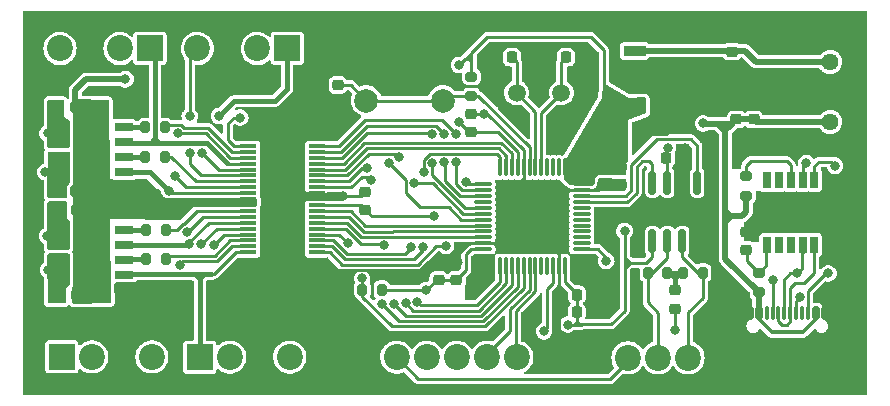
<source format=gbr>
%TF.GenerationSoftware,KiCad,Pcbnew,7.0.10-7.0.10~ubuntu22.04.1*%
%TF.CreationDate,2024-03-09T00:22:00+09:00*%
%TF.ProjectId,iolink,696f6c69-6e6b-42e6-9b69-6361645f7063,rev?*%
%TF.SameCoordinates,Original*%
%TF.FileFunction,Copper,L1,Top*%
%TF.FilePolarity,Positive*%
%FSLAX46Y46*%
G04 Gerber Fmt 4.6, Leading zero omitted, Abs format (unit mm)*
G04 Created by KiCad (PCBNEW 7.0.10-7.0.10~ubuntu22.04.1) date 2024-03-09 00:22:00*
%MOMM*%
%LPD*%
G01*
G04 APERTURE LIST*
G04 Aperture macros list*
%AMRoundRect*
0 Rectangle with rounded corners*
0 $1 Rounding radius*
0 $2 $3 $4 $5 $6 $7 $8 $9 X,Y pos of 4 corners*
0 Add a 4 corners polygon primitive as box body*
4,1,4,$2,$3,$4,$5,$6,$7,$8,$9,$2,$3,0*
0 Add four circle primitives for the rounded corners*
1,1,$1+$1,$2,$3*
1,1,$1+$1,$4,$5*
1,1,$1+$1,$6,$7*
1,1,$1+$1,$8,$9*
0 Add four rect primitives between the rounded corners*
20,1,$1+$1,$2,$3,$4,$5,0*
20,1,$1+$1,$4,$5,$6,$7,0*
20,1,$1+$1,$6,$7,$8,$9,0*
20,1,$1+$1,$8,$9,$2,$3,0*%
G04 Aperture macros list end*
%TA.AperFunction,SMDPad,CuDef*%
%ADD10RoundRect,0.225000X-0.225000X-0.250000X0.225000X-0.250000X0.225000X0.250000X-0.225000X0.250000X0*%
%TD*%
%TA.AperFunction,SMDPad,CuDef*%
%ADD11RoundRect,0.200000X-0.200000X-0.275000X0.200000X-0.275000X0.200000X0.275000X-0.200000X0.275000X0*%
%TD*%
%TA.AperFunction,SMDPad,CuDef*%
%ADD12RoundRect,0.225000X0.250000X-0.225000X0.250000X0.225000X-0.250000X0.225000X-0.250000X-0.225000X0*%
%TD*%
%TA.AperFunction,SMDPad,CuDef*%
%ADD13RoundRect,0.200000X0.275000X-0.200000X0.275000X0.200000X-0.275000X0.200000X-0.275000X-0.200000X0*%
%TD*%
%TA.AperFunction,SMDPad,CuDef*%
%ADD14R,0.700000X1.400000*%
%TD*%
%TA.AperFunction,SMDPad,CuDef*%
%ADD15R,3.200000X2.300000*%
%TD*%
%TA.AperFunction,SMDPad,CuDef*%
%ADD16RoundRect,0.200000X0.200000X0.275000X-0.200000X0.275000X-0.200000X-0.275000X0.200000X-0.275000X0*%
%TD*%
%TA.AperFunction,SMDPad,CuDef*%
%ADD17RoundRect,0.225000X-0.250000X0.225000X-0.250000X-0.225000X0.250000X-0.225000X0.250000X0.225000X0*%
%TD*%
%TA.AperFunction,ComponentPad*%
%ADD18C,1.440000*%
%TD*%
%TA.AperFunction,SMDPad,CuDef*%
%ADD19RoundRect,0.150000X-0.150000X-0.425000X0.150000X-0.425000X0.150000X0.425000X-0.150000X0.425000X0*%
%TD*%
%TA.AperFunction,SMDPad,CuDef*%
%ADD20RoundRect,0.075000X-0.075000X-0.500000X0.075000X-0.500000X0.075000X0.500000X-0.075000X0.500000X0*%
%TD*%
%TA.AperFunction,ComponentPad*%
%ADD21O,1.000000X2.100000*%
%TD*%
%TA.AperFunction,ComponentPad*%
%ADD22O,1.000000X1.800000*%
%TD*%
%TA.AperFunction,SMDPad,CuDef*%
%ADD23R,1.850000X0.900000*%
%TD*%
%TA.AperFunction,SMDPad,CuDef*%
%ADD24R,1.850000X3.200000*%
%TD*%
%TA.AperFunction,ComponentPad*%
%ADD25C,1.500000*%
%TD*%
%TA.AperFunction,SMDPad,CuDef*%
%ADD26R,1.450000X0.300000*%
%TD*%
%TA.AperFunction,SMDPad,CuDef*%
%ADD27R,2.740000X4.750000*%
%TD*%
%TA.AperFunction,ComponentPad*%
%ADD28R,2.200000X2.200000*%
%TD*%
%TA.AperFunction,ComponentPad*%
%ADD29C,2.200000*%
%TD*%
%TA.AperFunction,SMDPad,CuDef*%
%ADD30RoundRect,0.075000X-0.075000X0.662500X-0.075000X-0.662500X0.075000X-0.662500X0.075000X0.662500X0*%
%TD*%
%TA.AperFunction,SMDPad,CuDef*%
%ADD31RoundRect,0.075000X-0.662500X0.075000X-0.662500X-0.075000X0.662500X-0.075000X0.662500X0.075000X0*%
%TD*%
%TA.AperFunction,SMDPad,CuDef*%
%ADD32RoundRect,0.225000X0.225000X0.250000X-0.225000X0.250000X-0.225000X-0.250000X0.225000X-0.250000X0*%
%TD*%
%TA.AperFunction,SMDPad,CuDef*%
%ADD33R,1.525000X0.700000*%
%TD*%
%TA.AperFunction,SMDPad,CuDef*%
%ADD34RoundRect,0.150000X-0.150000X0.825000X-0.150000X-0.825000X0.150000X-0.825000X0.150000X0.825000X0*%
%TD*%
%TA.AperFunction,ComponentPad*%
%ADD35C,2.000000*%
%TD*%
%TA.AperFunction,ViaPad*%
%ADD36C,0.800000*%
%TD*%
%TA.AperFunction,ViaPad*%
%ADD37C,2.000000*%
%TD*%
%TA.AperFunction,Conductor*%
%ADD38C,0.250000*%
%TD*%
%TA.AperFunction,Conductor*%
%ADD39C,0.500000*%
%TD*%
%TA.AperFunction,Conductor*%
%ADD40C,0.400000*%
%TD*%
%TA.AperFunction,Conductor*%
%ADD41C,0.300000*%
%TD*%
G04 APERTURE END LIST*
D10*
%TO.P,C3,1*%
%TO.N,+3V3*%
X102010000Y-80900000D03*
%TO.P,C3,2*%
%TO.N,GND*%
X103560000Y-80900000D03*
%TD*%
D11*
%TO.P,R8,1*%
%TO.N,Net-(IC1-SENSE-4)*%
X54315000Y-78670000D03*
%TO.P,R8,2*%
%TO.N,VBUS*%
X55965000Y-78670000D03*
%TD*%
%TO.P,R12,1*%
%TO.N,Net-(Q2-G2)*%
X61867000Y-80335000D03*
%TO.P,R12,2*%
%TO.N,Net-(IC1-GATE4)*%
X63517000Y-80335000D03*
%TD*%
D12*
%TO.P,C13,1*%
%TO.N,+3V3*%
X86720000Y-93270000D03*
%TO.P,C13,2*%
%TO.N,GND*%
X86720000Y-91720000D03*
%TD*%
%TO.P,C6,1*%
%TO.N,VBUS*%
X113390000Y-79685000D03*
%TO.P,C6,2*%
%TO.N,GND*%
X113390000Y-78135000D03*
%TD*%
%TO.P,C1,1*%
%TO.N,GND*%
X106725000Y-95712500D03*
%TO.P,C1,2*%
%TO.N,Net-(C1-Pad2)*%
X106725000Y-94162500D03*
%TD*%
D13*
%TO.P,R4,1*%
%TO.N,VBUS*%
X113830000Y-94305000D03*
%TO.P,R4,2*%
%TO.N,+3.3V*%
X113830000Y-92655000D03*
%TD*%
D14*
%TO.P,IC4,1,VDD*%
%TO.N,+3.3V*%
X114530000Y-90300000D03*
%TO.P,IC4,2,CFG2*%
%TO.N,unconnected-(IC4-CFG2-Pad2)*%
X115530000Y-90300000D03*
%TO.P,IC4,3,CFG3*%
%TO.N,unconnected-(IC4-CFG3-Pad3)*%
X116530000Y-90300000D03*
%TO.P,IC4,4,DP*%
%TO.N,/DP*%
X117530000Y-90300000D03*
%TO.P,IC4,5,DM*%
%TO.N,/DM*%
X118530000Y-90300000D03*
%TO.P,IC4,6,CC2*%
%TO.N,/CC2*%
X118530000Y-84800000D03*
%TO.P,IC4,7,CC1*%
%TO.N,/CC1*%
X117530000Y-84800000D03*
%TO.P,IC4,8,VBUS*%
%TO.N,Net-(IC4-VBUS)*%
X116530000Y-84800000D03*
%TO.P,IC4,9,CFG1*%
%TO.N,unconnected-(IC4-CFG1-Pad9)*%
X115530000Y-84800000D03*
%TO.P,IC4,10,PG*%
%TO.N,unconnected-(IC4-PG-Pad10)*%
X114530000Y-84800000D03*
D15*
%TO.P,IC4,11,GND*%
%TO.N,GND*%
X116530000Y-87550000D03*
%TD*%
D16*
%TO.P,R13,1*%
%TO.N,+3V3*%
X81915000Y-94090000D03*
%TO.P,R13,2*%
%TO.N,/IRQ*%
X80265000Y-94090000D03*
%TD*%
D17*
%TO.P,C4,1*%
%TO.N,+5V*%
X111570000Y-73930000D03*
%TO.P,C4,2*%
%TO.N,GND*%
X111570000Y-75480000D03*
%TD*%
D18*
%TO.P,IC3,1,+VIN*%
%TO.N,VBUS*%
X119870000Y-79890000D03*
%TO.P,IC3,2,GND*%
%TO.N,GND*%
X119870000Y-77350000D03*
%TO.P,IC3,3,+VOUT*%
%TO.N,+5V*%
X119870000Y-74810000D03*
%TD*%
D19*
%TO.P,J2,A1,GND*%
%TO.N,GND*%
X113040000Y-96090000D03*
%TO.P,J2,A4,VBUS*%
%TO.N,VBUS*%
X113840000Y-96090000D03*
D20*
%TO.P,J2,A5,CC1*%
%TO.N,/CC1*%
X114990000Y-96090000D03*
%TO.P,J2,A6,D+*%
%TO.N,/DP*%
X115990000Y-96090000D03*
%TO.P,J2,A7,D-*%
%TO.N,/DM*%
X116490000Y-96090000D03*
%TO.P,J2,A8,SBU1*%
%TO.N,unconnected-(J2-SBU1-PadA8)*%
X117490000Y-96090000D03*
D19*
%TO.P,J2,A9,VBUS*%
%TO.N,VBUS*%
X118640000Y-96090000D03*
%TO.P,J2,A12,GND*%
%TO.N,GND*%
X119440000Y-96090000D03*
%TO.P,J2,B1,GND*%
X119440000Y-96090000D03*
%TO.P,J2,B4,VBUS*%
%TO.N,VBUS*%
X118640000Y-96090000D03*
D20*
%TO.P,J2,B5,CC2*%
%TO.N,/CC2*%
X117990000Y-96090000D03*
%TO.P,J2,B6,D+*%
%TO.N,/DP*%
X116990000Y-96090000D03*
%TO.P,J2,B7,D-*%
%TO.N,/DM*%
X115490000Y-96090000D03*
%TO.P,J2,B8,SBU2*%
%TO.N,unconnected-(J2-SBU2-PadB8)*%
X114490000Y-96090000D03*
D19*
%TO.P,J2,B9,VBUS*%
%TO.N,VBUS*%
X113840000Y-96090000D03*
%TO.P,J2,B12,GND*%
%TO.N,GND*%
X113040000Y-96090000D03*
D21*
%TO.P,J2,S1,SHIELD*%
X111920000Y-96665000D03*
D22*
X111920000Y-100845000D03*
D21*
X120560000Y-96665000D03*
D22*
X120560000Y-100845000D03*
%TD*%
D23*
%TO.P,IC2,1,INPUT*%
%TO.N,+5V*%
X103310000Y-73870000D03*
%TO.P,IC2,2,ADJ/GND_1*%
%TO.N,GND*%
X103310000Y-76170000D03*
%TO.P,IC2,3,OUTPUT*%
%TO.N,+3V3*%
X103310000Y-78470000D03*
D24*
%TO.P,IC2,4,ADJ/GND_2*%
%TO.N,GND*%
X109510000Y-76170000D03*
%TD*%
D25*
%TO.P,Y1,1,1*%
%TO.N,/OSC_OUT*%
X93320000Y-77420000D03*
%TO.P,Y1,2,2*%
%TO.N,/OSC_IN*%
X97120000Y-77420000D03*
%TD*%
D16*
%TO.P,R1,1*%
%TO.N,/CAN_H*%
X109100000Y-92650000D03*
%TO.P,R1,2*%
%TO.N,Net-(C1-Pad2)*%
X107450000Y-92650000D03*
%TD*%
D26*
%TO.P,IC1,1,TXEN4*%
%TO.N,/USART6_EN*%
X70580000Y-81925000D03*
%TO.P,IC1,2,GATE4*%
%TO.N,Net-(IC1-GATE4)*%
X70580000Y-82425000D03*
%TO.P,IC1,3,SENSE-4*%
%TO.N,Net-(IC1-SENSE-4)*%
X70580000Y-82925000D03*
%TO.P,IC1,4,L+4*%
%TO.N,Net-(IC1-L+4)*%
X70580000Y-83425000D03*
%TO.P,IC1,5,CQ4*%
%TO.N,Net-(IC1-CQ4)*%
X70580000Y-83925000D03*
%TO.P,IC1,6,CQ3*%
%TO.N,Net-(IC1-CQ3)*%
X70580000Y-84425000D03*
%TO.P,IC1,7,GATE3*%
%TO.N,Net-(IC1-GATE3)*%
X70580000Y-84925000D03*
%TO.P,IC1,8,SENSE-3*%
%TO.N,Net-(IC1-SENSE-3)*%
X70580000Y-85425000D03*
%TO.P,IC1,9,L+3*%
%TO.N,Net-(IC1-L+3)*%
X70580000Y-85925000D03*
%TO.P,IC1,10,SENSE+*%
%TO.N,VBUS*%
X70580000Y-86425000D03*
%TO.P,IC1,11,VDD*%
X70580000Y-86925000D03*
%TO.P,IC1,12,GATE2*%
%TO.N,Net-(IC1-GATE2)*%
X70580000Y-87425000D03*
%TO.P,IC1,13,SENSE-2*%
%TO.N,Net-(IC1-SENSE-2)*%
X70580000Y-87925000D03*
%TO.P,IC1,14,L+2*%
%TO.N,Net-(IC1-L+2)*%
X70580000Y-88425000D03*
%TO.P,IC1,15,CQ2*%
%TO.N,Net-(IC1-CQ2)*%
X70580000Y-88925000D03*
%TO.P,IC1,16,CQ1*%
%TO.N,Net-(IC1-CQ1)*%
X70580000Y-89425000D03*
%TO.P,IC1,17,GATE1*%
%TO.N,Net-(IC1-GATE1)*%
X70580000Y-89925000D03*
%TO.P,IC1,18,SENSE-1*%
%TO.N,Net-(IC1-SENSE-1)*%
X70580000Y-90425000D03*
%TO.P,IC1,19,L+1*%
%TO.N,Net-(IC1-L+1)*%
X70580000Y-90925000D03*
%TO.P,IC1,20,RXD1*%
%TO.N,/USART2_RX*%
X76430000Y-90925000D03*
%TO.P,IC1,21,TXD1*%
%TO.N,/USART2_TX*%
X76430000Y-90425000D03*
%TO.P,IC1,22,TXEN1*%
%TO.N,/USART2_EN*%
X76430000Y-89925000D03*
%TO.P,IC1,23,~{IRQ}*%
%TO.N,/IRQ*%
X76430000Y-89425000D03*
%TO.P,IC1,24,SDO*%
%TO.N,/SPI2_MISO*%
X76430000Y-88925000D03*
%TO.P,IC1,25,RXD2*%
%TO.N,/USART3_RX*%
X76430000Y-88425000D03*
%TO.P,IC1,26,TXD2*%
%TO.N,/USART3_TX*%
X76430000Y-87925000D03*
%TO.P,IC1,27,TXEN2*%
%TO.N,/USART3_EN*%
X76430000Y-87425000D03*
%TO.P,IC1,28,VL*%
%TO.N,+3V3*%
X76430000Y-86925000D03*
%TO.P,IC1,29,GND_1*%
%TO.N,GND*%
X76430000Y-86425000D03*
%TO.P,IC1,30,GND_2*%
X76430000Y-85925000D03*
%TO.P,IC1,31,SDI*%
%TO.N,/SPI2_MOSI*%
X76430000Y-85425000D03*
%TO.P,IC1,32,SCK*%
%TO.N,/SPI2_SCK*%
X76430000Y-84925000D03*
%TO.P,IC1,33,~{CS}*%
%TO.N,/SPI2_NSS*%
X76430000Y-84425000D03*
%TO.P,IC1,34,RXD3*%
%TO.N,/USART4_RX*%
X76430000Y-83925000D03*
%TO.P,IC1,35,TXD3*%
%TO.N,/USART4_TX*%
X76430000Y-83425000D03*
%TO.P,IC1,36,TXEN3*%
%TO.N,/USART4_EN*%
X76430000Y-82925000D03*
%TO.P,IC1,37,RXD4*%
%TO.N,/USART6_RX*%
X76430000Y-82425000D03*
%TO.P,IC1,38,TXD4*%
%TO.N,/USART6_TX*%
X76430000Y-81925000D03*
D27*
%TO.P,IC1,39,GND_3*%
%TO.N,GND*%
X73505000Y-86425000D03*
%TD*%
D13*
%TO.P,R3,1*%
%TO.N,VBUS*%
X112780000Y-86155000D03*
%TO.P,R3,2*%
%TO.N,Net-(IC4-VBUS)*%
X112780000Y-84505000D03*
%TD*%
D10*
%TO.P,C15,1*%
%TO.N,/OSC_OUT*%
X92920000Y-74420000D03*
%TO.P,C15,2*%
%TO.N,GND*%
X94470000Y-74420000D03*
%TD*%
D28*
%TO.P,J4,1,Pin_1*%
%TO.N,Net-(IC1-L+2)*%
X54820000Y-99790000D03*
D29*
%TO.P,J4,2,Pin_2*%
%TO.N,unconnected-(J4-Pin_2-Pad2)*%
X57360000Y-99790000D03*
%TO.P,J4,3,Pin_3*%
%TO.N,GND*%
X59900000Y-99790000D03*
%TO.P,J4,4,Pin_4*%
%TO.N,Net-(IC1-CQ2)*%
X62440000Y-99790000D03*
%TD*%
D13*
%TO.P,R14,1*%
%TO.N,/NRST*%
X89500000Y-77705000D03*
%TO.P,R14,2*%
%TO.N,+3V3*%
X89500000Y-76055000D03*
%TD*%
D17*
%TO.P,C14,1*%
%TO.N,GND*%
X78190000Y-75215000D03*
%TO.P,C14,2*%
%TO.N,/NRST*%
X78190000Y-76765000D03*
%TD*%
D12*
%TO.P,C18,1*%
%TO.N,+3V3*%
X80500000Y-87375000D03*
%TO.P,C18,2*%
%TO.N,GND*%
X80500000Y-85825000D03*
%TD*%
D28*
%TO.P,J5,1,Pin_1*%
%TO.N,Net-(IC1-L+1)*%
X66500000Y-99800000D03*
D29*
%TO.P,J5,2,Pin_2*%
%TO.N,unconnected-(J5-Pin_2-Pad2)*%
X69040000Y-99800000D03*
%TO.P,J5,3,Pin_3*%
%TO.N,GND*%
X71580000Y-99800000D03*
%TO.P,J5,4,Pin_4*%
%TO.N,Net-(IC1-CQ1)*%
X74120000Y-99800000D03*
%TD*%
D30*
%TO.P,U1,1,VBAT*%
%TO.N,+3V3*%
X97413002Y-83750000D03*
%TO.P,U1,2,PC13*%
%TO.N,unconnected-(U1-PC13-Pad2)*%
X96913002Y-83750000D03*
%TO.P,U1,3,PC14*%
%TO.N,unconnected-(U1-PC14-Pad3)*%
X96413002Y-83750000D03*
%TO.P,U1,4,PC15*%
%TO.N,unconnected-(U1-PC15-Pad4)*%
X95913002Y-83750000D03*
%TO.P,U1,5,PF0*%
%TO.N,/OSC_IN*%
X95413002Y-83750000D03*
%TO.P,U1,6,PF1*%
%TO.N,/OSC_OUT*%
X94913002Y-83750000D03*
%TO.P,U1,7,NRST*%
%TO.N,/NRST*%
X94413002Y-83750000D03*
%TO.P,U1,8,VSSA*%
%TO.N,GND*%
X93913002Y-83750000D03*
%TO.P,U1,9,VDDA*%
%TO.N,+3V3*%
X93413002Y-83750000D03*
%TO.P,U1,10,PA0*%
%TO.N,/USART4_TX*%
X92913002Y-83750000D03*
%TO.P,U1,11,PA1*%
%TO.N,/USART4_RX*%
X92413002Y-83750000D03*
%TO.P,U1,12,PA2*%
%TO.N,/USART2_TX*%
X91913002Y-83750000D03*
D31*
%TO.P,U1,13,PA3*%
%TO.N,/USART2_RX*%
X90500502Y-85162500D03*
%TO.P,U1,14,PA4*%
%TO.N,/USART6_TX*%
X90500502Y-85662500D03*
%TO.P,U1,15,PA5*%
%TO.N,/USART6_RX*%
X90500502Y-86162500D03*
%TO.P,U1,16,PA6*%
%TO.N,unconnected-(U1-PA6-Pad16)*%
X90500502Y-86662500D03*
%TO.P,U1,17,PA7*%
%TO.N,/USART4_EN*%
X90500502Y-87162500D03*
%TO.P,U1,18,PB0*%
%TO.N,/USART2_EN*%
X90500502Y-87662500D03*
%TO.P,U1,19,PB1*%
%TO.N,/USART6_EN*%
X90500502Y-88162500D03*
%TO.P,U1,20,PB2*%
%TO.N,/USART3_EN*%
X90500502Y-88662500D03*
%TO.P,U1,21,PB10*%
%TO.N,/USART3_TX*%
X90500502Y-89162500D03*
%TO.P,U1,22,PB11*%
%TO.N,/USART3_RX*%
X90500502Y-89662500D03*
%TO.P,U1,23,VSS*%
%TO.N,GND*%
X90500502Y-90162500D03*
%TO.P,U1,24,VDD*%
%TO.N,+3V3*%
X90500502Y-90662500D03*
D30*
%TO.P,U1,25,PB12*%
%TO.N,/SPI2_NSS*%
X91913002Y-92075000D03*
%TO.P,U1,26,PB13*%
%TO.N,/SPI2_SCK*%
X92413002Y-92075000D03*
%TO.P,U1,27,PB14*%
%TO.N,/SPI2_MISO*%
X92913002Y-92075000D03*
%TO.P,U1,28,PB15*%
%TO.N,/SPI2_MOSI*%
X93413002Y-92075000D03*
%TO.P,U1,29,PA8*%
%TO.N,/IRQ*%
X93913002Y-92075000D03*
%TO.P,U1,30,PA9*%
%TO.N,/USART1_TX*%
X94413002Y-92075000D03*
%TO.P,U1,31,PA10*%
%TO.N,/USART1_RX*%
X94913002Y-92075000D03*
%TO.P,U1,32,PA11*%
%TO.N,unconnected-(U1-PA11-Pad32)*%
X95413002Y-92075000D03*
%TO.P,U1,33,PA12*%
%TO.N,unconnected-(U1-PA12-Pad33)*%
X95913002Y-92075000D03*
%TO.P,U1,34,PA13*%
%TO.N,/SWDIO*%
X96413002Y-92075000D03*
%TO.P,U1,35,VSS*%
%TO.N,GND*%
X96913002Y-92075000D03*
%TO.P,U1,36,VDDIO2*%
%TO.N,+3V3*%
X97413002Y-92075000D03*
D31*
%TO.P,U1,37,PA14*%
%TO.N,/SWCLK*%
X98825502Y-90662500D03*
%TO.P,U1,38,PA15*%
%TO.N,unconnected-(U1-PA15-Pad38)*%
X98825502Y-90162500D03*
%TO.P,U1,39,PB3*%
%TO.N,unconnected-(U1-PB3-Pad39)*%
X98825502Y-89662500D03*
%TO.P,U1,40,PB4*%
%TO.N,unconnected-(U1-PB4-Pad40)*%
X98825502Y-89162500D03*
%TO.P,U1,41,PB5*%
%TO.N,unconnected-(U1-PB5-Pad41)*%
X98825502Y-88662500D03*
%TO.P,U1,42,PB6*%
%TO.N,unconnected-(U1-PB6-Pad42)*%
X98825502Y-88162500D03*
%TO.P,U1,43,PB7*%
%TO.N,unconnected-(U1-PB7-Pad43)*%
X98825502Y-87662500D03*
%TO.P,U1,44,PF11*%
%TO.N,unconnected-(U1-PF11-Pad44)*%
X98825502Y-87162500D03*
%TO.P,U1,45,PB8*%
%TO.N,/CAN_RX*%
X98825502Y-86662500D03*
%TO.P,U1,46,PB9*%
%TO.N,/CAN_TX*%
X98825502Y-86162500D03*
%TO.P,U1,47,VSS*%
%TO.N,GND*%
X98825502Y-85662500D03*
%TO.P,U1,48,VDD*%
%TO.N,+3V3*%
X98825502Y-85162500D03*
%TD*%
D12*
%TO.P,C17,1*%
%TO.N,+3V3*%
X89500000Y-80765000D03*
%TO.P,C17,2*%
%TO.N,GND*%
X89500000Y-79215000D03*
%TD*%
D28*
%TO.P,J7,1,Pin_1*%
%TO.N,Net-(IC1-L+4)*%
X62280000Y-73670000D03*
D29*
%TO.P,J7,2,Pin_2*%
%TO.N,unconnected-(J7-Pin_2-Pad2)*%
X59740000Y-73670000D03*
%TO.P,J7,3,Pin_3*%
%TO.N,GND*%
X57200000Y-73670000D03*
%TO.P,J7,4,Pin_4*%
%TO.N,Net-(IC1-CQ4)*%
X54660000Y-73670000D03*
%TD*%
D11*
%TO.P,R9,1*%
%TO.N,Net-(IC1-SENSE-2)*%
X54330000Y-87360000D03*
%TO.P,R9,2*%
%TO.N,VBUS*%
X55980000Y-87360000D03*
%TD*%
D28*
%TO.P,J6,1,Pin_1*%
%TO.N,Net-(IC1-L+3)*%
X73910000Y-73670000D03*
D29*
%TO.P,J6,2,Pin_2*%
%TO.N,unconnected-(J6-Pin_2-Pad2)*%
X71370000Y-73670000D03*
%TO.P,J6,3,Pin_3*%
%TO.N,GND*%
X68830000Y-73670000D03*
%TO.P,J6,4,Pin_4*%
%TO.N,Net-(IC1-CQ3)*%
X66290000Y-73670000D03*
%TD*%
D17*
%TO.P,C11,1*%
%TO.N,+3V3*%
X102120000Y-83710000D03*
%TO.P,C11,2*%
%TO.N,GND*%
X102120000Y-85260000D03*
%TD*%
D32*
%TO.P,C16,1*%
%TO.N,/OSC_IN*%
X97495000Y-74420000D03*
%TO.P,C16,2*%
%TO.N,GND*%
X95945000Y-74420000D03*
%TD*%
D12*
%TO.P,C5,1*%
%TO.N,VBUS*%
X111930000Y-79685000D03*
%TO.P,C5,2*%
%TO.N,GND*%
X111930000Y-78135000D03*
%TD*%
D11*
%TO.P,R6,1*%
%TO.N,Net-(IC1-SENSE-3)*%
X54315000Y-85770000D03*
%TO.P,R6,2*%
%TO.N,VBUS*%
X55965000Y-85770000D03*
%TD*%
%TO.P,R10,1*%
%TO.N,Net-(IC1-SENSE-1)*%
X54330000Y-94520000D03*
%TO.P,R10,2*%
%TO.N,VBUS*%
X55980000Y-94520000D03*
%TD*%
D17*
%TO.P,C10,1*%
%TO.N,+3V3*%
X100610000Y-83710000D03*
%TO.P,C10,2*%
%TO.N,GND*%
X100610000Y-85260000D03*
%TD*%
D33*
%TO.P,Q1,1,S1*%
%TO.N,Net-(IC1-L+1)*%
X60117000Y-92835000D03*
%TO.P,Q1,2,G1*%
%TO.N,Net-(Q1-G1)*%
X60117000Y-91565000D03*
%TO.P,Q1,3,S2*%
%TO.N,Net-(IC1-L+2)*%
X60117000Y-90295000D03*
%TO.P,Q1,4,G2*%
%TO.N,Net-(Q1-G2)*%
X60117000Y-89025000D03*
%TO.P,Q1,5,D2_1*%
%TO.N,Net-(IC1-SENSE-2)*%
X54693000Y-89025000D03*
%TO.P,Q1,6,D2_2*%
X54693000Y-90295000D03*
%TO.P,Q1,7,D1_1*%
%TO.N,Net-(IC1-SENSE-1)*%
X54693000Y-91565000D03*
%TO.P,Q1,8,D1_2*%
X54693000Y-92835000D03*
%TD*%
D11*
%TO.P,R5,1*%
%TO.N,Net-(Q1-G1)*%
X61965000Y-91520000D03*
%TO.P,R5,2*%
%TO.N,Net-(IC1-GATE1)*%
X63615000Y-91520000D03*
%TD*%
D34*
%TO.P,U2,1,TXD*%
%TO.N,/CAN_TX*%
X108625000Y-85025000D03*
%TO.P,U2,2,VSS*%
%TO.N,GND*%
X107355000Y-85025000D03*
%TO.P,U2,3,VDD*%
%TO.N,+5V*%
X106085000Y-85025000D03*
%TO.P,U2,4,RXD*%
%TO.N,/CAN_RX*%
X104815000Y-85025000D03*
%TO.P,U2,5,Vio*%
%TO.N,+3V3*%
X104815000Y-89975000D03*
%TO.P,U2,6,CANL*%
%TO.N,/CAN_L*%
X106085000Y-89975000D03*
%TO.P,U2,7,CANH*%
%TO.N,/CAN_H*%
X107355000Y-89975000D03*
%TO.P,U2,8,STBY*%
%TO.N,GND*%
X108625000Y-89975000D03*
%TD*%
D33*
%TO.P,Q2,1,S1*%
%TO.N,Net-(IC1-L+3)*%
X60092000Y-84135000D03*
%TO.P,Q2,2,G1*%
%TO.N,Net-(Q2-G1)*%
X60092000Y-82865000D03*
%TO.P,Q2,3,S2*%
%TO.N,Net-(IC1-L+4)*%
X60092000Y-81595000D03*
%TO.P,Q2,4,G2*%
%TO.N,Net-(Q2-G2)*%
X60092000Y-80325000D03*
%TO.P,Q2,5,D2_1*%
%TO.N,Net-(IC1-SENSE-4)*%
X54668000Y-80325000D03*
%TO.P,Q2,6,D2_2*%
X54668000Y-81595000D03*
%TO.P,Q2,7,D1_1*%
%TO.N,Net-(IC1-SENSE-3)*%
X54668000Y-82865000D03*
%TO.P,Q2,8,D1_2*%
X54668000Y-84135000D03*
%TD*%
D28*
%TO.P,J8,1,Pin_1*%
%TO.N,GND*%
X80640000Y-99820000D03*
D29*
%TO.P,J8,2,Pin_2*%
%TO.N,+5V*%
X83180000Y-99820000D03*
%TO.P,J8,3,Pin_3*%
%TO.N,/SWDIO*%
X85720000Y-99820000D03*
%TO.P,J8,4,Pin_4*%
%TO.N,/SWCLK*%
X88260000Y-99820000D03*
%TO.P,J8,5,Pin_5*%
%TO.N,/USART1_TX*%
X90800000Y-99820000D03*
%TO.P,J8,6,Pin_6*%
%TO.N,/USART1_RX*%
X93340000Y-99820000D03*
%TD*%
D11*
%TO.P,R7,1*%
%TO.N,Net-(Q1-G2)*%
X61980000Y-89030000D03*
%TO.P,R7,2*%
%TO.N,Net-(IC1-GATE2)*%
X63630000Y-89030000D03*
%TD*%
D28*
%TO.P,J1,1,Pin_1*%
%TO.N,GND*%
X100210000Y-99850000D03*
D29*
%TO.P,J1,2,Pin_2*%
%TO.N,+5V*%
X102750000Y-99850000D03*
%TO.P,J1,3,Pin_3*%
%TO.N,/CAN_L*%
X105290000Y-99850000D03*
%TO.P,J1,4,Pin_4*%
%TO.N,/CAN_H*%
X107830000Y-99850000D03*
%TD*%
D32*
%TO.P,C8,1*%
%TO.N,+3V3*%
X98420000Y-95990000D03*
%TO.P,C8,2*%
%TO.N,GND*%
X96870000Y-95990000D03*
%TD*%
D12*
%TO.P,C2,1*%
%TO.N,+3.3V*%
X112780000Y-90755000D03*
%TO.P,C2,2*%
%TO.N,GND*%
X112780000Y-89205000D03*
%TD*%
D32*
%TO.P,C9,1*%
%TO.N,+3V3*%
X98415000Y-94510000D03*
%TO.P,C9,2*%
%TO.N,GND*%
X96865000Y-94510000D03*
%TD*%
D16*
%TO.P,R2,1*%
%TO.N,Net-(C1-Pad2)*%
X106085000Y-92650000D03*
%TO.P,R2,2*%
%TO.N,/CAN_L*%
X104435000Y-92650000D03*
%TD*%
D11*
%TO.P,R11,1*%
%TO.N,Net-(Q2-G1)*%
X61892000Y-82835000D03*
%TO.P,R11,2*%
%TO.N,Net-(IC1-GATE3)*%
X63542000Y-82835000D03*
%TD*%
D35*
%TO.P,SW1,1,1*%
%TO.N,GND*%
X80590000Y-73590000D03*
X87090000Y-73590000D03*
%TO.P,SW1,2,2*%
%TO.N,/NRST*%
X80590000Y-78090000D03*
X87090000Y-78090000D03*
%TD*%
D10*
%TO.P,C7,1*%
%TO.N,+5V*%
X105970000Y-82960000D03*
%TO.P,C7,2*%
%TO.N,GND*%
X107520000Y-82960000D03*
%TD*%
D12*
%TO.P,C12,1*%
%TO.N,+3V3*%
X88230000Y-93265000D03*
%TO.P,C12,2*%
%TO.N,GND*%
X88230000Y-91715000D03*
%TD*%
D36*
%TO.N,GND*%
X66500000Y-71000000D03*
X107000000Y-87400000D03*
X78000000Y-102500000D03*
X73600000Y-83100000D03*
X85000000Y-102500000D03*
X57000000Y-102500000D03*
X122500000Y-84500000D03*
X96500000Y-71000000D03*
X114000000Y-102500000D03*
X121500000Y-71000000D03*
X92500000Y-87900000D03*
X94000000Y-102500000D03*
X116000000Y-102500000D03*
X65500000Y-71000000D03*
X116500000Y-71000000D03*
X55000000Y-102500000D03*
X73600000Y-78600000D03*
X97000000Y-80000000D03*
X62800000Y-94400000D03*
X107000000Y-102500000D03*
X89000000Y-102500000D03*
X102500000Y-71000000D03*
X52000000Y-86000000D03*
X117000000Y-102500000D03*
X79500000Y-71000000D03*
X122500000Y-72500000D03*
X122500000Y-79500000D03*
X73500000Y-90300000D03*
X122500000Y-76500000D03*
X122500000Y-77500000D03*
X100000000Y-102500000D03*
X122500000Y-81500000D03*
X84000000Y-102500000D03*
X52000000Y-89000000D03*
X81000000Y-102500000D03*
X88500000Y-71000000D03*
X52000000Y-80000000D03*
X122500000Y-97500000D03*
D37*
X116500000Y-87500000D03*
D36*
X97000000Y-81500000D03*
X52000000Y-88000000D03*
D37*
X73500000Y-86300000D03*
D36*
X61000000Y-102500000D03*
X90000000Y-102500000D03*
X119500000Y-71000000D03*
X112000000Y-102500000D03*
X52000000Y-82000000D03*
X52000000Y-93000000D03*
X107500000Y-71000000D03*
X97000000Y-90000000D03*
X64000000Y-102500000D03*
X107562847Y-82075000D03*
X52000000Y-84000000D03*
X91630000Y-74410000D03*
X98500000Y-71000000D03*
X122500000Y-94500000D03*
X81500000Y-71000000D03*
X52000000Y-81000000D03*
X76000000Y-93500000D03*
X52000000Y-77000000D03*
X101500000Y-71000000D03*
X94700000Y-86000000D03*
X82500000Y-71000000D03*
X67500000Y-71000000D03*
X74500000Y-71000000D03*
X108500000Y-71000000D03*
X112500000Y-71000000D03*
X122000000Y-102500000D03*
X122500000Y-91500000D03*
X91500000Y-71000000D03*
X52000000Y-91000000D03*
X77400000Y-97800000D03*
X113000000Y-102500000D03*
X52000000Y-79000000D03*
X52000000Y-98000000D03*
X122500000Y-100500000D03*
X109000000Y-102500000D03*
X93500000Y-80000000D03*
X88000000Y-102500000D03*
X73000000Y-102500000D03*
X80000000Y-102500000D03*
X122500000Y-90500000D03*
X69000000Y-102500000D03*
X52500000Y-71000000D03*
X77500000Y-71000000D03*
X103500000Y-71000000D03*
X60000000Y-102500000D03*
X110500000Y-71000000D03*
X69500000Y-71000000D03*
X119000000Y-102500000D03*
X83000000Y-102500000D03*
X56500000Y-71000000D03*
X59500000Y-71000000D03*
X122500000Y-101500000D03*
X122500000Y-93500000D03*
X72500000Y-71000000D03*
X98370000Y-78530000D03*
X122500000Y-88500000D03*
X52000000Y-95000000D03*
X122500000Y-71500000D03*
X117000000Y-81500000D03*
X99500000Y-71000000D03*
X122500000Y-96500000D03*
X90579847Y-79235153D03*
X122500000Y-83500000D03*
X122500000Y-87500000D03*
X52000000Y-75000000D03*
X73500000Y-71000000D03*
X104500000Y-71000000D03*
X84500000Y-71000000D03*
X97000000Y-88000000D03*
X94700000Y-76360000D03*
X59000000Y-102500000D03*
X61500000Y-71000000D03*
X80500000Y-71000000D03*
X110000000Y-102500000D03*
X120000000Y-102500000D03*
X66000000Y-102500000D03*
X58000000Y-102500000D03*
X70500000Y-71000000D03*
X92500000Y-71000000D03*
X115000000Y-81500000D03*
X52000000Y-101000000D03*
X97000000Y-86000000D03*
X76500000Y-71000000D03*
X122500000Y-78500000D03*
X60500000Y-71000000D03*
X119500000Y-81500000D03*
X86500000Y-71000000D03*
X60600000Y-94400000D03*
X52000000Y-96000000D03*
X83500000Y-71000000D03*
X52000000Y-94000000D03*
X70000000Y-102500000D03*
X108000000Y-102500000D03*
X64500000Y-71000000D03*
X77000000Y-102500000D03*
X90500000Y-71000000D03*
X52000000Y-92000000D03*
X52000000Y-90000000D03*
X52000000Y-99000000D03*
X97500000Y-71000000D03*
X93500000Y-71000000D03*
X85500000Y-71000000D03*
X52000000Y-73000000D03*
X53000000Y-102500000D03*
X82000000Y-102500000D03*
X62500000Y-71000000D03*
X74000000Y-102500000D03*
X103000000Y-102500000D03*
X58500000Y-71000000D03*
X90230000Y-92900000D03*
X111000000Y-102500000D03*
X63500000Y-71000000D03*
X71500000Y-71000000D03*
X57500000Y-71000000D03*
X78650000Y-86150000D03*
X73500000Y-93400000D03*
X122500000Y-75500000D03*
X113500000Y-71000000D03*
X122500000Y-85500000D03*
X103190000Y-97450000D03*
X102000000Y-102500000D03*
X96080000Y-76280000D03*
X94700000Y-90000000D03*
X86000000Y-102500000D03*
X53500000Y-71000000D03*
X122500000Y-98500000D03*
X94500000Y-71000000D03*
X68000000Y-102500000D03*
X89500000Y-71000000D03*
X63000000Y-102500000D03*
X109000000Y-87400000D03*
X118500000Y-71000000D03*
X87500000Y-71000000D03*
X52000000Y-76000000D03*
X52000000Y-87000000D03*
X79000000Y-102500000D03*
X122500000Y-82500000D03*
X55500000Y-71000000D03*
X122500000Y-73500000D03*
X98000000Y-102500000D03*
X106500000Y-71000000D03*
X68500000Y-71000000D03*
X62000000Y-102500000D03*
X52000000Y-83000000D03*
X104000000Y-102500000D03*
X105000000Y-87400000D03*
X52000000Y-78000000D03*
X92270000Y-78500000D03*
X106000000Y-102500000D03*
X92000000Y-102500000D03*
X122500000Y-95500000D03*
X111500000Y-71000000D03*
X103450000Y-94390000D03*
X75500000Y-71000000D03*
X92000000Y-76520000D03*
X56000000Y-102500000D03*
X109500000Y-71000000D03*
X98800000Y-74450000D03*
X76000000Y-102500000D03*
X52000000Y-100000000D03*
X52000000Y-74000000D03*
X92500000Y-90000000D03*
X71000000Y-102500000D03*
X98480000Y-76490000D03*
X97000000Y-102500000D03*
X72000000Y-102500000D03*
X99000000Y-102500000D03*
X117500000Y-71000000D03*
X105000000Y-102500000D03*
X122500000Y-74500000D03*
X67000000Y-102500000D03*
X122500000Y-89500000D03*
X78500000Y-71000000D03*
X122500000Y-86500000D03*
X70700000Y-93300000D03*
X94700000Y-87900000D03*
X114500000Y-71000000D03*
X101000000Y-102500000D03*
X122500000Y-99500000D03*
X85900000Y-75800000D03*
X73600000Y-80700000D03*
X92500000Y-86000000D03*
X115500000Y-71000000D03*
X93000000Y-102500000D03*
X75000000Y-102500000D03*
X52000000Y-102000000D03*
X120500000Y-71000000D03*
X122500000Y-80500000D03*
X92500000Y-90000000D03*
X87000000Y-102500000D03*
X54500000Y-71000000D03*
D37*
X116500000Y-87500000D03*
D36*
X52000000Y-85000000D03*
X52000000Y-72000000D03*
X105500000Y-71000000D03*
X106710000Y-97470000D03*
X118000000Y-102500000D03*
X95500000Y-71000000D03*
X115000000Y-102500000D03*
X95000000Y-102500000D03*
X122500000Y-92500000D03*
X91000000Y-102500000D03*
X81800000Y-75800000D03*
X121000000Y-102500000D03*
X52000000Y-97000000D03*
X54000000Y-102500000D03*
X100500000Y-71000000D03*
X65000000Y-102500000D03*
X96000000Y-102500000D03*
%TO.N,+3V3*%
X86290000Y-87850000D03*
X88450000Y-79900000D03*
X102460000Y-89110000D03*
X88450000Y-75080000D03*
X102140000Y-82290000D03*
X85670000Y-94140000D03*
X97640000Y-97050000D03*
%TO.N,+5V*%
X106120000Y-82075000D03*
%TO.N,VBUS*%
X109110000Y-80020000D03*
X60200000Y-76280000D03*
%TO.N,/USART6_EN*%
X69920000Y-79520000D03*
X82529522Y-83364493D03*
%TO.N,Net-(IC1-SENSE-4)*%
X64642141Y-80870944D03*
X53610000Y-80870000D03*
%TO.N,Net-(IC1-CQ4)*%
X66700000Y-82540000D03*
%TO.N,Net-(IC1-CQ3)*%
X65650000Y-79420000D03*
X65650000Y-82490000D03*
%TO.N,Net-(IC1-SENSE-3)*%
X53420000Y-84140000D03*
X64370000Y-84460000D03*
%TO.N,Net-(IC1-L+3)*%
X63880000Y-85700000D03*
X68140000Y-79390000D03*
%TO.N,Net-(IC1-SENSE-2)*%
X53580000Y-89530000D03*
X65431917Y-89215887D03*
%TO.N,Net-(IC1-L+2)*%
X65623940Y-90197280D03*
%TO.N,Net-(IC1-CQ2)*%
X66622516Y-90232516D03*
%TO.N,Net-(IC1-CQ1)*%
X67687951Y-90287951D03*
%TO.N,Net-(IC1-SENSE-1)*%
X64823940Y-91965000D03*
X53660000Y-92400000D03*
%TO.N,/USART2_RX*%
X87355000Y-90387500D03*
X89000000Y-84937500D03*
%TO.N,/USART2_TX*%
X85409070Y-90474228D03*
X85458300Y-84110000D03*
%TO.N,/USART2_EN*%
X84409884Y-90485267D03*
X84675000Y-85100000D03*
%TO.N,/IRQ*%
X80240000Y-93145000D03*
X79059049Y-90160951D03*
%TO.N,/SPI2_MISO*%
X82930151Y-95314845D03*
X82070000Y-90345000D03*
%TO.N,/SPI2_MOSI*%
X80975992Y-84775375D03*
X81895000Y-95305000D03*
%TO.N,/SPI2_SCK*%
X80650000Y-83830000D03*
X83926768Y-95244235D03*
%TO.N,/SPI2_NSS*%
X84920000Y-95135000D03*
X83390000Y-82855000D03*
%TO.N,/USART4_EN*%
X86172442Y-80955803D03*
X86183300Y-83387188D03*
%TO.N,/USART6_RX*%
X87179708Y-83315000D03*
X87197331Y-80955385D03*
%TO.N,/USART6_TX*%
X88179711Y-83315000D03*
X88197333Y-80954995D03*
%TO.N,/DP*%
X117285153Y-94737232D03*
X117030000Y-92725000D03*
%TO.N,/CC2*%
X119720000Y-92725000D03*
X120287653Y-83602347D03*
%TO.N,/CC1*%
X117856994Y-83390392D03*
X114990000Y-93290000D03*
%TO.N,/SWDIO*%
X95639684Y-97625000D03*
%TO.N,/SWCLK*%
X100910000Y-91650000D03*
%TD*%
D38*
%TO.N,GND*%
X90837792Y-79215000D02*
X89500000Y-79215000D01*
X59940000Y-100310000D02*
X61100000Y-101470000D01*
X96895000Y-95758008D02*
X96890000Y-95763008D01*
X78650000Y-86150000D02*
X78670000Y-86170000D01*
X115850000Y-87550000D02*
X113780000Y-87550000D01*
X59940000Y-99400000D02*
X59940000Y-100310000D01*
X106725000Y-95712500D02*
X106725000Y-97455000D01*
X100610000Y-85260000D02*
X102120000Y-85260000D01*
X68860000Y-72460000D02*
X69420000Y-71900000D01*
X86725000Y-91715000D02*
X86720000Y-91720000D01*
X78670000Y-86170000D02*
X80155000Y-86170000D01*
X105980000Y-80900000D02*
X106630000Y-80250000D01*
X93913002Y-83750000D02*
X93913002Y-85213002D01*
X100207500Y-85662500D02*
X100610000Y-85260000D01*
D39*
X111930000Y-78135000D02*
X113390000Y-78135000D01*
D38*
X96865000Y-94510000D02*
X96865000Y-95985000D01*
X68860000Y-73800000D02*
X68860000Y-72460000D01*
X107550000Y-80250000D02*
X109510000Y-78290000D01*
X76430000Y-85925000D02*
X74005000Y-85925000D01*
X93913002Y-82290210D02*
X90837792Y-79215000D01*
X61100000Y-101470000D02*
X70890000Y-101470000D01*
X107520000Y-82117847D02*
X107520000Y-82960000D01*
X96865000Y-95985000D02*
X96870000Y-95990000D01*
X73505000Y-89725000D02*
X73505000Y-86425000D01*
X116450000Y-88150000D02*
X116500000Y-88200000D01*
X85825000Y-91720000D02*
X85125000Y-92420000D01*
X96870000Y-95990000D02*
X96870000Y-99160000D01*
X68072000Y-71628000D02*
X68860000Y-72416000D01*
X95945000Y-74420000D02*
X94470000Y-74420000D01*
X80155000Y-86170000D02*
X80500000Y-85825000D01*
X96913002Y-92075000D02*
X96913002Y-93991998D01*
X88584052Y-91725000D02*
X88575000Y-91725000D01*
X73490000Y-89740000D02*
X73505000Y-89725000D01*
X80215000Y-85925000D02*
X80440000Y-85700000D01*
X74660000Y-92420000D02*
X73490000Y-91250000D01*
X96913002Y-90086998D02*
X97000000Y-90000000D01*
X116500000Y-88200000D02*
X116500000Y-87500000D01*
X98825502Y-85662500D02*
X97337500Y-85662500D01*
X90500502Y-90162500D02*
X89332500Y-90162500D01*
X98825502Y-85662500D02*
X100207500Y-85662500D01*
D39*
X119070000Y-78150000D02*
X119870000Y-77350000D01*
D38*
X93913002Y-83750000D02*
X93913002Y-82290210D01*
X76430000Y-86425000D02*
X78375000Y-86425000D01*
X116500000Y-87500000D02*
X115800000Y-87500000D01*
X96913002Y-93991998D02*
X96895000Y-94010000D01*
X68860000Y-72416000D02*
X68860000Y-73800000D01*
X73500000Y-86430000D02*
X73505000Y-86425000D01*
X107562847Y-82075000D02*
X107520000Y-82117847D01*
X88230000Y-91265000D02*
X88230000Y-91715000D01*
X106630000Y-80250000D02*
X107550000Y-80250000D01*
X57220000Y-72320000D02*
X57912000Y-71628000D01*
X109510000Y-78290000D02*
X109510000Y-76170000D01*
X96913002Y-92075000D02*
X96913002Y-90086998D01*
X73490000Y-90310000D02*
X73500000Y-90300000D01*
X76430000Y-86425000D02*
X73505000Y-86425000D01*
X92337500Y-90162500D02*
X92500000Y-90000000D01*
X78190000Y-75215000D02*
X78965000Y-75215000D01*
D40*
X109650000Y-76310000D02*
X109510000Y-76170000D01*
D38*
X73490000Y-90290000D02*
X73490000Y-89740000D01*
X57220000Y-73800000D02*
X57220000Y-72320000D01*
X107355000Y-85025000D02*
X107355000Y-83125000D01*
X97337500Y-85662500D02*
X97000000Y-86000000D01*
X57912000Y-71628000D02*
X68072000Y-71628000D01*
X106725000Y-97455000D02*
X106710000Y-97470000D01*
X113780000Y-87550000D02*
X112780000Y-88550000D01*
X112780000Y-88550000D02*
X112780000Y-89205000D01*
X103560000Y-80900000D02*
X105980000Y-80900000D01*
X78375000Y-86425000D02*
X78650000Y-86150000D01*
X88230000Y-91715000D02*
X86725000Y-91715000D01*
X115800000Y-87500000D02*
X115850000Y-87550000D01*
D40*
X103310000Y-76170000D02*
X109510000Y-76170000D01*
D38*
X93913002Y-85213002D02*
X94700000Y-86000000D01*
D39*
X113405000Y-78150000D02*
X119070000Y-78150000D01*
D38*
X73500000Y-86300000D02*
X73500000Y-86430000D01*
X90500502Y-90162500D02*
X92337500Y-90162500D01*
X70890000Y-101470000D02*
X71580000Y-100780000D01*
X73490000Y-91250000D02*
X73490000Y-90310000D01*
X74005000Y-85925000D02*
X73630000Y-86300000D01*
X87090000Y-73590000D02*
X80590000Y-73590000D01*
X73500000Y-90300000D02*
X73490000Y-90290000D01*
X78965000Y-75215000D02*
X80590000Y-73590000D01*
X89332500Y-90162500D02*
X88230000Y-91265000D01*
X73630000Y-86300000D02*
X73500000Y-86300000D01*
X86720000Y-91720000D02*
X85825000Y-91720000D01*
D39*
X113390000Y-78135000D02*
X113405000Y-78150000D01*
D38*
X71580000Y-100780000D02*
X71580000Y-99400000D01*
X96870000Y-99160000D02*
X97800000Y-100090000D01*
X97800000Y-100090000D02*
X100240000Y-100090000D01*
X85125000Y-92420000D02*
X74660000Y-92420000D01*
X107355000Y-83125000D02*
X107520000Y-82960000D01*
D40*
%TO.N,Net-(C1-Pad2)*%
X106255000Y-92650000D02*
X106725000Y-93120000D01*
X107450000Y-92650000D02*
X107195000Y-92650000D01*
X106725000Y-92717500D02*
X106725000Y-93120000D01*
X107195000Y-92650000D02*
X106725000Y-93120000D01*
X106085000Y-92650000D02*
X106255000Y-92650000D01*
X106657500Y-92650000D02*
X107450000Y-92650000D01*
X106725000Y-92717500D02*
X106657500Y-92650000D01*
X106657500Y-92650000D02*
X106085000Y-92650000D01*
X106725000Y-93120000D02*
X106725000Y-94162500D01*
D38*
%TO.N,+3.3V*%
X114450000Y-92035000D02*
X113830000Y-92655000D01*
X112800000Y-91175000D02*
X112800000Y-91625000D01*
X112800000Y-91625000D02*
X113830000Y-92655000D01*
X114450000Y-90900000D02*
X114450000Y-92035000D01*
%TO.N,+3V3*%
X89500000Y-74530000D02*
X89260000Y-74290000D01*
X102120000Y-83710000D02*
X100610000Y-83710000D01*
X86725000Y-93265000D02*
X86720000Y-93270000D01*
X93413002Y-82426606D02*
X91751396Y-80765000D01*
X86540000Y-93270000D02*
X86720000Y-93270000D01*
X98420000Y-95990000D02*
X98420000Y-96800000D01*
X89000000Y-74530000D02*
X88980000Y-74550000D01*
X98420000Y-97030000D02*
X98440000Y-97050000D01*
X102460000Y-92260000D02*
X102460000Y-92080000D01*
X98415000Y-95985000D02*
X98420000Y-95990000D01*
X85670000Y-94140000D02*
X85620000Y-94090000D01*
X101340000Y-78470000D02*
X103310000Y-78470000D01*
X85620000Y-94090000D02*
X81915000Y-94090000D01*
X98170000Y-97050000D02*
X97640000Y-97050000D01*
X81040000Y-87850000D02*
X80440000Y-87250000D01*
X88230000Y-93265000D02*
X86725000Y-93265000D01*
X89500000Y-80765000D02*
X89315000Y-80765000D01*
X102970000Y-91810000D02*
X102460000Y-91810000D01*
X98420000Y-96800000D02*
X98170000Y-97050000D01*
X89500000Y-74030000D02*
X89645000Y-73885000D01*
X89050000Y-91110000D02*
X89050000Y-92445000D01*
X80115000Y-86925000D02*
X80440000Y-87250000D01*
X89500000Y-76055000D02*
X89500000Y-74750000D01*
X102460000Y-95890000D02*
X101310000Y-97040000D01*
X100680000Y-73795000D02*
X100680000Y-77810000D01*
X102460000Y-92860000D02*
X102460000Y-92260000D01*
X89645000Y-73885000D02*
X90800000Y-72730000D01*
X76430000Y-86925000D02*
X80115000Y-86925000D01*
X88450000Y-75080000D02*
X88980000Y-74550000D01*
X93413002Y-83750000D02*
X93413002Y-82426606D01*
X104300000Y-91810000D02*
X102970000Y-91810000D01*
X102460000Y-92080000D02*
X102460000Y-91380000D01*
X85670000Y-94140000D02*
X86540000Y-93270000D01*
X89260000Y-74270000D02*
X89645000Y-73885000D01*
X101310000Y-97040000D02*
X98860000Y-97040000D01*
X90500502Y-90662500D02*
X89497500Y-90662500D01*
X98850000Y-97050000D02*
X98440000Y-97050000D01*
X104815000Y-89975000D02*
X104815000Y-91295000D01*
X97413002Y-92075000D02*
X97413002Y-93453002D01*
X104815000Y-91295000D02*
X104300000Y-91810000D01*
X102970000Y-91810000D02*
X102890000Y-91810000D01*
X90800000Y-72730000D02*
X99615000Y-72730000D01*
X97413002Y-83750000D02*
X100570000Y-83750000D01*
X99657500Y-85162500D02*
X99780000Y-85040000D01*
X102460000Y-92240000D02*
X102460000Y-92260000D01*
X99780000Y-85040000D02*
X99780000Y-84540000D01*
X89280000Y-74530000D02*
X89500000Y-74750000D01*
X88980000Y-74550000D02*
X89260000Y-74270000D01*
X89497500Y-90662500D02*
X89050000Y-91110000D01*
X102460000Y-91380000D02*
X102460000Y-89110000D01*
X98660000Y-97040000D02*
X98420000Y-96800000D01*
X89500000Y-74750000D02*
X89500000Y-74530000D01*
X98415000Y-94510000D02*
X98415000Y-95985000D01*
X89500000Y-74530000D02*
X89260000Y-74530000D01*
X98440000Y-97050000D02*
X98170000Y-97050000D01*
X97413002Y-93453002D02*
X98440000Y-94480000D01*
X91751396Y-80765000D02*
X89500000Y-80765000D01*
X98860000Y-97040000D02*
X98850000Y-97050000D01*
X102890000Y-91810000D02*
X102460000Y-91380000D01*
X99780000Y-84540000D02*
X100610000Y-83710000D01*
X102460000Y-91810000D02*
X102460000Y-92860000D01*
X100570000Y-83750000D02*
X100610000Y-83710000D01*
X89500000Y-74530000D02*
X89500000Y-74030000D01*
X102460000Y-92860000D02*
X102460000Y-95890000D01*
X89050000Y-92445000D02*
X88230000Y-93265000D01*
X99615000Y-72730000D02*
X100680000Y-73795000D01*
X86290000Y-87850000D02*
X81040000Y-87850000D01*
X89260000Y-74530000D02*
X89280000Y-74530000D01*
X102890000Y-91810000D02*
X102460000Y-92240000D01*
X89315000Y-80765000D02*
X88450000Y-79900000D01*
X89260000Y-74290000D02*
X89260000Y-74270000D01*
X98860000Y-97040000D02*
X98660000Y-97040000D01*
X100680000Y-77810000D02*
X101340000Y-78470000D01*
X89260000Y-74530000D02*
X89000000Y-74530000D01*
X98825502Y-85162500D02*
X99657500Y-85162500D01*
X98420000Y-96800000D02*
X98420000Y-97030000D01*
D39*
%TO.N,+5V*%
X112660000Y-73870000D02*
X113600000Y-74810000D01*
D38*
X102750000Y-100160000D02*
X101260000Y-101650000D01*
X105970000Y-82225000D02*
X105970000Y-82960000D01*
D39*
X113600000Y-74810000D02*
X119870000Y-74810000D01*
D38*
X106120000Y-82075000D02*
X105970000Y-82225000D01*
D39*
X103310000Y-73870000D02*
X112660000Y-73870000D01*
D38*
X102750000Y-99850000D02*
X102750000Y-100160000D01*
X101260000Y-101650000D02*
X85010000Y-101650000D01*
X106085000Y-83075000D02*
X105970000Y-82960000D01*
X106085000Y-85025000D02*
X106085000Y-83075000D01*
X85010000Y-101650000D02*
X83180000Y-99820000D01*
D39*
%TO.N,VBUS*%
X111930000Y-79685000D02*
X111517500Y-80097500D01*
X111690000Y-87890000D02*
X112370000Y-87890000D01*
X111040000Y-80060000D02*
X111297500Y-80317500D01*
X111517500Y-80097500D02*
X111297500Y-80317500D01*
X56870000Y-76280000D02*
X55965000Y-77185000D01*
X112780000Y-86155000D02*
X112605000Y-86330000D01*
X111690000Y-87890000D02*
X111500000Y-87890000D01*
X109150000Y-80060000D02*
X110370000Y-80060000D01*
X111000000Y-91475000D02*
X113830000Y-94305000D01*
X60200000Y-76280000D02*
X56870000Y-76280000D01*
X111000000Y-80690000D02*
X111000000Y-81020000D01*
X111040000Y-80060000D02*
X111480000Y-80060000D01*
D38*
X55980000Y-87360000D02*
X56440000Y-86900000D01*
D40*
X55980000Y-94520000D02*
X55980000Y-78685000D01*
D39*
X112370000Y-87890000D02*
X112780000Y-87480000D01*
X111000000Y-81020000D02*
X111000000Y-89270000D01*
D41*
X117538120Y-97720000D02*
X114941880Y-97720000D01*
D39*
X110370000Y-80060000D02*
X111040000Y-80060000D01*
D38*
X56620000Y-86425000D02*
X70580000Y-86425000D01*
X55965000Y-85770000D02*
X56620000Y-86425000D01*
X56955000Y-86925000D02*
X70580000Y-86925000D01*
D39*
X111000000Y-89270000D02*
X111000000Y-91475000D01*
X111000000Y-88390000D02*
X111000000Y-89270000D01*
X119870000Y-79890000D02*
X119840000Y-79860000D01*
D41*
X114941880Y-97720000D02*
X113840000Y-96618120D01*
X118640000Y-96618120D02*
X117538120Y-97720000D01*
D39*
X119840000Y-79860000D02*
X113565000Y-79860000D01*
X111000000Y-87430000D02*
X111000000Y-87890000D01*
X111000000Y-87890000D02*
X111000000Y-88390000D01*
X55965000Y-77185000D02*
X55965000Y-78670000D01*
X111000000Y-80615000D02*
X111000000Y-81020000D01*
X111500000Y-87890000D02*
X111000000Y-88390000D01*
X112780000Y-87480000D02*
X112780000Y-86155000D01*
X111000000Y-87890000D02*
X111690000Y-87890000D01*
D40*
X55980000Y-78685000D02*
X55965000Y-78670000D01*
D39*
X113840000Y-94315000D02*
X113830000Y-94305000D01*
X109110000Y-80020000D02*
X109150000Y-80060000D01*
D38*
X56930000Y-86900000D02*
X56955000Y-86925000D01*
D41*
X118640000Y-96090000D02*
X118640000Y-96618120D01*
X113840000Y-96618120D02*
X113840000Y-96090000D01*
D39*
X113390000Y-79685000D02*
X111930000Y-79685000D01*
X111460000Y-87890000D02*
X111000000Y-87430000D01*
X113565000Y-79860000D02*
X113390000Y-79685000D01*
X110370000Y-80060000D02*
X111000000Y-80690000D01*
X113840000Y-96090000D02*
X113840000Y-94315000D01*
X111690000Y-87890000D02*
X111460000Y-87890000D01*
X111480000Y-80060000D02*
X111517500Y-80097500D01*
D38*
X56440000Y-86900000D02*
X56930000Y-86900000D01*
D39*
X111297500Y-80317500D02*
X111000000Y-80615000D01*
X111000000Y-86200000D02*
X111000000Y-87430000D01*
D38*
%TO.N,/NRST*%
X89500000Y-77705000D02*
X90075000Y-77705000D01*
X89500000Y-77705000D02*
X89495000Y-77710000D01*
X79265000Y-76765000D02*
X80590000Y-78090000D01*
X78190000Y-76765000D02*
X79265000Y-76765000D01*
X87470000Y-77710000D02*
X87090000Y-78090000D01*
X90075000Y-77705000D02*
X94413002Y-82043002D01*
X94413002Y-82043002D02*
X94413002Y-83750000D01*
X89495000Y-77710000D02*
X87470000Y-77710000D01*
X80590000Y-78090000D02*
X87090000Y-78090000D01*
%TO.N,/OSC_OUT*%
X93320000Y-74820000D02*
X92920000Y-74420000D01*
X94910000Y-79170000D02*
X94913002Y-79173002D01*
X94913002Y-79173002D02*
X94913002Y-83750000D01*
X93320000Y-77420000D02*
X94910000Y-79010000D01*
X94910000Y-79010000D02*
X94910000Y-79170000D01*
X93320000Y-77420000D02*
X93320000Y-74820000D01*
%TO.N,/OSC_IN*%
X95413002Y-82093002D02*
X95413002Y-83750000D01*
X97120000Y-77420000D02*
X97120000Y-74795000D01*
X95410000Y-79120000D02*
X95410000Y-82090000D01*
X95413002Y-82086998D02*
X95413002Y-82093002D01*
X97120000Y-77420000D02*
X97110000Y-77420000D01*
X97110000Y-77420000D02*
X95410000Y-79120000D01*
X95410000Y-82090000D02*
X95413002Y-82093002D01*
X97120000Y-74795000D02*
X97495000Y-74420000D01*
%TO.N,/USART6_EN*%
X85112907Y-87088876D02*
X87580487Y-87088876D01*
X88654111Y-88162500D02*
X90500502Y-88162500D01*
X83940000Y-85915969D02*
X85112907Y-87088876D01*
X68860000Y-80020000D02*
X68860000Y-81431604D01*
X87580487Y-87088876D02*
X88654111Y-88162500D01*
X83940000Y-84780000D02*
X83940000Y-85915969D01*
X69353396Y-81925000D02*
X70580000Y-81925000D01*
X68860000Y-81431604D02*
X69353396Y-81925000D01*
X82529522Y-83369522D02*
X83940000Y-84780000D01*
X82529522Y-83364493D02*
X82529522Y-83369522D01*
X69360000Y-79520000D02*
X68860000Y-80020000D01*
X69920000Y-79520000D02*
X69360000Y-79520000D01*
%TO.N,Net-(IC1-GATE4)*%
X67172000Y-80380000D02*
X69217000Y-82425000D01*
X63706056Y-80145944D02*
X64941248Y-80145944D01*
X69217000Y-82425000D02*
X70580000Y-82425000D01*
X64941248Y-80145944D02*
X65175305Y-80380000D01*
X65175305Y-80380000D02*
X67172000Y-80380000D01*
X63517000Y-80335000D02*
X63706056Y-80145944D01*
%TO.N,Net-(IC1-SENSE-4)*%
X67026548Y-80870944D02*
X69080604Y-82925000D01*
X64642141Y-80870944D02*
X67026548Y-80870944D01*
X69080604Y-82925000D02*
X70580000Y-82925000D01*
D40*
%TO.N,Net-(IC1-L+4)*%
X62717000Y-81270000D02*
X62717000Y-81307944D01*
X59679500Y-81595000D02*
X59674500Y-81600000D01*
X62717000Y-81283944D02*
X62330000Y-81670944D01*
X60167944Y-81670944D02*
X62330000Y-81670944D01*
X62717000Y-81270000D02*
X62717000Y-81283944D01*
X62717000Y-81307944D02*
X63080000Y-81670944D01*
X67084086Y-81670944D02*
X68791571Y-83378429D01*
X60092000Y-81595000D02*
X59679500Y-81595000D01*
X60092000Y-81595000D02*
X60167944Y-81670944D01*
D38*
X68944208Y-83425000D02*
X68519604Y-83000396D01*
X70580000Y-83425000D02*
X68944208Y-83425000D01*
D40*
X62720000Y-81670944D02*
X63080000Y-81670944D01*
X63080000Y-81670944D02*
X67084086Y-81670944D01*
X62717000Y-81270000D02*
X62717000Y-74107000D01*
X62717000Y-74107000D02*
X62280000Y-73670000D01*
X62717000Y-81667944D02*
X62717000Y-81270000D01*
X62720000Y-81670944D02*
X62717000Y-81667944D01*
X62330000Y-81670944D02*
X62720000Y-81670944D01*
D38*
%TO.N,Net-(IC1-CQ4)*%
X70580000Y-83925000D02*
X68082538Y-83925000D01*
X68082538Y-83922538D02*
X66700000Y-82540000D01*
X68082538Y-83925000D02*
X68082538Y-83922538D01*
%TO.N,Net-(IC1-CQ3)*%
X66595001Y-84425000D02*
X70580000Y-84425000D01*
X65650000Y-83480000D02*
X65650000Y-82490000D01*
X65650000Y-74310000D02*
X66290000Y-73670000D01*
X65650001Y-83480000D02*
X65650000Y-83480000D01*
X65978674Y-83808673D02*
X65650001Y-83480000D01*
X65978674Y-83808673D02*
X66595001Y-84425000D01*
X65650000Y-79420000D02*
X65650000Y-74310000D01*
%TO.N,Net-(IC1-GATE3)*%
X70580000Y-84925000D02*
X66155000Y-84925000D01*
X64065000Y-82835000D02*
X63542000Y-82835000D01*
X66155000Y-84925000D02*
X64065000Y-82835000D01*
%TO.N,Net-(IC1-SENSE-3)*%
X54663000Y-84140000D02*
X54668000Y-84135000D01*
X65335000Y-85425000D02*
X70580000Y-85425000D01*
X53420000Y-84140000D02*
X54663000Y-84140000D01*
X64370000Y-84460000D02*
X65335000Y-85425000D01*
%TO.N,Net-(IC1-L+3)*%
X64105000Y-85925000D02*
X70580000Y-85925000D01*
D40*
X60092000Y-84135000D02*
X59679500Y-84135000D01*
X68140000Y-79390000D02*
X69410000Y-78120000D01*
X63880000Y-85700000D02*
X62315000Y-84135000D01*
X72860000Y-78120000D02*
X73910000Y-77070000D01*
X62315000Y-84135000D02*
X60092000Y-84135000D01*
X73910000Y-77070000D02*
X73910000Y-73670000D01*
D38*
X63880000Y-85700000D02*
X64105000Y-85925000D01*
D40*
X59679500Y-84135000D02*
X59674500Y-84140000D01*
X69410000Y-78120000D02*
X72860000Y-78120000D01*
D38*
%TO.N,Net-(IC1-GATE2)*%
X65088597Y-88533902D02*
X64592499Y-89030000D01*
X70580000Y-87425000D02*
X66245000Y-87425000D01*
X65136098Y-88533902D02*
X65088597Y-88533902D01*
X64592499Y-89030000D02*
X63630000Y-89030000D01*
X66245000Y-87425000D02*
X65136098Y-88533902D01*
%TO.N,Net-(IC1-SENSE-2)*%
X65431917Y-89215887D02*
X65470113Y-89215887D01*
X66761000Y-87925000D02*
X70580000Y-87925000D01*
D40*
X54693000Y-89025000D02*
X54678000Y-89010000D01*
D38*
X65470113Y-89215887D02*
X66761000Y-87925000D01*
%TO.N,Net-(IC1-L+2)*%
X65623940Y-90049169D02*
X67248109Y-88425000D01*
D40*
X65623940Y-90197280D02*
X65526220Y-90295000D01*
D38*
X65623940Y-90197280D02*
X65623940Y-90049169D01*
D40*
X65526220Y-90295000D02*
X60117000Y-90295000D01*
D38*
X67248109Y-88425000D02*
X70580000Y-88425000D01*
%TO.N,Net-(IC1-CQ2)*%
X67930032Y-88925000D02*
X70580000Y-88925000D01*
X66622516Y-90232516D02*
X67930032Y-88925000D01*
%TO.N,Net-(IC1-CQ1)*%
X67687951Y-90287951D02*
X68550902Y-89425000D01*
X68550902Y-89425000D02*
X70580000Y-89425000D01*
%TO.N,Net-(IC1-GATE1)*%
X63895000Y-91240000D02*
X67761208Y-91240000D01*
X63615000Y-91520000D02*
X63895000Y-91240000D01*
X69076208Y-89925000D02*
X70580000Y-89925000D01*
X67761208Y-91240000D02*
X69076208Y-89925000D01*
%TO.N,Net-(IC1-SENSE-1)*%
X54258000Y-92400000D02*
X54693000Y-92835000D01*
X64823940Y-91965000D02*
X65098940Y-91690000D01*
X53660000Y-92400000D02*
X54258000Y-92400000D01*
X67947604Y-91690000D02*
X69212604Y-90425000D01*
X69212604Y-90425000D02*
X70580000Y-90425000D01*
X65098940Y-91690000D02*
X67947604Y-91690000D01*
D40*
%TO.N,Net-(IC1-L+1)*%
X60117000Y-92835000D02*
X60142000Y-92810000D01*
X60142000Y-92810000D02*
X63270000Y-92810000D01*
X65890000Y-92800000D02*
X66120000Y-92800000D01*
D38*
X69525000Y-90925000D02*
X67720000Y-92730000D01*
D40*
X63280000Y-92800000D02*
X65890000Y-92800000D01*
D38*
X63350000Y-92730000D02*
X63270000Y-92810000D01*
D40*
X63270000Y-92810000D02*
X63280000Y-92800000D01*
X66500000Y-93180000D02*
X66500000Y-99400000D01*
D38*
X67720000Y-92730000D02*
X66950000Y-92730000D01*
D40*
X65890000Y-92800000D02*
X67474000Y-92800000D01*
D38*
X66950000Y-92730000D02*
X63350000Y-92730000D01*
X70580000Y-90925000D02*
X69525000Y-90925000D01*
D40*
X66120000Y-92800000D02*
X66500000Y-93180000D01*
D38*
X66950000Y-92730000D02*
X66500000Y-93180000D01*
%TO.N,/USART2_RX*%
X87355000Y-90387500D02*
X86521104Y-90387500D01*
X86521104Y-90387500D02*
X84938604Y-91970000D01*
X89107500Y-84937500D02*
X89332500Y-85162500D01*
X77525000Y-90925000D02*
X76430000Y-90925000D01*
X84938604Y-91970000D02*
X78570000Y-91970000D01*
X78570000Y-91970000D02*
X77525000Y-90925000D01*
X89000000Y-84937500D02*
X89107500Y-84937500D01*
X89332500Y-85162500D02*
X90500502Y-85162500D01*
%TO.N,/USART2_TX*%
X78756396Y-91520000D02*
X77661396Y-90425000D01*
X91620000Y-82590000D02*
X91913002Y-82883002D01*
X85458300Y-83086883D02*
X85955183Y-82590000D01*
X85458300Y-84110000D02*
X85458300Y-83086883D01*
X84610000Y-91520000D02*
X78756396Y-91520000D01*
X85409070Y-90720930D02*
X84610000Y-91520000D01*
X77661396Y-90425000D02*
X76430000Y-90425000D01*
X85955183Y-82590000D02*
X91620000Y-82590000D01*
X91913002Y-82883002D02*
X91913002Y-83750000D01*
X85409070Y-90474228D02*
X85409070Y-90720930D01*
%TO.N,/USART2_EN*%
X84685000Y-85090000D02*
X86218007Y-85090000D01*
X78942792Y-91070000D02*
X77797792Y-89925000D01*
X84409884Y-90485267D02*
X84409884Y-90560116D01*
X83900000Y-91070000D02*
X78942792Y-91070000D01*
X84409884Y-90560116D02*
X83900000Y-91070000D01*
X77797792Y-89925000D02*
X76430000Y-89925000D01*
X88790507Y-87662500D02*
X90500502Y-87662500D01*
X84675000Y-85100000D02*
X84685000Y-85090000D01*
X86218007Y-85090000D02*
X88790507Y-87662500D01*
%TO.N,/IRQ*%
X80240000Y-93145000D02*
X80265000Y-93170000D01*
X78323098Y-89425000D02*
X76430000Y-89425000D01*
X93913002Y-93972582D02*
X93913002Y-92075000D01*
X90675584Y-97210000D02*
X93913002Y-93972582D01*
X80240000Y-94675305D02*
X82774695Y-97210000D01*
X80240000Y-93145000D02*
X80240000Y-94675305D01*
X82774695Y-97210000D02*
X90675584Y-97210000D01*
X79059049Y-90160951D02*
X78323098Y-89425000D01*
X80265000Y-93170000D02*
X80265000Y-94090000D01*
%TO.N,/SPI2_MISO*%
X78848403Y-88925000D02*
X76430000Y-88925000D01*
X80133403Y-90210000D02*
X78848403Y-88925000D01*
X81935000Y-90210000D02*
X80133403Y-90210000D01*
X82930151Y-95314845D02*
X82972072Y-95314845D01*
X92913002Y-93699790D02*
X92913002Y-92075000D01*
X90302792Y-96310000D02*
X92913002Y-93699790D01*
X82070000Y-90345000D02*
X81935000Y-90210000D01*
X82972072Y-95314845D02*
X83967227Y-96310000D01*
X83967227Y-96310000D02*
X90302792Y-96310000D01*
%TO.N,/USART3_RX*%
X78985000Y-88425000D02*
X76430000Y-88425000D01*
X89695238Y-89662500D02*
X89652738Y-89620000D01*
X90500502Y-89662500D02*
X89695238Y-89662500D01*
X89652738Y-89620000D02*
X80180000Y-89620000D01*
X80180000Y-89620000D02*
X78985000Y-88425000D01*
%TO.N,/USART3_TX*%
X82834493Y-89170000D02*
X80366396Y-89170000D01*
X90500502Y-89162500D02*
X82841993Y-89162500D01*
X79121396Y-87925000D02*
X76430000Y-87925000D01*
X80366396Y-89170000D02*
X79121396Y-87925000D01*
X82841993Y-89162500D02*
X82834493Y-89170000D01*
%TO.N,/USART3_EN*%
X79257792Y-87425000D02*
X76430000Y-87425000D01*
X80495292Y-88662500D02*
X79257792Y-87425000D01*
X90500502Y-88662500D02*
X80495292Y-88662500D01*
%TO.N,/SPI2_MOSI*%
X80975992Y-84775375D02*
X80975992Y-84580687D01*
X83350000Y-96760000D02*
X90489188Y-96760000D01*
X79325000Y-85425000D02*
X76430000Y-85425000D01*
X80975992Y-84580687D02*
X80950305Y-84555000D01*
X80195000Y-84555000D02*
X79325000Y-85425000D01*
X90489188Y-96760000D02*
X93413002Y-93836186D01*
X80950305Y-84555000D02*
X80195000Y-84555000D01*
X93413002Y-93836186D02*
X93413002Y-92075000D01*
X81895000Y-95305000D02*
X83350000Y-96760000D01*
%TO.N,/SPI2_SCK*%
X92413002Y-93563394D02*
X92413002Y-92075000D01*
X80198376Y-83830000D02*
X79103376Y-84925000D01*
X83926768Y-95244235D02*
X84542533Y-95860000D01*
X90116396Y-95860000D02*
X92413002Y-93563394D01*
X84542533Y-95860000D02*
X90116396Y-95860000D01*
X79103376Y-84925000D02*
X76430000Y-84925000D01*
X80650000Y-83830000D02*
X80198376Y-83830000D01*
%TO.N,/SPI2_NSS*%
X91913002Y-93426998D02*
X91913002Y-92075000D01*
X83115000Y-82580000D02*
X80811980Y-82580000D01*
X78966980Y-84425000D02*
X76430000Y-84425000D01*
X84920000Y-95135000D02*
X85195000Y-95410000D01*
X83390000Y-82855000D02*
X83115000Y-82580000D01*
X85195000Y-95410000D02*
X89930000Y-95410000D01*
X80811980Y-82580000D02*
X78966980Y-84425000D01*
X89930000Y-95410000D02*
X91913002Y-93426998D01*
%TO.N,/USART4_RX*%
X92413002Y-82746606D02*
X91796396Y-82130000D01*
X91796396Y-82130000D02*
X80625584Y-82130000D01*
X80625584Y-82130000D02*
X78830584Y-83925000D01*
X92413002Y-83750000D02*
X92413002Y-82746606D01*
X78830584Y-83925000D02*
X76430000Y-83925000D01*
%TO.N,/USART4_TX*%
X78694188Y-83425000D02*
X76430000Y-83425000D01*
X80439188Y-81680000D02*
X78694188Y-83425000D01*
X92030000Y-81680000D02*
X80439188Y-81680000D01*
X92913002Y-83750000D02*
X92913002Y-82563002D01*
X92913002Y-82563002D02*
X92030000Y-81680000D01*
%TO.N,/USART4_EN*%
X80682792Y-80800000D02*
X78557792Y-82925000D01*
X86183300Y-83387188D02*
X86183300Y-84418897D01*
X86172442Y-80955803D02*
X86016639Y-80800000D01*
X86016639Y-80800000D02*
X80682792Y-80800000D01*
X78557792Y-82925000D02*
X76430000Y-82925000D01*
X86183300Y-84418897D02*
X88926903Y-87162500D01*
X88926903Y-87162500D02*
X90500502Y-87162500D01*
%TO.N,/USART6_RX*%
X88563299Y-86162500D02*
X90500502Y-86162500D01*
X78421396Y-82425000D02*
X76430000Y-82425000D01*
X87179708Y-83315000D02*
X87300000Y-83435292D01*
X87197331Y-80955385D02*
X86471946Y-80230000D01*
X80616396Y-80230000D02*
X78421396Y-82425000D01*
X86471946Y-80230000D02*
X80616396Y-80230000D01*
X87300000Y-84899201D02*
X88563299Y-86162500D01*
X87300000Y-83435292D02*
X87300000Y-84899201D01*
%TO.N,/USART6_TX*%
X88699695Y-85662500D02*
X90500502Y-85662500D01*
X78285000Y-81925000D02*
X76430000Y-81925000D01*
X80510000Y-79700000D02*
X78285000Y-81925000D01*
X86967251Y-79700000D02*
X80510000Y-79700000D01*
X88179711Y-83315000D02*
X88179711Y-85142516D01*
X88197333Y-80954995D02*
X88197333Y-80930082D01*
X88197333Y-80930082D02*
X86967251Y-79700000D01*
X88179711Y-85142516D02*
X88699695Y-85662500D01*
%TO.N,/DP*%
X117450000Y-92305000D02*
X117450000Y-91030000D01*
X117030000Y-92725000D02*
X117450000Y-92305000D01*
X116990000Y-95032385D02*
X116990000Y-96090000D01*
X117030000Y-92725000D02*
X116505000Y-92725000D01*
X117530000Y-90300000D02*
X117530000Y-90950000D01*
X116505000Y-92725000D02*
X115990000Y-93240000D01*
X117285153Y-94737232D02*
X116990000Y-95032385D01*
X115990000Y-93240000D02*
X115990000Y-96090000D01*
X117450000Y-91030000D02*
X117450000Y-90900000D01*
X117530000Y-90950000D02*
X117450000Y-91030000D01*
%TO.N,/DM*%
X116490000Y-96090000D02*
X116490000Y-93950000D01*
X115490000Y-96732764D02*
X115490000Y-96090000D01*
X117630000Y-93570000D02*
X118530000Y-92670000D01*
X116490000Y-93950000D02*
X116870000Y-93570000D01*
X116172764Y-97050000D02*
X115807236Y-97050000D01*
X118530000Y-92670000D02*
X118530000Y-90300000D01*
X116870000Y-93570000D02*
X117630000Y-93570000D01*
X115807236Y-97050000D02*
X115490000Y-96732764D01*
X116490000Y-96732764D02*
X116172764Y-97050000D01*
X116490000Y-96090000D02*
X116490000Y-96732764D01*
%TO.N,/CC2*%
X118900000Y-83290000D02*
X118530000Y-83660000D01*
X119475000Y-92725000D02*
X118010153Y-94189847D01*
X118010153Y-94189847D02*
X118010153Y-96069847D01*
X120287653Y-83602347D02*
X119975306Y-83290000D01*
X119975306Y-83290000D02*
X118900000Y-83290000D01*
X118530000Y-83660000D02*
X118530000Y-84800000D01*
X118010153Y-96069847D02*
X117990000Y-96090000D01*
X119720000Y-92725000D02*
X119475000Y-92725000D01*
%TO.N,/CC1*%
X114990000Y-93290000D02*
X114990000Y-96090000D01*
X117856994Y-83390392D02*
X117530000Y-83717386D01*
X117530000Y-83717386D02*
X117530000Y-84800000D01*
%TO.N,Net-(IC4-VBUS)*%
X113150000Y-83220000D02*
X112780000Y-83590000D01*
X116190000Y-83220000D02*
X113150000Y-83220000D01*
X116530000Y-84800000D02*
X116530000Y-83560000D01*
X112780000Y-83590000D02*
X112780000Y-84505000D01*
X116530000Y-83560000D02*
X116190000Y-83220000D01*
%TO.N,/CAN_H*%
X107860000Y-96010000D02*
X107860000Y-100090000D01*
X107355000Y-90615000D02*
X107350000Y-90620000D01*
X109100000Y-92650000D02*
X109100000Y-94770000D01*
X107350000Y-90620000D02*
X107350000Y-91310000D01*
X107350000Y-91310000D02*
X108690000Y-92650000D01*
X109100000Y-94770000D02*
X107860000Y-96010000D01*
X107355000Y-89295000D02*
X107355000Y-90615000D01*
X108690000Y-92650000D02*
X109100000Y-92650000D01*
%TO.N,/CAN_L*%
X104435000Y-92650000D02*
X104810000Y-92650000D01*
X104810000Y-92650000D02*
X106085000Y-91375000D01*
X104435000Y-95175000D02*
X105330000Y-96070000D01*
X104435000Y-92650000D02*
X104435000Y-95175000D01*
X105330000Y-100080000D02*
X105320000Y-100090000D01*
X105330000Y-96070000D02*
X105330000Y-100080000D01*
X106085000Y-91375000D02*
X106085000Y-89295000D01*
%TO.N,/SWDIO*%
X95920000Y-97344684D02*
X95920000Y-94000000D01*
X95920000Y-94000000D02*
X96413002Y-93506998D01*
X96413002Y-93506998D02*
X96413002Y-92075000D01*
X95639684Y-97625000D02*
X95920000Y-97344684D01*
%TO.N,/SWCLK*%
X98838002Y-90650000D02*
X98825502Y-90662500D01*
X100170000Y-90650000D02*
X98838002Y-90650000D01*
X100910000Y-91650000D02*
X100910000Y-91390000D01*
X100910000Y-91390000D02*
X100170000Y-90650000D01*
%TO.N,/USART1_TX*%
X92760000Y-95761980D02*
X92760000Y-97600000D01*
X92760000Y-97600000D02*
X90750000Y-99610000D01*
X94413002Y-94108978D02*
X92760000Y-95761980D01*
X90750000Y-99610000D02*
X90750000Y-100000000D01*
X94413002Y-92075000D02*
X94413002Y-94108978D01*
%TO.N,/USART1_RX*%
X93290000Y-95868376D02*
X93290000Y-100000000D01*
X94913002Y-94245374D02*
X93290000Y-95868376D01*
X94913002Y-92075000D02*
X94913002Y-94245374D01*
D40*
%TO.N,Net-(Q1-G1)*%
X61965000Y-91520000D02*
X60162000Y-91520000D01*
X60162000Y-91520000D02*
X60117000Y-91565000D01*
%TO.N,Net-(Q1-G2)*%
X60122000Y-89030000D02*
X60117000Y-89025000D01*
X61980000Y-89030000D02*
X60122000Y-89030000D01*
%TO.N,Net-(Q2-G1)*%
X60122000Y-82835000D02*
X60092000Y-82865000D01*
X61892000Y-82835000D02*
X60122000Y-82835000D01*
%TO.N,Net-(Q2-G2)*%
X60102000Y-80335000D02*
X60092000Y-80325000D01*
X61867000Y-80335000D02*
X60102000Y-80335000D01*
D38*
%TO.N,/CAN_RX*%
X103480000Y-85870448D02*
X103480000Y-83690000D01*
X103480000Y-83690000D02*
X103940000Y-83230000D01*
X102687948Y-86662500D02*
X103480000Y-85870448D01*
X104560000Y-83230000D02*
X104815000Y-83485000D01*
X103940000Y-83230000D02*
X104560000Y-83230000D01*
X104815000Y-83485000D02*
X104815000Y-84345000D01*
X98825502Y-86662500D02*
X102687948Y-86662500D01*
%TO.N,/CAN_TX*%
X102551552Y-86162500D02*
X103030000Y-85684052D01*
X98825502Y-86162500D02*
X102551552Y-86162500D01*
X108625000Y-81925000D02*
X108625000Y-84345000D01*
X108050000Y-81350000D02*
X108625000Y-81925000D01*
X103030000Y-83503604D02*
X105183604Y-81350000D01*
X103030000Y-85684052D02*
X103030000Y-83503604D01*
X105183604Y-81350000D02*
X108050000Y-81350000D01*
%TD*%
%TA.AperFunction,Conductor*%
%TO.N,Net-(IC1-SENSE-4)*%
G36*
X54943039Y-78019685D02*
G01*
X54988794Y-78072489D01*
X55000000Y-78124000D01*
X55000000Y-79500000D01*
X55417690Y-79742139D01*
X55465816Y-79792791D01*
X55479500Y-79849416D01*
X55479500Y-81976000D01*
X55459815Y-82043039D01*
X55407011Y-82088794D01*
X55355500Y-82100000D01*
X53724000Y-82100000D01*
X53656961Y-82080315D01*
X53611206Y-82027511D01*
X53600000Y-81976000D01*
X53600000Y-78124000D01*
X53619685Y-78056961D01*
X53672489Y-78011206D01*
X53724000Y-78000000D01*
X54876000Y-78000000D01*
X54943039Y-78019685D01*
G37*
%TD.AperFunction*%
%TD*%
%TA.AperFunction,Conductor*%
%TO.N,Net-(IC1-SENSE-3)*%
G36*
X55422539Y-82425185D02*
G01*
X55468294Y-82477989D01*
X55479500Y-82529500D01*
X55479500Y-85021450D01*
X55459815Y-85088489D01*
X55429812Y-85120716D01*
X55407457Y-85137450D01*
X55407455Y-85137453D01*
X55321204Y-85252668D01*
X55321202Y-85252672D01*
X55316293Y-85265834D01*
X55311027Y-85277938D01*
X55296372Y-85307254D01*
X55292182Y-85330480D01*
X55270909Y-85387517D01*
X55264500Y-85447127D01*
X55264500Y-85447134D01*
X55264500Y-85447135D01*
X55264500Y-86092870D01*
X55264501Y-86092876D01*
X55270909Y-86152487D01*
X55272692Y-86160031D01*
X55269893Y-86160692D01*
X55273910Y-86216861D01*
X55240423Y-86278184D01*
X55179099Y-86311667D01*
X55152744Y-86314500D01*
X53724722Y-86314500D01*
X53657683Y-86294815D01*
X53611928Y-86242011D01*
X53600722Y-86190211D01*
X53602797Y-85300000D01*
X53609255Y-82529207D01*
X53629096Y-82462218D01*
X53682007Y-82416586D01*
X53733255Y-82405500D01*
X55355500Y-82405500D01*
X55422539Y-82425185D01*
G37*
%TD.AperFunction*%
%TD*%
%TA.AperFunction,Conductor*%
%TO.N,Net-(IC1-SENSE-1)*%
G36*
X55422539Y-91049685D02*
G01*
X55468294Y-91102489D01*
X55479500Y-91154000D01*
X55479500Y-93623715D01*
X55459815Y-93690754D01*
X55443954Y-93710617D01*
X55140000Y-94019999D01*
X55140000Y-95126808D01*
X55120315Y-95193847D01*
X55067511Y-95239602D01*
X55016810Y-95250805D01*
X53734515Y-95259186D01*
X53667349Y-95239940D01*
X53621250Y-95187437D01*
X53609705Y-95135484D01*
X53600294Y-91154293D01*
X53619820Y-91087207D01*
X53672516Y-91041328D01*
X53724294Y-91030000D01*
X55355500Y-91030000D01*
X55422539Y-91049685D01*
G37*
%TD.AperFunction*%
%TD*%
%TA.AperFunction,Conductor*%
%TO.N,Net-(IC1-SENSE-2)*%
G36*
X55223879Y-86639685D02*
G01*
X55269634Y-86692489D01*
X55280837Y-86743157D01*
X55282589Y-87000861D01*
X55281882Y-87014951D01*
X55279501Y-87037108D01*
X55279500Y-87037131D01*
X55279500Y-87682870D01*
X55279501Y-87682876D01*
X55286738Y-87750196D01*
X55286131Y-87750261D01*
X55287782Y-87764033D01*
X55289999Y-88089998D01*
X55290000Y-88090000D01*
X55433521Y-88206183D01*
X55473241Y-88263663D01*
X55479500Y-88302561D01*
X55479500Y-90600500D01*
X55459815Y-90667539D01*
X55407011Y-90713294D01*
X55355500Y-90724500D01*
X53724000Y-90724500D01*
X53656961Y-90704815D01*
X53611206Y-90652011D01*
X53600000Y-90600500D01*
X53600000Y-86744000D01*
X53619685Y-86676961D01*
X53672489Y-86631206D01*
X53724000Y-86620000D01*
X55156840Y-86620000D01*
X55223879Y-86639685D01*
G37*
%TD.AperFunction*%
%TD*%
%TA.AperFunction,Conductor*%
%TO.N,VBUS*%
G36*
X58743143Y-78018750D02*
G01*
X58801085Y-78038407D01*
X58836407Y-78088367D01*
X58840862Y-78116861D01*
X58899999Y-84759999D01*
X58899999Y-84759998D01*
X58900000Y-84760000D01*
X59185143Y-84759106D01*
X59225433Y-84767539D01*
X59259509Y-84782585D01*
X59284635Y-84785500D01*
X60899364Y-84785499D01*
X60924491Y-84782585D01*
X60971528Y-84761816D01*
X61011200Y-84753381D01*
X62047712Y-84750132D01*
X62105960Y-84768857D01*
X62119331Y-84780460D01*
X62870000Y-85560000D01*
X62993517Y-85561300D01*
X63051502Y-85580818D01*
X63062476Y-85590290D01*
X63150498Y-85678312D01*
X63178275Y-85732829D01*
X63178772Y-85736382D01*
X63194860Y-85868872D01*
X63255182Y-86027930D01*
X63351817Y-86167929D01*
X63479148Y-86280734D01*
X63629775Y-86359790D01*
X63794944Y-86400500D01*
X63794947Y-86400500D01*
X63965053Y-86400500D01*
X63965056Y-86400500D01*
X64130225Y-86359790D01*
X64130229Y-86359787D01*
X64135827Y-86357666D01*
X64136462Y-86359343D01*
X64172327Y-86350500D01*
X69714107Y-86350500D01*
X69754094Y-86358935D01*
X69756031Y-86359790D01*
X69785009Y-86372585D01*
X69810135Y-86375500D01*
X71271746Y-86375499D01*
X71329937Y-86394406D01*
X71365901Y-86443906D01*
X71370571Y-86480381D01*
X71346702Y-86881382D01*
X71324371Y-86938347D01*
X71272821Y-86971306D01*
X71247877Y-86974500D01*
X69810139Y-86974500D01*
X69810136Y-86974501D01*
X69785009Y-86977414D01*
X69754095Y-86991065D01*
X69714107Y-86999500D01*
X66177606Y-86999500D01*
X66152765Y-87007571D01*
X66137665Y-87011196D01*
X66111872Y-87015281D01*
X66088601Y-87027138D01*
X66074253Y-87033081D01*
X66049424Y-87041148D01*
X66049418Y-87041151D01*
X66028286Y-87056503D01*
X66015051Y-87064613D01*
X65991782Y-87076470D01*
X65991777Y-87076474D01*
X65967804Y-87100446D01*
X65967805Y-87100447D01*
X64947125Y-88121125D01*
X64907718Y-88145274D01*
X64885611Y-88152458D01*
X64885227Y-88151276D01*
X64850278Y-88159636D01*
X58879999Y-88149999D01*
X58988454Y-95140373D01*
X58970452Y-95198850D01*
X58921516Y-95235578D01*
X58890366Y-95240905D01*
X55790472Y-95269086D01*
X55732112Y-95250708D01*
X55695699Y-95201537D01*
X55690574Y-95169524D01*
X55690741Y-95140373D01*
X55697780Y-93908461D01*
X55708530Y-93864163D01*
X55752939Y-93776826D01*
X55772624Y-93709787D01*
X55785000Y-93623715D01*
X55785000Y-91154000D01*
X55778018Y-91089059D01*
X55773636Y-91068917D01*
X55766818Y-91037574D01*
X55766816Y-91037569D01*
X55766812Y-91037548D01*
X55755854Y-90999342D01*
X55755853Y-90999340D01*
X55728499Y-90952568D01*
X55714959Y-90902027D01*
X55715252Y-90850886D01*
X55726000Y-90806591D01*
X55752939Y-90753611D01*
X55772624Y-90686572D01*
X55785000Y-90600500D01*
X55785000Y-88302561D01*
X55781120Y-88254028D01*
X55774861Y-88215130D01*
X55770339Y-88192507D01*
X55739665Y-88123798D01*
X55731069Y-88082876D01*
X55740000Y-86520066D01*
X55740000Y-85223731D01*
X55750753Y-85178860D01*
X55752939Y-85174561D01*
X55772624Y-85107522D01*
X55785000Y-85021450D01*
X55785000Y-82529500D01*
X55778018Y-82464559D01*
X55775398Y-82452517D01*
X55766817Y-82413070D01*
X55766812Y-82413049D01*
X55755855Y-82374844D01*
X55755850Y-82374834D01*
X55753540Y-82370883D01*
X55740000Y-82320908D01*
X55740000Y-82178281D01*
X55750753Y-82133410D01*
X55752152Y-82130658D01*
X55752939Y-82129111D01*
X55772624Y-82062072D01*
X55785000Y-81976000D01*
X55785000Y-79849416D01*
X55776452Y-79777655D01*
X55762768Y-79721030D01*
X55748349Y-79676578D01*
X55748348Y-79676576D01*
X55746350Y-79670416D01*
X55747534Y-79670031D01*
X55740000Y-79636677D01*
X55740000Y-78080285D01*
X55758907Y-78022094D01*
X55808407Y-77986130D01*
X55840271Y-77981293D01*
X58743143Y-78018750D01*
G37*
%TD.AperFunction*%
%TD*%
%TA.AperFunction,Conductor*%
%TO.N,+3V3*%
G36*
X100762840Y-76651644D02*
G01*
X100772203Y-76656410D01*
X102820000Y-77840000D01*
X104181166Y-77821353D01*
X104239608Y-77839462D01*
X104276247Y-77888464D01*
X104281508Y-77918833D01*
X104298937Y-79060437D01*
X104280921Y-79118909D01*
X104234912Y-79154569D01*
X102790000Y-79700000D01*
X102790000Y-83100848D01*
X102771093Y-83159039D01*
X102761004Y-83170851D01*
X102681473Y-83250382D01*
X102681470Y-83250386D01*
X102669614Y-83273654D01*
X102661500Y-83286895D01*
X102646150Y-83308022D01*
X102638081Y-83332857D01*
X102632138Y-83347205D01*
X102620281Y-83370476D01*
X102616196Y-83396269D01*
X102612571Y-83411369D01*
X102604500Y-83436210D01*
X102604500Y-84298101D01*
X102585593Y-84356292D01*
X102536093Y-84392256D01*
X102504493Y-84397096D01*
X99840000Y-84370000D01*
X99834663Y-84988941D01*
X99834500Y-84993764D01*
X99834500Y-85007611D01*
X99834496Y-85008464D01*
X99833372Y-85138853D01*
X99813964Y-85196879D01*
X99764156Y-85232415D01*
X99734376Y-85237000D01*
X99648917Y-85237000D01*
X99605439Y-85226942D01*
X99596627Y-85222634D01*
X99596628Y-85222634D01*
X99578379Y-85219975D01*
X99523638Y-85212000D01*
X98127366Y-85212000D01*
X98072624Y-85219975D01*
X98054376Y-85222634D01*
X98045565Y-85226942D01*
X98002087Y-85237000D01*
X97928574Y-85237000D01*
X97870383Y-85218093D01*
X97863612Y-85212706D01*
X97325349Y-84744651D01*
X97293845Y-84692200D01*
X97299187Y-84631248D01*
X97301371Y-84626464D01*
X97352865Y-84521131D01*
X97352864Y-84521131D01*
X97352868Y-84521125D01*
X97363502Y-84448136D01*
X97363502Y-83250760D01*
X97376988Y-83200877D01*
X97394504Y-83170851D01*
X100510000Y-77830000D01*
X100624203Y-76731886D01*
X100649028Y-76675965D01*
X100701983Y-76645315D01*
X100762840Y-76651644D01*
G37*
%TD.AperFunction*%
%TD*%
%TA.AperFunction,Conductor*%
%TO.N,GND*%
G36*
X103693691Y-92254407D02*
G01*
X103729655Y-92303907D01*
X103734500Y-92334500D01*
X103734500Y-92972866D01*
X103734501Y-92972870D01*
X103740908Y-93032480D01*
X103740909Y-93032485D01*
X103791202Y-93167329D01*
X103873118Y-93276754D01*
X103877454Y-93282546D01*
X103877457Y-93282548D01*
X103877458Y-93282549D01*
X103969829Y-93351698D01*
X104005082Y-93401706D01*
X104009500Y-93430951D01*
X104009500Y-95107607D01*
X104009500Y-95242393D01*
X104017569Y-95267225D01*
X104021195Y-95282329D01*
X104025281Y-95308126D01*
X104025281Y-95308127D01*
X104037135Y-95331391D01*
X104043079Y-95345741D01*
X104051150Y-95370579D01*
X104051151Y-95370581D01*
X104066497Y-95391702D01*
X104074615Y-95404950D01*
X104086470Y-95428218D01*
X104086471Y-95428220D01*
X104110445Y-95452194D01*
X104110446Y-95452194D01*
X104875504Y-96217251D01*
X104903281Y-96271768D01*
X104904500Y-96287255D01*
X104904500Y-98430927D01*
X104885593Y-98489118D01*
X104837645Y-98524563D01*
X104725497Y-98563064D01*
X104725495Y-98563064D01*
X104725492Y-98563066D01*
X104521373Y-98673530D01*
X104521370Y-98673532D01*
X104338219Y-98816084D01*
X104181017Y-98986851D01*
X104102879Y-99106451D01*
X104055223Y-99144825D01*
X103994113Y-99147859D01*
X103942891Y-99114393D01*
X103937121Y-99106451D01*
X103858982Y-98986851D01*
X103858980Y-98986849D01*
X103858979Y-98986847D01*
X103701784Y-98816087D01*
X103623091Y-98754838D01*
X103518629Y-98673532D01*
X103518626Y-98673530D01*
X103314506Y-98563065D01*
X103272350Y-98548593D01*
X103094981Y-98487702D01*
X103094978Y-98487701D01*
X103094977Y-98487701D01*
X102866049Y-98449500D01*
X102633951Y-98449500D01*
X102405022Y-98487701D01*
X102405019Y-98487701D01*
X102405019Y-98487702D01*
X102395034Y-98491130D01*
X102185493Y-98563065D01*
X101981373Y-98673530D01*
X101981370Y-98673532D01*
X101798219Y-98816084D01*
X101641020Y-98986848D01*
X101582480Y-99076451D01*
X101514076Y-99181151D01*
X101434003Y-99363700D01*
X101420843Y-99393701D01*
X101363865Y-99618696D01*
X101344700Y-99850000D01*
X101363865Y-100081303D01*
X101363866Y-100081305D01*
X101420843Y-100306300D01*
X101514076Y-100518849D01*
X101577833Y-100616436D01*
X101578902Y-100618072D01*
X101594900Y-100677129D01*
X101573131Y-100734311D01*
X101566026Y-100742223D01*
X101112748Y-101195503D01*
X101058231Y-101223281D01*
X101042744Y-101224500D01*
X94078206Y-101224500D01*
X94020015Y-101205593D01*
X93984051Y-101156093D01*
X93984051Y-101094907D01*
X94020015Y-101045407D01*
X94031087Y-101038432D01*
X94108626Y-100996470D01*
X94291784Y-100853913D01*
X94448979Y-100683153D01*
X94575924Y-100488849D01*
X94669157Y-100276300D01*
X94726134Y-100051305D01*
X94745300Y-99820000D01*
X94726134Y-99588695D01*
X94669157Y-99363700D01*
X94575924Y-99151151D01*
X94448979Y-98956847D01*
X94291784Y-98786087D01*
X94147170Y-98673530D01*
X94108629Y-98643532D01*
X94108626Y-98643530D01*
X93904507Y-98533066D01*
X93904506Y-98533065D01*
X93904503Y-98533064D01*
X93782354Y-98491130D01*
X93733456Y-98454352D01*
X93715500Y-98397494D01*
X93715500Y-96085632D01*
X93734407Y-96027441D01*
X93744496Y-96015628D01*
X95261530Y-94498594D01*
X95273387Y-94475321D01*
X95281496Y-94462088D01*
X95296851Y-94440955D01*
X95301344Y-94427124D01*
X95337305Y-94377623D01*
X95395495Y-94358713D01*
X95453686Y-94377617D01*
X95489653Y-94427115D01*
X95494500Y-94457713D01*
X95494500Y-96861758D01*
X95475593Y-96919949D01*
X95426093Y-96955913D01*
X95419193Y-96957881D01*
X95389460Y-96965209D01*
X95238830Y-97044267D01*
X95111502Y-97157069D01*
X95111500Y-97157072D01*
X95053911Y-97240504D01*
X95014866Y-97297070D01*
X94954884Y-97455233D01*
X94954544Y-97456129D01*
X94937822Y-97593848D01*
X94934039Y-97625000D01*
X94954544Y-97793872D01*
X95014866Y-97952930D01*
X95111501Y-98092929D01*
X95238832Y-98205734D01*
X95389459Y-98284790D01*
X95554628Y-98325500D01*
X95554631Y-98325500D01*
X95724737Y-98325500D01*
X95724740Y-98325500D01*
X95889909Y-98284790D01*
X96040536Y-98205734D01*
X96167867Y-98092929D01*
X96264502Y-97952930D01*
X96324824Y-97793872D01*
X96345329Y-97625000D01*
X96330107Y-97499637D01*
X96330604Y-97472219D01*
X96333804Y-97452015D01*
X96337427Y-97436918D01*
X96345500Y-97412077D01*
X96345500Y-97277291D01*
X96345500Y-94217253D01*
X96364407Y-94159062D01*
X96374490Y-94147256D01*
X96666220Y-93855526D01*
X96666222Y-93855526D01*
X96761530Y-93760218D01*
X96773388Y-93736943D01*
X96781498Y-93723709D01*
X96796851Y-93702579D01*
X96804922Y-93677736D01*
X96810858Y-93663403D01*
X96822721Y-93640124D01*
X96824397Y-93629537D01*
X96852171Y-93575020D01*
X96906686Y-93547239D01*
X96967118Y-93556806D01*
X97010386Y-93600068D01*
X97010390Y-93600076D01*
X97015138Y-93609395D01*
X97021081Y-93623743D01*
X97028181Y-93645593D01*
X97029153Y-93648583D01*
X97031252Y-93651472D01*
X97044499Y-93669704D01*
X97052617Y-93682952D01*
X97064472Y-93706220D01*
X97064473Y-93706222D01*
X97088447Y-93730196D01*
X97088448Y-93730196D01*
X97635504Y-94277252D01*
X97663281Y-94331769D01*
X97664500Y-94347256D01*
X97664500Y-94801148D01*
X97674641Y-94885591D01*
X97727634Y-95019972D01*
X97727635Y-95019974D01*
X97727636Y-95019975D01*
X97814922Y-95135078D01*
X97864946Y-95173012D01*
X97899887Y-95223237D01*
X97898634Y-95284410D01*
X97864946Y-95330778D01*
X97819927Y-95364917D01*
X97819922Y-95364922D01*
X97732634Y-95480027D01*
X97679641Y-95614408D01*
X97669500Y-95698851D01*
X97669500Y-96250500D01*
X97650593Y-96308691D01*
X97601093Y-96344655D01*
X97570500Y-96349500D01*
X97554941Y-96349500D01*
X97389776Y-96390209D01*
X97239146Y-96469267D01*
X97111818Y-96582069D01*
X97111816Y-96582072D01*
X97056438Y-96662301D01*
X97015182Y-96722070D01*
X96957273Y-96874767D01*
X96954860Y-96881129D01*
X96942320Y-96984407D01*
X96934355Y-97050000D01*
X96954860Y-97218872D01*
X97015182Y-97377930D01*
X97111817Y-97517929D01*
X97239148Y-97630734D01*
X97389775Y-97709790D01*
X97554944Y-97750500D01*
X97554947Y-97750500D01*
X97725053Y-97750500D01*
X97725056Y-97750500D01*
X97890225Y-97709790D01*
X98040852Y-97630734D01*
X98168183Y-97517929D01*
X98168186Y-97517923D01*
X98172152Y-97513448D01*
X98173125Y-97514310D01*
X98216564Y-97481114D01*
X98249428Y-97475500D01*
X98917391Y-97475500D01*
X98917393Y-97475500D01*
X98933259Y-97470345D01*
X98963850Y-97465500D01*
X101377394Y-97465500D01*
X101386875Y-97462418D01*
X101402222Y-97457431D01*
X101417328Y-97453803D01*
X101443126Y-97449719D01*
X101466405Y-97437856D01*
X101480738Y-97431920D01*
X101505581Y-97423849D01*
X101526707Y-97408498D01*
X101539950Y-97400383D01*
X101563220Y-97388528D01*
X101658528Y-97293220D01*
X102784554Y-96167194D01*
X102808528Y-96143220D01*
X102820382Y-96119954D01*
X102828492Y-96106718D01*
X102843850Y-96085581D01*
X102851919Y-96060743D01*
X102857868Y-96046383D01*
X102869718Y-96023127D01*
X102869719Y-96023126D01*
X102873804Y-95997328D01*
X102877429Y-95982228D01*
X102885500Y-95957393D01*
X102885500Y-95822607D01*
X102885500Y-92826512D01*
X102885500Y-92457256D01*
X102904407Y-92399065D01*
X102914496Y-92387252D01*
X103037252Y-92264496D01*
X103091769Y-92236719D01*
X103107256Y-92235500D01*
X103635500Y-92235500D01*
X103693691Y-92254407D01*
G37*
%TD.AperFunction*%
%TA.AperFunction,Conductor*%
G36*
X89452613Y-90064407D02*
G01*
X89488577Y-90113907D01*
X89488577Y-90175093D01*
X89452613Y-90224593D01*
X89425009Y-90238656D01*
X89420643Y-90240074D01*
X89405263Y-90245071D01*
X89390168Y-90248694D01*
X89364374Y-90252780D01*
X89341104Y-90264636D01*
X89326762Y-90270577D01*
X89301918Y-90278650D01*
X89301913Y-90278653D01*
X89280789Y-90294000D01*
X89267551Y-90302113D01*
X89244281Y-90313970D01*
X88796780Y-90761472D01*
X88796779Y-90761471D01*
X88701472Y-90856778D01*
X88701470Y-90856782D01*
X88689614Y-90880050D01*
X88681500Y-90893291D01*
X88666150Y-90914418D01*
X88658081Y-90939253D01*
X88652138Y-90953601D01*
X88640281Y-90976872D01*
X88636196Y-91002665D01*
X88632571Y-91017765D01*
X88624500Y-91042606D01*
X88624500Y-92227745D01*
X88605593Y-92285936D01*
X88595504Y-92297748D01*
X88407750Y-92485503D01*
X88353233Y-92513281D01*
X88337746Y-92514500D01*
X87938851Y-92514500D01*
X87854408Y-92524641D01*
X87720027Y-92577634D01*
X87604922Y-92664922D01*
X87604917Y-92664927D01*
X87551987Y-92734726D01*
X87501761Y-92769668D01*
X87440588Y-92768414D01*
X87394221Y-92734726D01*
X87345081Y-92669926D01*
X87345078Y-92669922D01*
X87229975Y-92582636D01*
X87229974Y-92582635D01*
X87229972Y-92582634D01*
X87095591Y-92529641D01*
X87011148Y-92519500D01*
X87011144Y-92519500D01*
X86428856Y-92519500D01*
X86428851Y-92519500D01*
X86344408Y-92529641D01*
X86210027Y-92582634D01*
X86094922Y-92669922D01*
X86007634Y-92785027D01*
X85954641Y-92919408D01*
X85944500Y-93003851D01*
X85944500Y-93222744D01*
X85925593Y-93280935D01*
X85915504Y-93292746D01*
X85797746Y-93410504D01*
X85743231Y-93438281D01*
X85727744Y-93439500D01*
X85584941Y-93439500D01*
X85419776Y-93480209D01*
X85269146Y-93559267D01*
X85178466Y-93639603D01*
X85122372Y-93664038D01*
X85112817Y-93664500D01*
X82661784Y-93664500D01*
X82603593Y-93645593D01*
X82569026Y-93600096D01*
X82558796Y-93572669D01*
X82558795Y-93572667D01*
X82472549Y-93457458D01*
X82472548Y-93457457D01*
X82472546Y-93457454D01*
X82461603Y-93449262D01*
X82357329Y-93371202D01*
X82222488Y-93320910D01*
X82222483Y-93320909D01*
X82222481Y-93320908D01*
X82222477Y-93320908D01*
X82191249Y-93317550D01*
X82162873Y-93314500D01*
X82162870Y-93314500D01*
X81667133Y-93314500D01*
X81667129Y-93314500D01*
X81667128Y-93314501D01*
X81659949Y-93315272D01*
X81607519Y-93320908D01*
X81607514Y-93320909D01*
X81472670Y-93371202D01*
X81357458Y-93457450D01*
X81357450Y-93457458D01*
X81271202Y-93572670D01*
X81220910Y-93707511D01*
X81220908Y-93707522D01*
X81214500Y-93767129D01*
X81214500Y-94412866D01*
X81214501Y-94412870D01*
X81220908Y-94472480D01*
X81220909Y-94472485D01*
X81271202Y-94607329D01*
X81360794Y-94727008D01*
X81380531Y-94784923D01*
X81363017Y-94842575D01*
X81312272Y-94916093D01*
X81287143Y-94952499D01*
X81285936Y-94954247D01*
X81237319Y-94991397D01*
X81176152Y-94992875D01*
X81134456Y-94968013D01*
X80911650Y-94745207D01*
X80883873Y-94690690D01*
X80893444Y-94630258D01*
X80902403Y-94615872D01*
X80908795Y-94607333D01*
X80908796Y-94607330D01*
X80908797Y-94607329D01*
X80959091Y-94472483D01*
X80965500Y-94412873D01*
X80965499Y-93767128D01*
X80959091Y-93707517D01*
X80943047Y-93664500D01*
X80908798Y-93572673D01*
X80908796Y-93572670D01*
X80908796Y-93572669D01*
X80887106Y-93543695D01*
X80867370Y-93485783D01*
X80873792Y-93449266D01*
X80925140Y-93313872D01*
X80941224Y-93181407D01*
X80945645Y-93145001D01*
X80945645Y-93144998D01*
X80938068Y-93082602D01*
X80925140Y-92976128D01*
X80864818Y-92817070D01*
X80768183Y-92677071D01*
X80768179Y-92677067D01*
X80768176Y-92677064D01*
X80645748Y-92568602D01*
X80614729Y-92515862D01*
X80620635Y-92454963D01*
X80661208Y-92409165D01*
X80711397Y-92395500D01*
X85005998Y-92395500D01*
X85015479Y-92392418D01*
X85030826Y-92387431D01*
X85045932Y-92383803D01*
X85071730Y-92379719D01*
X85095009Y-92367856D01*
X85109342Y-92361920D01*
X85134185Y-92353849D01*
X85155311Y-92338498D01*
X85168554Y-92330383D01*
X85191824Y-92318528D01*
X85287132Y-92223220D01*
X86668356Y-90841996D01*
X86722873Y-90814219D01*
X86738360Y-90813000D01*
X86745572Y-90813000D01*
X86803763Y-90831907D01*
X86822580Y-90851185D01*
X86822848Y-90850948D01*
X86826816Y-90855428D01*
X86826817Y-90855429D01*
X86954148Y-90968234D01*
X87104775Y-91047290D01*
X87269944Y-91088000D01*
X87269947Y-91088000D01*
X87440053Y-91088000D01*
X87440056Y-91088000D01*
X87605225Y-91047290D01*
X87755852Y-90968234D01*
X87883183Y-90855429D01*
X87979818Y-90715430D01*
X88040140Y-90556372D01*
X88060645Y-90387500D01*
X88058069Y-90366289D01*
X88047428Y-90278650D01*
X88040140Y-90218628D01*
X88025339Y-90179602D01*
X88022384Y-90118492D01*
X88055915Y-90067312D01*
X88113124Y-90045616D01*
X88117907Y-90045500D01*
X89394422Y-90045500D01*
X89452613Y-90064407D01*
G37*
%TD.AperFunction*%
%TA.AperFunction,Conductor*%
G36*
X102501386Y-84702580D02*
G01*
X102501414Y-84702578D01*
X102502481Y-84702546D01*
X102502639Y-84702592D01*
X102503393Y-84702600D01*
X102503390Y-84702811D01*
X102561221Y-84719670D01*
X102598678Y-84768050D01*
X102604500Y-84801500D01*
X102604500Y-85466796D01*
X102585593Y-85524987D01*
X102575504Y-85536800D01*
X102404300Y-85708004D01*
X102349783Y-85735781D01*
X102334296Y-85737000D01*
X99891273Y-85737000D01*
X99833082Y-85718093D01*
X99797118Y-85668593D01*
X99797118Y-85607407D01*
X99833082Y-85557907D01*
X99846328Y-85549790D01*
X99853078Y-85546349D01*
X99853081Y-85546349D01*
X99874209Y-85530997D01*
X99887446Y-85522885D01*
X99910720Y-85511028D01*
X99932468Y-85489279D01*
X99944961Y-85478700D01*
X99991396Y-85445572D01*
X100049118Y-85391900D01*
X100066538Y-85360576D01*
X100083050Y-85338696D01*
X100128528Y-85293220D01*
X100140386Y-85269945D01*
X100148496Y-85256711D01*
X100163849Y-85235581D01*
X100171920Y-85210738D01*
X100177856Y-85196405D01*
X100189719Y-85173126D01*
X100193803Y-85147328D01*
X100197431Y-85132222D01*
X100205500Y-85107393D01*
X100205500Y-84972607D01*
X100205500Y-84779243D01*
X100224407Y-84721052D01*
X100273907Y-84685088D01*
X100305504Y-84680248D01*
X102501386Y-84702580D01*
G37*
%TD.AperFunction*%
%TA.AperFunction,Conductor*%
G36*
X122958691Y-70519407D02*
G01*
X122994655Y-70568907D01*
X122999500Y-70599500D01*
X122999500Y-102900500D01*
X122980593Y-102958691D01*
X122931093Y-102994655D01*
X122900500Y-102999500D01*
X51599500Y-102999500D01*
X51541309Y-102980593D01*
X51505345Y-102931093D01*
X51500500Y-102900500D01*
X51500500Y-100934860D01*
X53419500Y-100934860D01*
X53419501Y-100934863D01*
X53422414Y-100959990D01*
X53438522Y-100996470D01*
X53467794Y-101062765D01*
X53547235Y-101142206D01*
X53650009Y-101187585D01*
X53675135Y-101190500D01*
X55964864Y-101190499D01*
X55989991Y-101187585D01*
X56092765Y-101142206D01*
X56172206Y-101062765D01*
X56217585Y-100959991D01*
X56220500Y-100934865D01*
X56220499Y-100873712D01*
X56239405Y-100815524D01*
X56288905Y-100779559D01*
X56350090Y-100779558D01*
X56392333Y-100806660D01*
X56408216Y-100823913D01*
X56591374Y-100966470D01*
X56702244Y-101026470D01*
X56787789Y-101072765D01*
X56795497Y-101076936D01*
X57015019Y-101152298D01*
X57243951Y-101190500D01*
X57476049Y-101190500D01*
X57704981Y-101152298D01*
X57924503Y-101076936D01*
X58128626Y-100966470D01*
X58311784Y-100823913D01*
X58468979Y-100653153D01*
X58595924Y-100458849D01*
X58689157Y-100246300D01*
X58746134Y-100021305D01*
X58765300Y-99790000D01*
X61034700Y-99790000D01*
X61053865Y-100021303D01*
X61069060Y-100081305D01*
X61110843Y-100246300D01*
X61204076Y-100458849D01*
X61331021Y-100653153D01*
X61488216Y-100823913D01*
X61671374Y-100966470D01*
X61782244Y-101026470D01*
X61867789Y-101072765D01*
X61875497Y-101076936D01*
X62095019Y-101152298D01*
X62323951Y-101190500D01*
X62556049Y-101190500D01*
X62784981Y-101152298D01*
X63004503Y-101076936D01*
X63208626Y-100966470D01*
X63391784Y-100823913D01*
X63548979Y-100653153D01*
X63675924Y-100458849D01*
X63769157Y-100246300D01*
X63826134Y-100021305D01*
X63845300Y-99790000D01*
X63826134Y-99558695D01*
X63769157Y-99333700D01*
X63675924Y-99121151D01*
X63548979Y-98926847D01*
X63391784Y-98756087D01*
X63285717Y-98673532D01*
X63208629Y-98613532D01*
X63208626Y-98613530D01*
X63004506Y-98503065D01*
X62969740Y-98491130D01*
X62784981Y-98427702D01*
X62784978Y-98427701D01*
X62784977Y-98427701D01*
X62556049Y-98389500D01*
X62323951Y-98389500D01*
X62095022Y-98427701D01*
X61875493Y-98503065D01*
X61671373Y-98613530D01*
X61671370Y-98613532D01*
X61488219Y-98756084D01*
X61488216Y-98756086D01*
X61488216Y-98756087D01*
X61463129Y-98783339D01*
X61331020Y-98926848D01*
X61324487Y-98936848D01*
X61208492Y-99114393D01*
X61204075Y-99121153D01*
X61199689Y-99131153D01*
X61110843Y-99333700D01*
X61103246Y-99363700D01*
X61053865Y-99558696D01*
X61034700Y-99790000D01*
X58765300Y-99790000D01*
X58746134Y-99558695D01*
X58689157Y-99333700D01*
X58595924Y-99121151D01*
X58468979Y-98926847D01*
X58311784Y-98756087D01*
X58205717Y-98673532D01*
X58128629Y-98613532D01*
X58128626Y-98613530D01*
X57924506Y-98503065D01*
X57889740Y-98491130D01*
X57704981Y-98427702D01*
X57704978Y-98427701D01*
X57704977Y-98427701D01*
X57476049Y-98389500D01*
X57243951Y-98389500D01*
X57015022Y-98427701D01*
X56795493Y-98503065D01*
X56591373Y-98613530D01*
X56591370Y-98613532D01*
X56408219Y-98756084D01*
X56408216Y-98756086D01*
X56408216Y-98756087D01*
X56392333Y-98773339D01*
X56339012Y-98803345D01*
X56278236Y-98796278D01*
X56233221Y-98754838D01*
X56220499Y-98706287D01*
X56220499Y-98645139D01*
X56220499Y-98645136D01*
X56217585Y-98620009D01*
X56172206Y-98517235D01*
X56092765Y-98437794D01*
X55989991Y-98392415D01*
X55989990Y-98392414D01*
X55989988Y-98392414D01*
X55964868Y-98389500D01*
X53675139Y-98389500D01*
X53675136Y-98389501D01*
X53650009Y-98392414D01*
X53547235Y-98437794D01*
X53467794Y-98517235D01*
X53422414Y-98620011D01*
X53419500Y-98645130D01*
X53419500Y-100934860D01*
X51500500Y-100934860D01*
X51500500Y-84140000D01*
X52714355Y-84140000D01*
X52734860Y-84308872D01*
X52795182Y-84467930D01*
X52891816Y-84607927D01*
X52891818Y-84607930D01*
X52914932Y-84628407D01*
X53019148Y-84720734D01*
X53169775Y-84799790D01*
X53198651Y-84806907D01*
X53222897Y-84812883D01*
X53274873Y-84845166D01*
X53297946Y-84901834D01*
X53298206Y-84909237D01*
X53295223Y-86189499D01*
X53302127Y-86254797D01*
X53313334Y-86306602D01*
X53324369Y-86345160D01*
X53365087Y-86414783D01*
X53378143Y-86474559D01*
X53367876Y-86509633D01*
X53326564Y-86590880D01*
X53326559Y-86590892D01*
X53306877Y-86657921D01*
X53306875Y-86657931D01*
X53294500Y-86744000D01*
X53294500Y-88828875D01*
X53275593Y-88887066D01*
X53241509Y-88916534D01*
X53179151Y-88949263D01*
X53179147Y-88949266D01*
X53051818Y-89062069D01*
X53051816Y-89062072D01*
X52994581Y-89144991D01*
X52955182Y-89202070D01*
X52897994Y-89352866D01*
X52894860Y-89361129D01*
X52874355Y-89529998D01*
X52874355Y-89530001D01*
X52876512Y-89547765D01*
X52894860Y-89698872D01*
X52955182Y-89857930D01*
X53051817Y-89997929D01*
X53179148Y-90110734D01*
X53241508Y-90143463D01*
X53284246Y-90187247D01*
X53294500Y-90231123D01*
X53294500Y-90600500D01*
X53299716Y-90649015D01*
X53301483Y-90665451D01*
X53312681Y-90716925D01*
X53312685Y-90716941D01*
X53312688Y-90716952D01*
X53320595Y-90744520D01*
X53323646Y-90755159D01*
X53364841Y-90825596D01*
X53377897Y-90885372D01*
X53367737Y-90920236D01*
X53326494Y-91001827D01*
X53326490Y-91001835D01*
X53306969Y-91068904D01*
X53306965Y-91068921D01*
X53294795Y-91155009D01*
X53294795Y-91155013D01*
X53296181Y-91741667D01*
X53277411Y-91799902D01*
X53262830Y-91816004D01*
X53131818Y-91932069D01*
X53131816Y-91932072D01*
X53072884Y-92017450D01*
X53035182Y-92072070D01*
X52975010Y-92230734D01*
X52974860Y-92231129D01*
X52954355Y-92399998D01*
X52954355Y-92400001D01*
X52959758Y-92444500D01*
X52974860Y-92568872D01*
X53035182Y-92727930D01*
X53124341Y-92857098D01*
X53131816Y-92867927D01*
X53131818Y-92867930D01*
X53263630Y-92984705D01*
X53262188Y-92986332D01*
X53293683Y-93027540D01*
X53299298Y-93060173D01*
X53304206Y-95136210D01*
X53311478Y-95201746D01*
X53311479Y-95201751D01*
X53323020Y-95253689D01*
X53323029Y-95253724D01*
X53334368Y-95292460D01*
X53334370Y-95292463D01*
X53391682Y-95389004D01*
X53429883Y-95432511D01*
X53437781Y-95441506D01*
X53482789Y-95483390D01*
X53583196Y-95533621D01*
X53650362Y-95552867D01*
X53736512Y-95564679D01*
X55018807Y-95556298D01*
X55082724Y-95549110D01*
X55133425Y-95537907D01*
X55170658Y-95527162D01*
X55267571Y-95470483D01*
X55320375Y-95424728D01*
X55329071Y-95415504D01*
X55382744Y-95386135D01*
X55443432Y-95393923D01*
X55480664Y-95424501D01*
X55486595Y-95432511D01*
X55486598Y-95432514D01*
X55486601Y-95432518D01*
X55541283Y-95489276D01*
X55541285Y-95489277D01*
X55541286Y-95489278D01*
X55569606Y-95504378D01*
X55640350Y-95542101D01*
X55698710Y-95560479D01*
X55793249Y-95574573D01*
X58837290Y-95546899D01*
X58893145Y-95546392D01*
X58903969Y-95545423D01*
X58941862Y-95542034D01*
X58973012Y-95536707D01*
X59004251Y-95529662D01*
X59104899Y-95479916D01*
X59153835Y-95443188D01*
X59210243Y-95388139D01*
X59262430Y-95288735D01*
X59280432Y-95230258D01*
X59293917Y-95135634D01*
X59269875Y-93586034D01*
X59287877Y-93527558D01*
X59336813Y-93490830D01*
X59368857Y-93485499D01*
X60924364Y-93485499D01*
X60949491Y-93482585D01*
X61052265Y-93437206D01*
X61131706Y-93357765D01*
X61131706Y-93357764D01*
X61131708Y-93357763D01*
X61134594Y-93353551D01*
X61183078Y-93316229D01*
X61216268Y-93310500D01*
X63205544Y-93310500D01*
X63226590Y-93312763D01*
X63227830Y-93313032D01*
X63233927Y-93314359D01*
X63284356Y-93310752D01*
X63291419Y-93310500D01*
X63305799Y-93310500D01*
X63320043Y-93308451D01*
X63327043Y-93307698D01*
X63377483Y-93304091D01*
X63377484Y-93304090D01*
X63383593Y-93302762D01*
X63404636Y-93300500D01*
X65854201Y-93300500D01*
X65871678Y-93300500D01*
X65929869Y-93319407D01*
X65941682Y-93329496D01*
X65970504Y-93358318D01*
X65998281Y-93412835D01*
X65999500Y-93428322D01*
X65999500Y-98300500D01*
X65980593Y-98358691D01*
X65931093Y-98394655D01*
X65900500Y-98399500D01*
X65355139Y-98399500D01*
X65355136Y-98399501D01*
X65330009Y-98402414D01*
X65227235Y-98447794D01*
X65147794Y-98527235D01*
X65102414Y-98630011D01*
X65099500Y-98655130D01*
X65099500Y-100944860D01*
X65099501Y-100944863D01*
X65102414Y-100969990D01*
X65127352Y-101026469D01*
X65147794Y-101072765D01*
X65227235Y-101152206D01*
X65330009Y-101197585D01*
X65355135Y-101200500D01*
X67644864Y-101200499D01*
X67669991Y-101197585D01*
X67772765Y-101152206D01*
X67852206Y-101072765D01*
X67897585Y-100969991D01*
X67900500Y-100944865D01*
X67900499Y-100883712D01*
X67919405Y-100825524D01*
X67968905Y-100789559D01*
X68030090Y-100789558D01*
X68072333Y-100816660D01*
X68088216Y-100833913D01*
X68271374Y-100976470D01*
X68363764Y-101026469D01*
X68457018Y-101076936D01*
X68475497Y-101086936D01*
X68695019Y-101162298D01*
X68923951Y-101200500D01*
X69156049Y-101200500D01*
X69384981Y-101162298D01*
X69604503Y-101086936D01*
X69808626Y-100976470D01*
X69991784Y-100833913D01*
X70148979Y-100663153D01*
X70275924Y-100468849D01*
X70369157Y-100256300D01*
X70426134Y-100031305D01*
X70445300Y-99800000D01*
X72714700Y-99800000D01*
X72733865Y-100031303D01*
X72746527Y-100081303D01*
X72790843Y-100256300D01*
X72884076Y-100468849D01*
X73011021Y-100663153D01*
X73168216Y-100833913D01*
X73351374Y-100976470D01*
X73443764Y-101026469D01*
X73537018Y-101076936D01*
X73555497Y-101086936D01*
X73775019Y-101162298D01*
X74003951Y-101200500D01*
X74236049Y-101200500D01*
X74464981Y-101162298D01*
X74684503Y-101086936D01*
X74888626Y-100976470D01*
X75071784Y-100833913D01*
X75228979Y-100663153D01*
X75355924Y-100468849D01*
X75449157Y-100256300D01*
X75506134Y-100031305D01*
X75525300Y-99800000D01*
X75506134Y-99568695D01*
X75449157Y-99343700D01*
X75355924Y-99131151D01*
X75228979Y-98936847D01*
X75071784Y-98766087D01*
X74952866Y-98673530D01*
X74888629Y-98623532D01*
X74888626Y-98623530D01*
X74684506Y-98513065D01*
X74620611Y-98491130D01*
X74464981Y-98437702D01*
X74464978Y-98437701D01*
X74464977Y-98437701D01*
X74236049Y-98399500D01*
X74003951Y-98399500D01*
X73775022Y-98437701D01*
X73555493Y-98513065D01*
X73351373Y-98623530D01*
X73351370Y-98623532D01*
X73168219Y-98766084D01*
X73168216Y-98766086D01*
X73168216Y-98766087D01*
X73133918Y-98803345D01*
X73011020Y-98936848D01*
X72980499Y-98983564D01*
X72884076Y-99131151D01*
X72795230Y-99333700D01*
X72790843Y-99343701D01*
X72733865Y-99568696D01*
X72714700Y-99800000D01*
X70445300Y-99800000D01*
X70426134Y-99568695D01*
X70369157Y-99343700D01*
X70275924Y-99131151D01*
X70148979Y-98936847D01*
X69991784Y-98766087D01*
X69872866Y-98673530D01*
X69808629Y-98623532D01*
X69808626Y-98623530D01*
X69604506Y-98513065D01*
X69540611Y-98491130D01*
X69384981Y-98437702D01*
X69384978Y-98437701D01*
X69384977Y-98437701D01*
X69156049Y-98399500D01*
X68923951Y-98399500D01*
X68695022Y-98437701D01*
X68475493Y-98513065D01*
X68271373Y-98623530D01*
X68271370Y-98623532D01*
X68088219Y-98766084D01*
X68088216Y-98766086D01*
X68088216Y-98766087D01*
X68072333Y-98783339D01*
X68019012Y-98813345D01*
X67958236Y-98806278D01*
X67913221Y-98764838D01*
X67900499Y-98716287D01*
X67900499Y-98655139D01*
X67900499Y-98655136D01*
X67897585Y-98630009D01*
X67852206Y-98527235D01*
X67772765Y-98447794D01*
X67669991Y-98402415D01*
X67669990Y-98402414D01*
X67669988Y-98402414D01*
X67644869Y-98399500D01*
X67644865Y-98399500D01*
X67099500Y-98399500D01*
X67041309Y-98380593D01*
X67005345Y-98331093D01*
X67000500Y-98300500D01*
X67000500Y-93399500D01*
X67019407Y-93341309D01*
X67068907Y-93305345D01*
X67099500Y-93300500D01*
X67509804Y-93300500D01*
X67598680Y-93287720D01*
X67616457Y-93285165D01*
X67747373Y-93225377D01*
X67827258Y-93156155D01*
X67847137Y-93142770D01*
X67853123Y-93139719D01*
X67853126Y-93139719D01*
X67876400Y-93127858D01*
X67890738Y-93121920D01*
X67915581Y-93113849D01*
X67936707Y-93098498D01*
X67949950Y-93090383D01*
X67973220Y-93078528D01*
X68068528Y-92983220D01*
X69663632Y-91388115D01*
X69718147Y-91360340D01*
X69773620Y-91367556D01*
X69785009Y-91372585D01*
X69810135Y-91375500D01*
X71349864Y-91375499D01*
X71374991Y-91372585D01*
X71477765Y-91327206D01*
X71557206Y-91247765D01*
X71602585Y-91144991D01*
X71605500Y-91119865D01*
X71605500Y-91119860D01*
X75404500Y-91119860D01*
X75404501Y-91119863D01*
X75407414Y-91144990D01*
X75427857Y-91191289D01*
X75452794Y-91247765D01*
X75532235Y-91327206D01*
X75635009Y-91372585D01*
X75660135Y-91375500D01*
X77199864Y-91375499D01*
X77224991Y-91372585D01*
X77255905Y-91358934D01*
X77295893Y-91350500D01*
X77307744Y-91350500D01*
X77365935Y-91369407D01*
X77377748Y-91379496D01*
X77808252Y-91809999D01*
X78221471Y-92223218D01*
X78221472Y-92223220D01*
X78316780Y-92318528D01*
X78340052Y-92330385D01*
X78353291Y-92338498D01*
X78374419Y-92353849D01*
X78399259Y-92361919D01*
X78413597Y-92367858D01*
X78436874Y-92379719D01*
X78462666Y-92383803D01*
X78477775Y-92387431D01*
X78502607Y-92395500D01*
X79768603Y-92395500D01*
X79826794Y-92414407D01*
X79862758Y-92463907D01*
X79862758Y-92525093D01*
X79834252Y-92568602D01*
X79711823Y-92677064D01*
X79711816Y-92677072D01*
X79687537Y-92712246D01*
X79615182Y-92817070D01*
X79556095Y-92972873D01*
X79554860Y-92976129D01*
X79534355Y-93144998D01*
X79534355Y-93145001D01*
X79538776Y-93181407D01*
X79554860Y-93313872D01*
X79615182Y-93472930D01*
X79615184Y-93472933D01*
X79617965Y-93478232D01*
X79616503Y-93478998D01*
X79631813Y-93530315D01*
X79622369Y-93565545D01*
X79623678Y-93566034D01*
X79570910Y-93707511D01*
X79570908Y-93707522D01*
X79564500Y-93767129D01*
X79564500Y-94412866D01*
X79564501Y-94412870D01*
X79570908Y-94472480D01*
X79570909Y-94472485D01*
X79621202Y-94607329D01*
X79707450Y-94722541D01*
X79707454Y-94722546D01*
X79707457Y-94722548D01*
X79707458Y-94722549D01*
X79815127Y-94803150D01*
X79849952Y-94851810D01*
X79856149Y-94870883D01*
X79856150Y-94870885D01*
X79856151Y-94870886D01*
X79866834Y-94885590D01*
X79871497Y-94892007D01*
X79879615Y-94905255D01*
X79891470Y-94928523D01*
X79891471Y-94928525D01*
X79915445Y-94952499D01*
X79915446Y-94952499D01*
X82426167Y-97463220D01*
X82426166Y-97463220D01*
X82476395Y-97513448D01*
X82521475Y-97558528D01*
X82544747Y-97570385D01*
X82557986Y-97578498D01*
X82579114Y-97593849D01*
X82603954Y-97601919D01*
X82618292Y-97607858D01*
X82641569Y-97619719D01*
X82667361Y-97623803D01*
X82682470Y-97627431D01*
X82692629Y-97630732D01*
X82707302Y-97635500D01*
X90742978Y-97635500D01*
X90757643Y-97630734D01*
X90767806Y-97627431D01*
X90782912Y-97623803D01*
X90808710Y-97619719D01*
X90831989Y-97607856D01*
X90846322Y-97601920D01*
X90871165Y-97593849D01*
X90892291Y-97578498D01*
X90905534Y-97570383D01*
X90928804Y-97558528D01*
X91024112Y-97463220D01*
X92165496Y-96321836D01*
X92220013Y-96294059D01*
X92280445Y-96303630D01*
X92323710Y-96346895D01*
X92334500Y-96391840D01*
X92334500Y-97382743D01*
X92315593Y-97440934D01*
X92305504Y-97452747D01*
X91304490Y-98453761D01*
X91249973Y-98481538D01*
X91202341Y-98477393D01*
X91144983Y-98457702D01*
X90916049Y-98419500D01*
X90683951Y-98419500D01*
X90455022Y-98457701D01*
X90235493Y-98533065D01*
X90031373Y-98643530D01*
X90031370Y-98643532D01*
X89848219Y-98786084D01*
X89691017Y-98956851D01*
X89612879Y-99076451D01*
X89565223Y-99114825D01*
X89504113Y-99117859D01*
X89452891Y-99084393D01*
X89447121Y-99076451D01*
X89368982Y-98956851D01*
X89368980Y-98956849D01*
X89368979Y-98956847D01*
X89211784Y-98786087D01*
X89067170Y-98673530D01*
X89028629Y-98643532D01*
X89028626Y-98643530D01*
X88824506Y-98533065D01*
X88702353Y-98491130D01*
X88604981Y-98457702D01*
X88604978Y-98457701D01*
X88604977Y-98457701D01*
X88376049Y-98419500D01*
X88143951Y-98419500D01*
X87915022Y-98457701D01*
X87695493Y-98533065D01*
X87491373Y-98643530D01*
X87491370Y-98643532D01*
X87308219Y-98786084D01*
X87151017Y-98956851D01*
X87072879Y-99076451D01*
X87025223Y-99114825D01*
X86964113Y-99117859D01*
X86912891Y-99084393D01*
X86907121Y-99076451D01*
X86828982Y-98956851D01*
X86828980Y-98956849D01*
X86828979Y-98956847D01*
X86671784Y-98786087D01*
X86527170Y-98673530D01*
X86488629Y-98643532D01*
X86488626Y-98643530D01*
X86284506Y-98533065D01*
X86162353Y-98491130D01*
X86064981Y-98457702D01*
X86064978Y-98457701D01*
X86064977Y-98457701D01*
X85836049Y-98419500D01*
X85603951Y-98419500D01*
X85375022Y-98457701D01*
X85155493Y-98533065D01*
X84951373Y-98643530D01*
X84951370Y-98643532D01*
X84768219Y-98786084D01*
X84611017Y-98956851D01*
X84532879Y-99076451D01*
X84485223Y-99114825D01*
X84424113Y-99117859D01*
X84372891Y-99084393D01*
X84367121Y-99076451D01*
X84288982Y-98956851D01*
X84288980Y-98956849D01*
X84288979Y-98956847D01*
X84131784Y-98786087D01*
X83987170Y-98673530D01*
X83948629Y-98643532D01*
X83948626Y-98643530D01*
X83744506Y-98533065D01*
X83622353Y-98491130D01*
X83524981Y-98457702D01*
X83524978Y-98457701D01*
X83524977Y-98457701D01*
X83296049Y-98419500D01*
X83063951Y-98419500D01*
X82835022Y-98457701D01*
X82615493Y-98533065D01*
X82411373Y-98643530D01*
X82411370Y-98643532D01*
X82228219Y-98786084D01*
X82228216Y-98786086D01*
X82228216Y-98786087D01*
X82200602Y-98816084D01*
X82071020Y-98956848D01*
X82003661Y-99059949D01*
X81944076Y-99151151D01*
X81859616Y-99343701D01*
X81850843Y-99363701D01*
X81793865Y-99588696D01*
X81774700Y-99820000D01*
X81793865Y-100051303D01*
X81801463Y-100081305D01*
X81850843Y-100276300D01*
X81944076Y-100488849D01*
X82071021Y-100683153D01*
X82228216Y-100853913D01*
X82411374Y-100996470D01*
X82552353Y-101072764D01*
X82578536Y-101086934D01*
X82615497Y-101106936D01*
X82835019Y-101182298D01*
X83063951Y-101220500D01*
X83296049Y-101220500D01*
X83524981Y-101182298D01*
X83744503Y-101106936D01*
X83757883Y-101099694D01*
X83818059Y-101088625D01*
X83873249Y-101115041D01*
X83875009Y-101116757D01*
X84661472Y-101903220D01*
X84661471Y-101903220D01*
X84756776Y-101998524D01*
X84756780Y-101998528D01*
X84780051Y-102010385D01*
X84793280Y-102018492D01*
X84814419Y-102033850D01*
X84839250Y-102041917D01*
X84853606Y-102047863D01*
X84876874Y-102059719D01*
X84902667Y-102063803D01*
X84917770Y-102067429D01*
X84942607Y-102075500D01*
X84942608Y-102075500D01*
X101327394Y-102075500D01*
X101336875Y-102072418D01*
X101352222Y-102067431D01*
X101367328Y-102063803D01*
X101393126Y-102059719D01*
X101416405Y-102047856D01*
X101430738Y-102041920D01*
X101455581Y-102033849D01*
X101476707Y-102018498D01*
X101489950Y-102010383D01*
X101513220Y-101998528D01*
X101608528Y-101903220D01*
X101608528Y-101903219D01*
X102282733Y-101229013D01*
X102337248Y-101201238D01*
X102384877Y-101205383D01*
X102405019Y-101212298D01*
X102633951Y-101250500D01*
X102866049Y-101250500D01*
X103094981Y-101212298D01*
X103314503Y-101136936D01*
X103518626Y-101026470D01*
X103701784Y-100883913D01*
X103858979Y-100713153D01*
X103937121Y-100593546D01*
X103984776Y-100555174D01*
X104045886Y-100552140D01*
X104097109Y-100585605D01*
X104102872Y-100593537D01*
X104181021Y-100713153D01*
X104338216Y-100883913D01*
X104521374Y-101026470D01*
X104606918Y-101072764D01*
X104688209Y-101116757D01*
X104725497Y-101136936D01*
X104945019Y-101212298D01*
X105173951Y-101250500D01*
X105406049Y-101250500D01*
X105634981Y-101212298D01*
X105854503Y-101136936D01*
X106058626Y-101026470D01*
X106241784Y-100883913D01*
X106398979Y-100713153D01*
X106477121Y-100593546D01*
X106524776Y-100555174D01*
X106585886Y-100552140D01*
X106637109Y-100585605D01*
X106642872Y-100593537D01*
X106721021Y-100713153D01*
X106878216Y-100883913D01*
X107061374Y-101026470D01*
X107146918Y-101072764D01*
X107228209Y-101116757D01*
X107265497Y-101136936D01*
X107485019Y-101212298D01*
X107713951Y-101250500D01*
X107946049Y-101250500D01*
X108174981Y-101212298D01*
X108394503Y-101136936D01*
X108598626Y-101026470D01*
X108781784Y-100883913D01*
X108938979Y-100713153D01*
X109065924Y-100518849D01*
X109159157Y-100306300D01*
X109216134Y-100081305D01*
X109235300Y-99850000D01*
X109216134Y-99618695D01*
X109159157Y-99393700D01*
X109065924Y-99181151D01*
X108938979Y-98986847D01*
X108781784Y-98816087D01*
X108703091Y-98754838D01*
X108598629Y-98673532D01*
X108598626Y-98673530D01*
X108394504Y-98563064D01*
X108352353Y-98548593D01*
X108303455Y-98511815D01*
X108285500Y-98454958D01*
X108285500Y-96227256D01*
X108304407Y-96169065D01*
X108314496Y-96157252D01*
X109448528Y-95023220D01*
X109460382Y-94999954D01*
X109468492Y-94986718D01*
X109483850Y-94965581D01*
X109491919Y-94940743D01*
X109497868Y-94926383D01*
X109509718Y-94903127D01*
X109509719Y-94903126D01*
X109513804Y-94877328D01*
X109517429Y-94862228D01*
X109525500Y-94837393D01*
X109525500Y-94702607D01*
X109525500Y-93430951D01*
X109544407Y-93372760D01*
X109565171Y-93351698D01*
X109584667Y-93337103D01*
X109657546Y-93282546D01*
X109743796Y-93167331D01*
X109748840Y-93153809D01*
X109794089Y-93032488D01*
X109794090Y-93032485D01*
X109794091Y-93032483D01*
X109800500Y-92972873D01*
X109800499Y-92327128D01*
X109794091Y-92267517D01*
X109789201Y-92254407D01*
X109743797Y-92132670D01*
X109657549Y-92017458D01*
X109657548Y-92017457D01*
X109657546Y-92017454D01*
X109604749Y-91977930D01*
X109542329Y-91931202D01*
X109407488Y-91880910D01*
X109407483Y-91880909D01*
X109407481Y-91880908D01*
X109407477Y-91880908D01*
X109372623Y-91877161D01*
X109347873Y-91874500D01*
X109347870Y-91874500D01*
X108852133Y-91874500D01*
X108852129Y-91874500D01*
X108852128Y-91874501D01*
X108844949Y-91875272D01*
X108792519Y-91880908D01*
X108792514Y-91880909D01*
X108655577Y-91931983D01*
X108594448Y-91934603D01*
X108550977Y-91909229D01*
X108212327Y-91570579D01*
X107860532Y-91218785D01*
X107832756Y-91164269D01*
X107842327Y-91103837D01*
X107850882Y-91089994D01*
X107865645Y-91069991D01*
X107907793Y-91012882D01*
X107952646Y-90884699D01*
X107955499Y-90854273D01*
X107955500Y-90854273D01*
X107955500Y-89095727D01*
X107955499Y-89095725D01*
X107952646Y-89065305D01*
X107952646Y-89065301D01*
X107907793Y-88937118D01*
X107902247Y-88929604D01*
X107827154Y-88827855D01*
X107827152Y-88827853D01*
X107827150Y-88827850D01*
X107827146Y-88827847D01*
X107827144Y-88827845D01*
X107717883Y-88747207D01*
X107589703Y-88702355D01*
X107589694Y-88702353D01*
X107559274Y-88699500D01*
X107559266Y-88699500D01*
X107150734Y-88699500D01*
X107150725Y-88699500D01*
X107120305Y-88702353D01*
X107120296Y-88702355D01*
X106992116Y-88747207D01*
X106882855Y-88827845D01*
X106882845Y-88827855D01*
X106799655Y-88940574D01*
X106749887Y-88976167D01*
X106688704Y-88975709D01*
X106640345Y-88940574D01*
X106557154Y-88827855D01*
X106557152Y-88827853D01*
X106557150Y-88827850D01*
X106557146Y-88827847D01*
X106557144Y-88827845D01*
X106447883Y-88747207D01*
X106319703Y-88702355D01*
X106319694Y-88702353D01*
X106289274Y-88699500D01*
X106289266Y-88699500D01*
X105880734Y-88699500D01*
X105880725Y-88699500D01*
X105850305Y-88702353D01*
X105850296Y-88702355D01*
X105722116Y-88747207D01*
X105612855Y-88827845D01*
X105612845Y-88827855D01*
X105529655Y-88940574D01*
X105479887Y-88976167D01*
X105418704Y-88975709D01*
X105370345Y-88940574D01*
X105287154Y-88827855D01*
X105287152Y-88827853D01*
X105287150Y-88827850D01*
X105287146Y-88827847D01*
X105287144Y-88827845D01*
X105177883Y-88747207D01*
X105049703Y-88702355D01*
X105049694Y-88702353D01*
X105019274Y-88699500D01*
X105019266Y-88699500D01*
X104610734Y-88699500D01*
X104610725Y-88699500D01*
X104580305Y-88702353D01*
X104580296Y-88702355D01*
X104452116Y-88747207D01*
X104342855Y-88827845D01*
X104342845Y-88827855D01*
X104262207Y-88937116D01*
X104217355Y-89065296D01*
X104217353Y-89065305D01*
X104214500Y-89095725D01*
X104214500Y-90854274D01*
X104217353Y-90884694D01*
X104217355Y-90884703D01*
X104262207Y-91012883D01*
X104310624Y-91078486D01*
X104329966Y-91136534D01*
X104311495Y-91194864D01*
X104300973Y-91207277D01*
X104152749Y-91355503D01*
X104098233Y-91383281D01*
X104082745Y-91384500D01*
X103107256Y-91384500D01*
X103049065Y-91365593D01*
X103037252Y-91355504D01*
X102914496Y-91232748D01*
X102886719Y-91178231D01*
X102885500Y-91162744D01*
X102885500Y-89713453D01*
X102904407Y-89655262D01*
X102918852Y-89639350D01*
X102988183Y-89577929D01*
X103084818Y-89437930D01*
X103145140Y-89278872D01*
X103165645Y-89110000D01*
X103145140Y-88941128D01*
X103084818Y-88782070D01*
X102988183Y-88642071D01*
X102963116Y-88619864D01*
X102860853Y-88529267D01*
X102860852Y-88529266D01*
X102710225Y-88450210D01*
X102710224Y-88450209D01*
X102710223Y-88450209D01*
X102545058Y-88409500D01*
X102545056Y-88409500D01*
X102374944Y-88409500D01*
X102374941Y-88409500D01*
X102209776Y-88450209D01*
X102059146Y-88529267D01*
X101931818Y-88642069D01*
X101931816Y-88642072D01*
X101871034Y-88730130D01*
X101835182Y-88782070D01*
X101779231Y-88929604D01*
X101774860Y-88941129D01*
X101754355Y-89109998D01*
X101754355Y-89110001D01*
X101755553Y-89119864D01*
X101774860Y-89278872D01*
X101835182Y-89437930D01*
X101931817Y-89577929D01*
X101931819Y-89577931D01*
X101931822Y-89577934D01*
X101979158Y-89619869D01*
X102001047Y-89639261D01*
X102001148Y-89639350D01*
X102032167Y-89692089D01*
X102034500Y-89713453D01*
X102034500Y-91768720D01*
X102033281Y-91784207D01*
X102029196Y-91809999D01*
X102033281Y-91835790D01*
X102034500Y-91851278D01*
X102034500Y-95672744D01*
X102015593Y-95730935D01*
X102005504Y-95742748D01*
X101162748Y-96585504D01*
X101108231Y-96613281D01*
X101092744Y-96614500D01*
X99207662Y-96614500D01*
X99149471Y-96595593D01*
X99113507Y-96546093D01*
X99113507Y-96484907D01*
X99115564Y-96479182D01*
X99122091Y-96462628D01*
X99160359Y-96365590D01*
X99170500Y-96281144D01*
X99170500Y-95698856D01*
X99160359Y-95614410D01*
X99128499Y-95533620D01*
X99107365Y-95480027D01*
X99107364Y-95480026D01*
X99107364Y-95480025D01*
X99020078Y-95364922D01*
X98970053Y-95326986D01*
X98935112Y-95276762D01*
X98936365Y-95215589D01*
X98970052Y-95169222D01*
X99015078Y-95135078D01*
X99102364Y-95019975D01*
X99155359Y-94885590D01*
X99165500Y-94801144D01*
X99165500Y-94218856D01*
X99155359Y-94134410D01*
X99124722Y-94056721D01*
X99102365Y-94000027D01*
X99102364Y-94000026D01*
X99102364Y-94000025D01*
X99015078Y-93884922D01*
X98899975Y-93797636D01*
X98899974Y-93797635D01*
X98899972Y-93797634D01*
X98765591Y-93744641D01*
X98681148Y-93734500D01*
X98681144Y-93734500D01*
X98337256Y-93734500D01*
X98279065Y-93715593D01*
X98267252Y-93705504D01*
X97867498Y-93305750D01*
X97839721Y-93251233D01*
X97838502Y-93235746D01*
X97838502Y-92898414D01*
X97848560Y-92854936D01*
X97852868Y-92846125D01*
X97863502Y-92773136D01*
X97863502Y-91376864D01*
X97852868Y-91303875D01*
X97797828Y-91191289D01*
X97709213Y-91102674D01*
X97706314Y-91101257D01*
X97596627Y-91047634D01*
X97596628Y-91047634D01*
X97577608Y-91044863D01*
X97523638Y-91037000D01*
X97302366Y-91037000D01*
X97263888Y-91042606D01*
X97229375Y-91047634D01*
X97116792Y-91102673D01*
X97028175Y-91191290D01*
X97011485Y-91225430D01*
X97004377Y-91239972D01*
X97001943Y-91244950D01*
X96959399Y-91288924D01*
X96899133Y-91299493D01*
X96844165Y-91272620D01*
X96824061Y-91244950D01*
X96821629Y-91239975D01*
X96797828Y-91191289D01*
X96709213Y-91102674D01*
X96706314Y-91101257D01*
X96596627Y-91047634D01*
X96596628Y-91047634D01*
X96577608Y-91044863D01*
X96523638Y-91037000D01*
X96302366Y-91037000D01*
X96248396Y-91044863D01*
X96229376Y-91047634D01*
X96206481Y-91058827D01*
X96145898Y-91067396D01*
X96119523Y-91058827D01*
X96096627Y-91047634D01*
X96094266Y-91047290D01*
X96023638Y-91037000D01*
X95802366Y-91037000D01*
X95748396Y-91044863D01*
X95729376Y-91047634D01*
X95706481Y-91058827D01*
X95645898Y-91067396D01*
X95619523Y-91058827D01*
X95596627Y-91047634D01*
X95594266Y-91047290D01*
X95523638Y-91037000D01*
X95302366Y-91037000D01*
X95248396Y-91044863D01*
X95229376Y-91047634D01*
X95206481Y-91058827D01*
X95145898Y-91067396D01*
X95119523Y-91058827D01*
X95096627Y-91047634D01*
X95094266Y-91047290D01*
X95023638Y-91037000D01*
X94802366Y-91037000D01*
X94748396Y-91044863D01*
X94729376Y-91047634D01*
X94706481Y-91058827D01*
X94645898Y-91067396D01*
X94619523Y-91058827D01*
X94596627Y-91047634D01*
X94594266Y-91047290D01*
X94523638Y-91037000D01*
X94302366Y-91037000D01*
X94248396Y-91044863D01*
X94229376Y-91047634D01*
X94206481Y-91058827D01*
X94145898Y-91067396D01*
X94119523Y-91058827D01*
X94096627Y-91047634D01*
X94094266Y-91047290D01*
X94023638Y-91037000D01*
X93802366Y-91037000D01*
X93748396Y-91044863D01*
X93729376Y-91047634D01*
X93706481Y-91058827D01*
X93645898Y-91067396D01*
X93619523Y-91058827D01*
X93596627Y-91047634D01*
X93594266Y-91047290D01*
X93523638Y-91037000D01*
X93302366Y-91037000D01*
X93248396Y-91044863D01*
X93229376Y-91047634D01*
X93206481Y-91058827D01*
X93145898Y-91067396D01*
X93119523Y-91058827D01*
X93096627Y-91047634D01*
X93094266Y-91047290D01*
X93023638Y-91037000D01*
X92802366Y-91037000D01*
X92748396Y-91044863D01*
X92729376Y-91047634D01*
X92706481Y-91058827D01*
X92645898Y-91067396D01*
X92619523Y-91058827D01*
X92596627Y-91047634D01*
X92594266Y-91047290D01*
X92523638Y-91037000D01*
X92302366Y-91037000D01*
X92248396Y-91044863D01*
X92229376Y-91047634D01*
X92206481Y-91058827D01*
X92145898Y-91067396D01*
X92119523Y-91058827D01*
X92096627Y-91047634D01*
X92094266Y-91047290D01*
X92023638Y-91037000D01*
X91802366Y-91037000D01*
X91763888Y-91042606D01*
X91729375Y-91047634D01*
X91616792Y-91102673D01*
X91528175Y-91191290D01*
X91473136Y-91303873D01*
X91468882Y-91333070D01*
X91462502Y-91376864D01*
X91462502Y-92773136D01*
X91473136Y-92846125D01*
X91477443Y-92854936D01*
X91487502Y-92898414D01*
X91487502Y-93209742D01*
X91468595Y-93267933D01*
X91458506Y-93279746D01*
X89782748Y-94955504D01*
X89728231Y-94983281D01*
X89712744Y-94984500D01*
X89034725Y-94984500D01*
X88976534Y-94965593D01*
X88940570Y-94916093D01*
X88935733Y-94884255D01*
X88940584Y-94498593D01*
X88950000Y-93750000D01*
X88949999Y-93749999D01*
X88950023Y-93748140D01*
X88956917Y-93713069D01*
X88995359Y-93615590D01*
X89005500Y-93531144D01*
X89005500Y-93132253D01*
X89024407Y-93074062D01*
X89034490Y-93062256D01*
X89303218Y-92793528D01*
X89303220Y-92793528D01*
X89398528Y-92698220D01*
X89410386Y-92674945D01*
X89418496Y-92661711D01*
X89433849Y-92640581D01*
X89441920Y-92615738D01*
X89447856Y-92601405D01*
X89459719Y-92578126D01*
X89463803Y-92552328D01*
X89467431Y-92537222D01*
X89474373Y-92515862D01*
X89475500Y-92512394D01*
X89475500Y-91327256D01*
X89494407Y-91269065D01*
X89504496Y-91257253D01*
X89633700Y-91128048D01*
X89688217Y-91100270D01*
X89721565Y-91102653D01*
X89721769Y-91101257D01*
X89729375Y-91102365D01*
X89729377Y-91102366D01*
X89802366Y-91113000D01*
X89802369Y-91113000D01*
X91198634Y-91113000D01*
X91198638Y-91113000D01*
X91271627Y-91102366D01*
X91384213Y-91047326D01*
X91472828Y-90958711D01*
X91527868Y-90846125D01*
X91538502Y-90773136D01*
X91538502Y-90551864D01*
X91527868Y-90478875D01*
X91472828Y-90366289D01*
X91384213Y-90277674D01*
X91330551Y-90251440D01*
X91286578Y-90208898D01*
X91276008Y-90148632D01*
X91302880Y-90093664D01*
X91330550Y-90073559D01*
X91384213Y-90047326D01*
X91472828Y-89958711D01*
X91527868Y-89846125D01*
X91538502Y-89773136D01*
X91538502Y-89551864D01*
X91527868Y-89478875D01*
X91516674Y-89455979D01*
X91508104Y-89395398D01*
X91516675Y-89369020D01*
X91527868Y-89346125D01*
X91538502Y-89273136D01*
X91538502Y-89051864D01*
X91527868Y-88978875D01*
X91516674Y-88955979D01*
X91508104Y-88895398D01*
X91516675Y-88869020D01*
X91527868Y-88846125D01*
X91538502Y-88773136D01*
X91538502Y-88551864D01*
X91527868Y-88478875D01*
X91516674Y-88455979D01*
X91508104Y-88395398D01*
X91516675Y-88369020D01*
X91518748Y-88364780D01*
X91527868Y-88346125D01*
X91538502Y-88273136D01*
X91538502Y-88051864D01*
X91527868Y-87978875D01*
X91516674Y-87955979D01*
X91508104Y-87895398D01*
X91516675Y-87869020D01*
X91517270Y-87867803D01*
X91527868Y-87846125D01*
X91538502Y-87773136D01*
X91538502Y-87551864D01*
X91527868Y-87478875D01*
X91516674Y-87455979D01*
X91508104Y-87395398D01*
X91516675Y-87369020D01*
X91527868Y-87346125D01*
X91538502Y-87273136D01*
X91538502Y-87051864D01*
X91527868Y-86978875D01*
X91516674Y-86955979D01*
X91508104Y-86895398D01*
X91516675Y-86869020D01*
X91527868Y-86846125D01*
X91538502Y-86773136D01*
X91538502Y-86551864D01*
X91527868Y-86478875D01*
X91516674Y-86455979D01*
X91508104Y-86395398D01*
X91516675Y-86369020D01*
X91527868Y-86346125D01*
X91538502Y-86273136D01*
X91538502Y-86051864D01*
X91527868Y-85978875D01*
X91516674Y-85955979D01*
X91508104Y-85895398D01*
X91516675Y-85869020D01*
X91518010Y-85866289D01*
X91527868Y-85846125D01*
X91538502Y-85773136D01*
X91538502Y-85551864D01*
X91527868Y-85478875D01*
X91516674Y-85455979D01*
X91508104Y-85395398D01*
X91516675Y-85369020D01*
X91520801Y-85360580D01*
X91527868Y-85346125D01*
X91538502Y-85273136D01*
X91538502Y-85051864D01*
X91527868Y-84978875D01*
X91509062Y-84940407D01*
X91504584Y-84931246D01*
X91496013Y-84870664D01*
X91524688Y-84816615D01*
X91579657Y-84789742D01*
X91594012Y-84788767D01*
X91840000Y-84790000D01*
X91839999Y-84789999D01*
X91865690Y-84790128D01*
X91867309Y-84789294D01*
X91883263Y-84788000D01*
X92023634Y-84788000D01*
X92023638Y-84788000D01*
X92096627Y-84777366D01*
X92119522Y-84766172D01*
X92180104Y-84757602D01*
X92206480Y-84766172D01*
X92229377Y-84777366D01*
X92302366Y-84788000D01*
X92302369Y-84788000D01*
X92523634Y-84788000D01*
X92523638Y-84788000D01*
X92596627Y-84777366D01*
X92619522Y-84766172D01*
X92680104Y-84757602D01*
X92706480Y-84766172D01*
X92729377Y-84777366D01*
X92802366Y-84788000D01*
X92802369Y-84788000D01*
X93023634Y-84788000D01*
X93023638Y-84788000D01*
X93096627Y-84777366D01*
X93119522Y-84766172D01*
X93180104Y-84757602D01*
X93206480Y-84766172D01*
X93229377Y-84777366D01*
X93302366Y-84788000D01*
X93302369Y-84788000D01*
X93523634Y-84788000D01*
X93523638Y-84788000D01*
X93596627Y-84777366D01*
X93709213Y-84722326D01*
X93797828Y-84633711D01*
X93824061Y-84580049D01*
X93866604Y-84536076D01*
X93926870Y-84525506D01*
X93981838Y-84552378D01*
X94001942Y-84580048D01*
X94028176Y-84633711D01*
X94116791Y-84722326D01*
X94229377Y-84777366D01*
X94302366Y-84788000D01*
X94302369Y-84788000D01*
X94523634Y-84788000D01*
X94523638Y-84788000D01*
X94596627Y-84777366D01*
X94619522Y-84766172D01*
X94680104Y-84757602D01*
X94706480Y-84766172D01*
X94729377Y-84777366D01*
X94802366Y-84788000D01*
X94802369Y-84788000D01*
X95023634Y-84788000D01*
X95023638Y-84788000D01*
X95096627Y-84777366D01*
X95119522Y-84766172D01*
X95180104Y-84757602D01*
X95206480Y-84766172D01*
X95229377Y-84777366D01*
X95302366Y-84788000D01*
X95302369Y-84788000D01*
X95523634Y-84788000D01*
X95523638Y-84788000D01*
X95596627Y-84777366D01*
X95619522Y-84766172D01*
X95680104Y-84757602D01*
X95706480Y-84766172D01*
X95729377Y-84777366D01*
X95802366Y-84788000D01*
X95802369Y-84788000D01*
X96023634Y-84788000D01*
X96023638Y-84788000D01*
X96096627Y-84777366D01*
X96119522Y-84766172D01*
X96180104Y-84757602D01*
X96206480Y-84766172D01*
X96229377Y-84777366D01*
X96302366Y-84788000D01*
X96302369Y-84788000D01*
X96523634Y-84788000D01*
X96523638Y-84788000D01*
X96596627Y-84777366D01*
X96619522Y-84766172D01*
X96680104Y-84757602D01*
X96706480Y-84766172D01*
X96729377Y-84777366D01*
X96802366Y-84788000D01*
X96940276Y-84788000D01*
X96998467Y-84806907D01*
X97028291Y-84846187D01*
X97029972Y-84845379D01*
X97031956Y-84849504D01*
X97042038Y-84866289D01*
X97063459Y-84901952D01*
X97124886Y-84975183D01*
X97542921Y-85338692D01*
X97663158Y-85443246D01*
X97665957Y-85445574D01*
X97673410Y-85451774D01*
X97680181Y-85457161D01*
X97775980Y-85508641D01*
X97834171Y-85527548D01*
X97834172Y-85527548D01*
X97834175Y-85527549D01*
X97918863Y-85540962D01*
X97946857Y-85549803D01*
X97995452Y-85573560D01*
X98039426Y-85616103D01*
X98049995Y-85676369D01*
X98023122Y-85731337D01*
X97995453Y-85751440D01*
X97993889Y-85752205D01*
X97941792Y-85777673D01*
X97853175Y-85866290D01*
X97798136Y-85978873D01*
X97794537Y-86003575D01*
X97787502Y-86051864D01*
X97787502Y-86273136D01*
X97798136Y-86346125D01*
X97809328Y-86369020D01*
X97809329Y-86369021D01*
X97817898Y-86429604D01*
X97809329Y-86455978D01*
X97807744Y-86459221D01*
X97798850Y-86477415D01*
X97798136Y-86478875D01*
X97787502Y-86551864D01*
X97787502Y-86773136D01*
X97798136Y-86846125D01*
X97809328Y-86869020D01*
X97809329Y-86869021D01*
X97817898Y-86929604D01*
X97809329Y-86955978D01*
X97798136Y-86978875D01*
X97787502Y-87051864D01*
X97787502Y-87273136D01*
X97798136Y-87346125D01*
X97809328Y-87369020D01*
X97809329Y-87369021D01*
X97817898Y-87429604D01*
X97809329Y-87455978D01*
X97798136Y-87478875D01*
X97787502Y-87551864D01*
X97787502Y-87773136D01*
X97798136Y-87846125D01*
X97809328Y-87869020D01*
X97809329Y-87869021D01*
X97817898Y-87929604D01*
X97809329Y-87955978D01*
X97798136Y-87978875D01*
X97787502Y-88051864D01*
X97787502Y-88273136D01*
X97798136Y-88346125D01*
X97809328Y-88369020D01*
X97809329Y-88369021D01*
X97817898Y-88429604D01*
X97809329Y-88455978D01*
X97798136Y-88478875D01*
X97787502Y-88551864D01*
X97787502Y-88773136D01*
X97798136Y-88846125D01*
X97809328Y-88869020D01*
X97809329Y-88869021D01*
X97817898Y-88929604D01*
X97809329Y-88955978D01*
X97807590Y-88959535D01*
X97799460Y-88976167D01*
X97798136Y-88978875D01*
X97787502Y-89051864D01*
X97787502Y-89273136D01*
X97798136Y-89346125D01*
X97809328Y-89369020D01*
X97809329Y-89369021D01*
X97817898Y-89429604D01*
X97809329Y-89455978D01*
X97798136Y-89478875D01*
X97787502Y-89551864D01*
X97787502Y-89773136D01*
X97798136Y-89846125D01*
X97809328Y-89869020D01*
X97809329Y-89869021D01*
X97817898Y-89929604D01*
X97809329Y-89955978D01*
X97798136Y-89978875D01*
X97787502Y-90051864D01*
X97787502Y-90273136D01*
X97791724Y-90302113D01*
X97798136Y-90346125D01*
X97809329Y-90369021D01*
X97817898Y-90429604D01*
X97809329Y-90455979D01*
X97798137Y-90478873D01*
X97798136Y-90478875D01*
X97787502Y-90551864D01*
X97787502Y-90773136D01*
X97794004Y-90817765D01*
X97798136Y-90846126D01*
X97845001Y-90941989D01*
X97853176Y-90958711D01*
X97941791Y-91047326D01*
X98054377Y-91102366D01*
X98127366Y-91113000D01*
X98127369Y-91113000D01*
X99523634Y-91113000D01*
X99523638Y-91113000D01*
X99596627Y-91102366D01*
X99631006Y-91085558D01*
X99674486Y-91075500D01*
X99952744Y-91075500D01*
X100010935Y-91094407D01*
X100022748Y-91104496D01*
X100227586Y-91309334D01*
X100255363Y-91363851D01*
X100250149Y-91414442D01*
X100224860Y-91481127D01*
X100204355Y-91649998D01*
X100204355Y-91650001D01*
X100211190Y-91706290D01*
X100224860Y-91818872D01*
X100285182Y-91977930D01*
X100381816Y-92117927D01*
X100381818Y-92117930D01*
X100411545Y-92144266D01*
X100509148Y-92230734D01*
X100659775Y-92309790D01*
X100824944Y-92350500D01*
X100824947Y-92350500D01*
X100995053Y-92350500D01*
X100995056Y-92350500D01*
X101160225Y-92309790D01*
X101310852Y-92230734D01*
X101438183Y-92117929D01*
X101534818Y-91977930D01*
X101595140Y-91818872D01*
X101614510Y-91659345D01*
X101615645Y-91650001D01*
X101615645Y-91649998D01*
X101608019Y-91587194D01*
X101595140Y-91481128D01*
X101534818Y-91322070D01*
X101438183Y-91182071D01*
X101427913Y-91172973D01*
X101348213Y-91102365D01*
X101310852Y-91069266D01*
X101160225Y-90990210D01*
X101160224Y-90990209D01*
X101160223Y-90990209D01*
X101122966Y-90981026D01*
X101076655Y-90954907D01*
X100447194Y-90325446D01*
X100447194Y-90325445D01*
X100423220Y-90301471D01*
X100423218Y-90301470D01*
X100399950Y-90289615D01*
X100386705Y-90281499D01*
X100365581Y-90266151D01*
X100365579Y-90266150D01*
X100340741Y-90258079D01*
X100326391Y-90252135D01*
X100303126Y-90240281D01*
X100277329Y-90236195D01*
X100262229Y-90232570D01*
X100237393Y-90224500D01*
X100237391Y-90224500D01*
X99962502Y-90224500D01*
X99904311Y-90205593D01*
X99868347Y-90156093D01*
X99863502Y-90125500D01*
X99863502Y-90051867D01*
X99863502Y-90051864D01*
X99852868Y-89978875D01*
X99841674Y-89955979D01*
X99833104Y-89895398D01*
X99841675Y-89869020D01*
X99852868Y-89846125D01*
X99863502Y-89773136D01*
X99863502Y-89551864D01*
X99852868Y-89478875D01*
X99841674Y-89455979D01*
X99833104Y-89395398D01*
X99841675Y-89369020D01*
X99852868Y-89346125D01*
X99863502Y-89273136D01*
X99863502Y-89051864D01*
X99852868Y-88978875D01*
X99841674Y-88955979D01*
X99833104Y-88895398D01*
X99841675Y-88869020D01*
X99852868Y-88846125D01*
X99863502Y-88773136D01*
X99863502Y-88551864D01*
X99852868Y-88478875D01*
X99841674Y-88455979D01*
X99833104Y-88395398D01*
X99841675Y-88369020D01*
X99843748Y-88364780D01*
X99852868Y-88346125D01*
X99863502Y-88273136D01*
X99863502Y-88051864D01*
X99852868Y-87978875D01*
X99841674Y-87955979D01*
X99833104Y-87895398D01*
X99841675Y-87869020D01*
X99842270Y-87867803D01*
X99852868Y-87846125D01*
X99863502Y-87773136D01*
X99863502Y-87551864D01*
X99852868Y-87478875D01*
X99841674Y-87455979D01*
X99833104Y-87395398D01*
X99841675Y-87369020D01*
X99852868Y-87346125D01*
X99863502Y-87273136D01*
X99863502Y-87187000D01*
X99882409Y-87128809D01*
X99931909Y-87092845D01*
X99962502Y-87088000D01*
X102755342Y-87088000D01*
X102764823Y-87084918D01*
X102780170Y-87079931D01*
X102795276Y-87076303D01*
X102821074Y-87072219D01*
X102844353Y-87060356D01*
X102858686Y-87054420D01*
X102883529Y-87046349D01*
X102904655Y-87030998D01*
X102917898Y-87022883D01*
X102941168Y-87011028D01*
X103036476Y-86915720D01*
X103804554Y-86147642D01*
X103828528Y-86123668D01*
X103840382Y-86100402D01*
X103848492Y-86087166D01*
X103863850Y-86066029D01*
X103871919Y-86041191D01*
X103877868Y-86026831D01*
X103889718Y-86003575D01*
X103889719Y-86003574D01*
X103893804Y-85977776D01*
X103897429Y-85962676D01*
X103905500Y-85937841D01*
X103905500Y-85803055D01*
X103905500Y-83907256D01*
X103924407Y-83849065D01*
X103934496Y-83837252D01*
X104087252Y-83684496D01*
X104141769Y-83656719D01*
X104157256Y-83655500D01*
X104290500Y-83655500D01*
X104348691Y-83674407D01*
X104384655Y-83723907D01*
X104389500Y-83754500D01*
X104389500Y-83793443D01*
X104370593Y-83851634D01*
X104349290Y-83873097D01*
X104342853Y-83877847D01*
X104342845Y-83877855D01*
X104262207Y-83987116D01*
X104217355Y-84115296D01*
X104217353Y-84115305D01*
X104214500Y-84145725D01*
X104214500Y-85904274D01*
X104217353Y-85934694D01*
X104217355Y-85934703D01*
X104262207Y-86062883D01*
X104342845Y-86172144D01*
X104342847Y-86172146D01*
X104342850Y-86172150D01*
X104342853Y-86172152D01*
X104342855Y-86172154D01*
X104452116Y-86252792D01*
X104452117Y-86252792D01*
X104452118Y-86252793D01*
X104580301Y-86297646D01*
X104610725Y-86300499D01*
X104610727Y-86300500D01*
X104610734Y-86300500D01*
X105019273Y-86300500D01*
X105019273Y-86300499D01*
X105049699Y-86297646D01*
X105177882Y-86252793D01*
X105287150Y-86172150D01*
X105349880Y-86087154D01*
X105370345Y-86059425D01*
X105420112Y-86023832D01*
X105481296Y-86024290D01*
X105529655Y-86059425D01*
X105612845Y-86172144D01*
X105612847Y-86172146D01*
X105612850Y-86172150D01*
X105612853Y-86172152D01*
X105612855Y-86172154D01*
X105722116Y-86252792D01*
X105722117Y-86252792D01*
X105722118Y-86252793D01*
X105850301Y-86297646D01*
X105880725Y-86300499D01*
X105880727Y-86300500D01*
X105880734Y-86300500D01*
X106289273Y-86300500D01*
X106289273Y-86300499D01*
X106319699Y-86297646D01*
X106447882Y-86252793D01*
X106557150Y-86172150D01*
X106637793Y-86062882D01*
X106682646Y-85934699D01*
X106685499Y-85904273D01*
X106685500Y-85904273D01*
X106685500Y-84145727D01*
X106685499Y-84145725D01*
X106682646Y-84115301D01*
X106637793Y-83987118D01*
X106632977Y-83980593D01*
X106557154Y-83877855D01*
X106557152Y-83877853D01*
X106557150Y-83877850D01*
X106550709Y-83873096D01*
X106515118Y-83823328D01*
X106510500Y-83793443D01*
X106510500Y-83679429D01*
X106529407Y-83621238D01*
X106549679Y-83600546D01*
X106570078Y-83585078D01*
X106657364Y-83469975D01*
X106710359Y-83335590D01*
X106720500Y-83251144D01*
X106720500Y-82668856D01*
X106710359Y-82584410D01*
X106696709Y-82549797D01*
X106692950Y-82488727D01*
X106707329Y-82457239D01*
X106744818Y-82402930D01*
X106805140Y-82243872D01*
X106825645Y-82075000D01*
X106825311Y-82072252D01*
X106813624Y-81976000D01*
X106805140Y-81906128D01*
X106805138Y-81906124D01*
X106803707Y-81900314D01*
X106805984Y-81899752D01*
X106803500Y-81848501D01*
X106837025Y-81797318D01*
X106894233Y-81775616D01*
X106899025Y-81775500D01*
X107832744Y-81775500D01*
X107890935Y-81794407D01*
X107902748Y-81804496D01*
X108170504Y-82072252D01*
X108198281Y-82126769D01*
X108199500Y-82142256D01*
X108199500Y-83793443D01*
X108180593Y-83851634D01*
X108159290Y-83873097D01*
X108152853Y-83877847D01*
X108152845Y-83877855D01*
X108072207Y-83987116D01*
X108027355Y-84115296D01*
X108027353Y-84115305D01*
X108024500Y-84145725D01*
X108024500Y-85904274D01*
X108027353Y-85934694D01*
X108027355Y-85934703D01*
X108072207Y-86062883D01*
X108152845Y-86172144D01*
X108152847Y-86172146D01*
X108152850Y-86172150D01*
X108152853Y-86172152D01*
X108152855Y-86172154D01*
X108262116Y-86252792D01*
X108262117Y-86252792D01*
X108262118Y-86252793D01*
X108390301Y-86297646D01*
X108420725Y-86300499D01*
X108420727Y-86300500D01*
X108420734Y-86300500D01*
X108829273Y-86300500D01*
X108829273Y-86300499D01*
X108859699Y-86297646D01*
X108987882Y-86252793D01*
X109097150Y-86172150D01*
X109177793Y-86062882D01*
X109222646Y-85934699D01*
X109225499Y-85904273D01*
X109225500Y-85904273D01*
X109225500Y-84145727D01*
X109225499Y-84145725D01*
X109222646Y-84115301D01*
X109177793Y-83987118D01*
X109172977Y-83980593D01*
X109097154Y-83877855D01*
X109097152Y-83877853D01*
X109097150Y-83877850D01*
X109090709Y-83873096D01*
X109055118Y-83823328D01*
X109050500Y-83793443D01*
X109050500Y-81857608D01*
X109050499Y-81857605D01*
X109050214Y-81856729D01*
X109042429Y-81832770D01*
X109038803Y-81817667D01*
X109034719Y-81791874D01*
X109022864Y-81768608D01*
X109016916Y-81754247D01*
X109008851Y-81729422D01*
X109008850Y-81729421D01*
X109008850Y-81729419D01*
X108993492Y-81708280D01*
X108985385Y-81695051D01*
X108973528Y-81671780D01*
X108973527Y-81671779D01*
X108973527Y-81671778D01*
X108878220Y-81576471D01*
X108878220Y-81576472D01*
X108327194Y-81025446D01*
X108327194Y-81025445D01*
X108303220Y-81001471D01*
X108303218Y-81001470D01*
X108279950Y-80989615D01*
X108266705Y-80981499D01*
X108245581Y-80966151D01*
X108245579Y-80966150D01*
X108220741Y-80958079D01*
X108206391Y-80952135D01*
X108183126Y-80940281D01*
X108157329Y-80936195D01*
X108142229Y-80932570D01*
X108117393Y-80924500D01*
X108083488Y-80924500D01*
X105250997Y-80924500D01*
X105116211Y-80924500D01*
X105116210Y-80924500D01*
X105091369Y-80932571D01*
X105076269Y-80936196D01*
X105050476Y-80940281D01*
X105027205Y-80952138D01*
X105012857Y-80958081D01*
X104988022Y-80966150D01*
X104966895Y-80981500D01*
X104953654Y-80989614D01*
X104930386Y-81001470D01*
X104930382Y-81001473D01*
X104906409Y-81025445D01*
X104906410Y-81025446D01*
X103264504Y-82667352D01*
X103209987Y-82695129D01*
X103149555Y-82685558D01*
X103106290Y-82642293D01*
X103095500Y-82597348D01*
X103095500Y-80020001D01*
X108404355Y-80020001D01*
X108405748Y-80031470D01*
X108424860Y-80188872D01*
X108485182Y-80347930D01*
X108581817Y-80487929D01*
X108709148Y-80600734D01*
X108859775Y-80679790D01*
X109024944Y-80720500D01*
X109024947Y-80720500D01*
X109195053Y-80720500D01*
X109195056Y-80720500D01*
X109360225Y-80679790D01*
X109470639Y-80621840D01*
X109516647Y-80610500D01*
X110100967Y-80610500D01*
X110159158Y-80629407D01*
X110170971Y-80639496D01*
X110420504Y-80889029D01*
X110448281Y-80943546D01*
X110449500Y-80959033D01*
X110449500Y-87418920D01*
X110449442Y-87422299D01*
X110447238Y-87486823D01*
X110447931Y-87493563D01*
X110447768Y-87493579D01*
X110449500Y-87507995D01*
X110449500Y-87867803D01*
X110449269Y-87874559D01*
X110445619Y-87927921D01*
X110447429Y-87936631D01*
X110449500Y-87956774D01*
X110449500Y-88356700D01*
X110448981Y-88366823D01*
X110446044Y-88395398D01*
X110444648Y-88408973D01*
X110448060Y-88428759D01*
X110449500Y-88445582D01*
X110449500Y-91463920D01*
X110449442Y-91467299D01*
X110447238Y-91531823D01*
X110447238Y-91531828D01*
X110457266Y-91572977D01*
X110459159Y-91582935D01*
X110464930Y-91624921D01*
X110464930Y-91624922D01*
X110472931Y-91643341D01*
X110478313Y-91659345D01*
X110483065Y-91678846D01*
X110483068Y-91678854D01*
X110503833Y-91715785D01*
X110508341Y-91724862D01*
X110525220Y-91763721D01*
X110537891Y-91779295D01*
X110547391Y-91793253D01*
X110556806Y-91809999D01*
X110557234Y-91810759D01*
X110582265Y-91835790D01*
X110587199Y-91840724D01*
X110593990Y-91848250D01*
X110618799Y-91878745D01*
X110620722Y-91881108D01*
X110637124Y-91892686D01*
X110650036Y-91903561D01*
X111848841Y-93102366D01*
X113025504Y-94279028D01*
X113053281Y-94333545D01*
X113054500Y-94349032D01*
X113054500Y-94552868D01*
X113054501Y-94552870D01*
X113060908Y-94612480D01*
X113060909Y-94612485D01*
X113111202Y-94747329D01*
X113189417Y-94851810D01*
X113197454Y-94862546D01*
X113249829Y-94901753D01*
X113285082Y-94951760D01*
X113289500Y-94981006D01*
X113289500Y-95428744D01*
X113283944Y-95461442D01*
X113242355Y-95580296D01*
X113242353Y-95580305D01*
X113239500Y-95610725D01*
X113239500Y-96521704D01*
X113220593Y-96579895D01*
X113178386Y-96613168D01*
X113059768Y-96662301D01*
X112939551Y-96754547D01*
X112939547Y-96754551D01*
X112847302Y-96874767D01*
X112789314Y-97014761D01*
X112789312Y-97014767D01*
X112769534Y-97164999D01*
X112769534Y-97165000D01*
X112789312Y-97315232D01*
X112789314Y-97315238D01*
X112847214Y-97455022D01*
X112847302Y-97455233D01*
X112939549Y-97575451D01*
X113059767Y-97667698D01*
X113199764Y-97725687D01*
X113312280Y-97740500D01*
X113312281Y-97740500D01*
X113387719Y-97740500D01*
X113387720Y-97740500D01*
X113500236Y-97725687D01*
X113640233Y-97667698D01*
X113760451Y-97575451D01*
X113852698Y-97455233D01*
X113852699Y-97455228D01*
X113855943Y-97449613D01*
X113858295Y-97450970D01*
X113890581Y-97413154D01*
X113950073Y-97398860D01*
X114006605Y-97422264D01*
X114012328Y-97427552D01*
X114601509Y-98016732D01*
X114608905Y-98025009D01*
X114632001Y-98053970D01*
X114665724Y-98076962D01*
X114679625Y-98086440D01*
X114682637Y-98088577D01*
X114728998Y-98122793D01*
X114729001Y-98122794D01*
X114735557Y-98126259D01*
X114735349Y-98126651D01*
X114737330Y-98127651D01*
X114737523Y-98127253D01*
X114744207Y-98130472D01*
X114799287Y-98147461D01*
X114802789Y-98148613D01*
X114857181Y-98167646D01*
X114857182Y-98167646D01*
X114864473Y-98169026D01*
X114864390Y-98169460D01*
X114866577Y-98169831D01*
X114866643Y-98169394D01*
X114873976Y-98170499D01*
X114873978Y-98170500D01*
X114931580Y-98170500D01*
X114935282Y-98170569D01*
X114936648Y-98170620D01*
X114992890Y-98172725D01*
X114992896Y-98172723D01*
X115000264Y-98171894D01*
X115000313Y-98172332D01*
X115014227Y-98170500D01*
X117507256Y-98170500D01*
X117518339Y-98171122D01*
X117520715Y-98171389D01*
X117555155Y-98175270D01*
X117611804Y-98164550D01*
X117615387Y-98163941D01*
X117672407Y-98155348D01*
X117672416Y-98155343D01*
X117679501Y-98153159D01*
X117679632Y-98153584D01*
X117681733Y-98152892D01*
X117681587Y-98152473D01*
X117688583Y-98150024D01*
X117688592Y-98150023D01*
X117739564Y-98123082D01*
X117742860Y-98121419D01*
X117752797Y-98116633D01*
X117794762Y-98096425D01*
X117794766Y-98096421D01*
X117800898Y-98092242D01*
X117801148Y-98092609D01*
X117802952Y-98091329D01*
X117802688Y-98090971D01*
X117808645Y-98086572D01*
X117808658Y-98086566D01*
X117849436Y-98045786D01*
X117852047Y-98043271D01*
X117894314Y-98004055D01*
X117894317Y-98004048D01*
X117898940Y-97998253D01*
X117899286Y-97998529D01*
X117907823Y-97987399D01*
X118467673Y-97427548D01*
X118522188Y-97399773D01*
X118582620Y-97409344D01*
X118623316Y-97450040D01*
X118624057Y-97449613D01*
X118625652Y-97452376D01*
X118625885Y-97452609D01*
X118626273Y-97453452D01*
X118627300Y-97455230D01*
X118627301Y-97455231D01*
X118627302Y-97455233D01*
X118719549Y-97575451D01*
X118839767Y-97667698D01*
X118979764Y-97725687D01*
X119092280Y-97740500D01*
X119092281Y-97740500D01*
X119167719Y-97740500D01*
X119167720Y-97740500D01*
X119280236Y-97725687D01*
X119420233Y-97667698D01*
X119540451Y-97575451D01*
X119632698Y-97455233D01*
X119690687Y-97315236D01*
X119710466Y-97165000D01*
X119690687Y-97014764D01*
X119632698Y-96874767D01*
X119540451Y-96754549D01*
X119420233Y-96662302D01*
X119304829Y-96614500D01*
X119301614Y-96613168D01*
X119255089Y-96573431D01*
X119240500Y-96521704D01*
X119240500Y-95610727D01*
X119240499Y-95610725D01*
X119237646Y-95580301D01*
X119192793Y-95452118D01*
X119186203Y-95443189D01*
X119112154Y-95342855D01*
X119112152Y-95342853D01*
X119112150Y-95342850D01*
X119112146Y-95342847D01*
X119112144Y-95342845D01*
X119002883Y-95262207D01*
X118874703Y-95217355D01*
X118874694Y-95217353D01*
X118844274Y-95214500D01*
X118844266Y-95214500D01*
X118534653Y-95214500D01*
X118476462Y-95195593D01*
X118440498Y-95146093D01*
X118435653Y-95115500D01*
X118435653Y-94407102D01*
X118454560Y-94348911D01*
X118464643Y-94337104D01*
X119387921Y-93413825D01*
X119442436Y-93386050D01*
X119481613Y-93387707D01*
X119634944Y-93425500D01*
X119634947Y-93425500D01*
X119805053Y-93425500D01*
X119805056Y-93425500D01*
X119970225Y-93384790D01*
X120120852Y-93305734D01*
X120248183Y-93192929D01*
X120344818Y-93052930D01*
X120405140Y-92893872D01*
X120425645Y-92725000D01*
X120424096Y-92712246D01*
X120418725Y-92668008D01*
X120405140Y-92556128D01*
X120344818Y-92397070D01*
X120248183Y-92257071D01*
X120230147Y-92241093D01*
X120120853Y-92144267D01*
X120120852Y-92144266D01*
X119970225Y-92065210D01*
X119970224Y-92065209D01*
X119970223Y-92065209D01*
X119805058Y-92024500D01*
X119805056Y-92024500D01*
X119634944Y-92024500D01*
X119634941Y-92024500D01*
X119469776Y-92065209D01*
X119319146Y-92144267D01*
X119191818Y-92257069D01*
X119191816Y-92257072D01*
X119175642Y-92280504D01*
X119138372Y-92334500D01*
X119135975Y-92337972D01*
X119087358Y-92375121D01*
X119026191Y-92376599D01*
X118975837Y-92341842D01*
X118955529Y-92284125D01*
X118955500Y-92281733D01*
X118955500Y-91359660D01*
X118974407Y-91301469D01*
X119014511Y-91269096D01*
X119052765Y-91252206D01*
X119132206Y-91172765D01*
X119177585Y-91069991D01*
X119180500Y-91044865D01*
X119180499Y-89555136D01*
X119177585Y-89530009D01*
X119132206Y-89427235D01*
X119052765Y-89347794D01*
X118949991Y-89302415D01*
X118949990Y-89302414D01*
X118949988Y-89302414D01*
X118924868Y-89299500D01*
X118135139Y-89299500D01*
X118135136Y-89299501D01*
X118110007Y-89302415D01*
X118069986Y-89320086D01*
X118009116Y-89326294D01*
X117990016Y-89320087D01*
X117949991Y-89302415D01*
X117949990Y-89302414D01*
X117949988Y-89302414D01*
X117924868Y-89299500D01*
X117135139Y-89299500D01*
X117135136Y-89299501D01*
X117110007Y-89302415D01*
X117069986Y-89320086D01*
X117009116Y-89326294D01*
X116990016Y-89320087D01*
X116949991Y-89302415D01*
X116949990Y-89302414D01*
X116949988Y-89302414D01*
X116924868Y-89299500D01*
X116135139Y-89299500D01*
X116135136Y-89299501D01*
X116110007Y-89302415D01*
X116069986Y-89320086D01*
X116009116Y-89326294D01*
X115990016Y-89320087D01*
X115949991Y-89302415D01*
X115949990Y-89302414D01*
X115949988Y-89302414D01*
X115924868Y-89299500D01*
X115135139Y-89299500D01*
X115135136Y-89299501D01*
X115110007Y-89302415D01*
X115069986Y-89320086D01*
X115009116Y-89326294D01*
X114990016Y-89320087D01*
X114949991Y-89302415D01*
X114949990Y-89302414D01*
X114949988Y-89302414D01*
X114924868Y-89299500D01*
X114135139Y-89299500D01*
X114135136Y-89299501D01*
X114110009Y-89302414D01*
X114007235Y-89347794D01*
X113927794Y-89427235D01*
X113882414Y-89530011D01*
X113879500Y-89555130D01*
X113879500Y-90001000D01*
X113860593Y-90059191D01*
X113811093Y-90095155D01*
X113780500Y-90100000D01*
X113365945Y-90100000D01*
X113307754Y-90081093D01*
X113306125Y-90079883D01*
X113289977Y-90067637D01*
X113289972Y-90067634D01*
X113155591Y-90014641D01*
X113071148Y-90004500D01*
X113071144Y-90004500D01*
X112647086Y-90004500D01*
X112588895Y-89985593D01*
X112552931Y-89936093D01*
X112548089Y-89904716D01*
X112552497Y-89347794D01*
X112559428Y-88472169D01*
X112578795Y-88414132D01*
X112609867Y-88386682D01*
X112610764Y-88386177D01*
X112619842Y-88381666D01*
X112658720Y-88364780D01*
X112674298Y-88352105D01*
X112688257Y-88342606D01*
X112705755Y-88332768D01*
X112705754Y-88332768D01*
X112705759Y-88332766D01*
X112735736Y-88302787D01*
X112743232Y-88296023D01*
X112776108Y-88269278D01*
X112787687Y-88252872D01*
X112798557Y-88239966D01*
X113161470Y-87877053D01*
X113163812Y-87874790D01*
X113211044Y-87830680D01*
X113233057Y-87794478D01*
X113238754Y-87786108D01*
X113264361Y-87752342D01*
X113271731Y-87733651D01*
X113279236Y-87718541D01*
X113289672Y-87701382D01*
X113301104Y-87660576D01*
X113304330Y-87650983D01*
X113319876Y-87611564D01*
X113321929Y-87591585D01*
X113325082Y-87575004D01*
X113330499Y-87555668D01*
X113330500Y-87555667D01*
X113330500Y-87513299D01*
X113331019Y-87503175D01*
X113331125Y-87502140D01*
X113335352Y-87461028D01*
X113331939Y-87441231D01*
X113330500Y-87424412D01*
X113330500Y-86823521D01*
X113349407Y-86765330D01*
X113370171Y-86744268D01*
X113389050Y-86730135D01*
X113412546Y-86712546D01*
X113498796Y-86597331D01*
X113526597Y-86522794D01*
X113542977Y-86478875D01*
X113549091Y-86462483D01*
X113555500Y-86402873D01*
X113555499Y-85907128D01*
X113549091Y-85847517D01*
X113549090Y-85847516D01*
X113548429Y-85841359D01*
X113550973Y-85841085D01*
X113555117Y-85790781D01*
X113595023Y-85744400D01*
X113646442Y-85730000D01*
X113944162Y-85730000D01*
X114000111Y-85747325D01*
X114007229Y-85752200D01*
X114007235Y-85752206D01*
X114110009Y-85797585D01*
X114135135Y-85800500D01*
X114924864Y-85800499D01*
X114949991Y-85797585D01*
X114990011Y-85779913D01*
X115050879Y-85773705D01*
X115069989Y-85779914D01*
X115110009Y-85797585D01*
X115110008Y-85797585D01*
X115114478Y-85798103D01*
X115135135Y-85800500D01*
X115924864Y-85800499D01*
X115949991Y-85797585D01*
X115990011Y-85779913D01*
X116050879Y-85773705D01*
X116069989Y-85779914D01*
X116110009Y-85797585D01*
X116110008Y-85797585D01*
X116114478Y-85798103D01*
X116135135Y-85800500D01*
X116924864Y-85800499D01*
X116949991Y-85797585D01*
X116990011Y-85779913D01*
X117050879Y-85773705D01*
X117069989Y-85779914D01*
X117110009Y-85797585D01*
X117110008Y-85797585D01*
X117114478Y-85798103D01*
X117135135Y-85800500D01*
X117924864Y-85800499D01*
X117949991Y-85797585D01*
X117990011Y-85779913D01*
X118050879Y-85773705D01*
X118069989Y-85779914D01*
X118110009Y-85797585D01*
X118110008Y-85797585D01*
X118114478Y-85798103D01*
X118135135Y-85800500D01*
X118924864Y-85800499D01*
X118949991Y-85797585D01*
X119052765Y-85752206D01*
X119132206Y-85672765D01*
X119177585Y-85569991D01*
X119180500Y-85544865D01*
X119180499Y-84055136D01*
X119177585Y-84030009D01*
X119132206Y-83927235D01*
X119089472Y-83884501D01*
X119061697Y-83829987D01*
X119071268Y-83769555D01*
X119114533Y-83726290D01*
X119159478Y-83715500D01*
X119513047Y-83715500D01*
X119571238Y-83734407D01*
X119605613Y-83779394D01*
X119662835Y-83930277D01*
X119759470Y-84070276D01*
X119886801Y-84183081D01*
X120037428Y-84262137D01*
X120202597Y-84302847D01*
X120202600Y-84302847D01*
X120372706Y-84302847D01*
X120372709Y-84302847D01*
X120537878Y-84262137D01*
X120688505Y-84183081D01*
X120815836Y-84070276D01*
X120912471Y-83930277D01*
X120972793Y-83771219D01*
X120993086Y-83604090D01*
X120993298Y-83602348D01*
X120993298Y-83602345D01*
X120988067Y-83559266D01*
X120972793Y-83433475D01*
X120912471Y-83274417D01*
X120815836Y-83134418D01*
X120799403Y-83119860D01*
X120700523Y-83032260D01*
X120688505Y-83021613D01*
X120537878Y-82942557D01*
X120537877Y-82942556D01*
X120537876Y-82942556D01*
X120372711Y-82901847D01*
X120372709Y-82901847D01*
X120202597Y-82901847D01*
X120202593Y-82901847D01*
X120196657Y-82902569D01*
X120196478Y-82901103D01*
X120150165Y-82899417D01*
X120146042Y-82898077D01*
X120131697Y-82892135D01*
X120108432Y-82880281D01*
X120082635Y-82876195D01*
X120067535Y-82872570D01*
X120042699Y-82864500D01*
X120008794Y-82864500D01*
X118967393Y-82864500D01*
X118832607Y-82864500D01*
X118832606Y-82864500D01*
X118807765Y-82872571D01*
X118792665Y-82876196D01*
X118766872Y-82880281D01*
X118743601Y-82892138D01*
X118729253Y-82898081D01*
X118704418Y-82906150D01*
X118683291Y-82921500D01*
X118670050Y-82929614D01*
X118646782Y-82941470D01*
X118646778Y-82941473D01*
X118622805Y-82965445D01*
X118622806Y-82965446D01*
X118583769Y-83004483D01*
X118529252Y-83032260D01*
X118468820Y-83022689D01*
X118432290Y-82990718D01*
X118424892Y-82980000D01*
X118385177Y-82922463D01*
X118378035Y-82916136D01*
X118287982Y-82836356D01*
X118257846Y-82809658D01*
X118107219Y-82730602D01*
X118107218Y-82730601D01*
X118107217Y-82730601D01*
X117942052Y-82689892D01*
X117942050Y-82689892D01*
X117771938Y-82689892D01*
X117771935Y-82689892D01*
X117606770Y-82730601D01*
X117456140Y-82809659D01*
X117328812Y-82922461D01*
X117328810Y-82922464D01*
X117253023Y-83032260D01*
X117232176Y-83062462D01*
X117171854Y-83221520D01*
X117167254Y-83259407D01*
X117151349Y-83390389D01*
X117151349Y-83390394D01*
X117159594Y-83458303D01*
X117149528Y-83515176D01*
X117142616Y-83528743D01*
X117139456Y-83527133D01*
X117112123Y-83564337D01*
X117053832Y-83582934D01*
X116995743Y-83563716D01*
X116960044Y-83514025D01*
X116956579Y-83499420D01*
X116955500Y-83492607D01*
X116951472Y-83480210D01*
X116947429Y-83467770D01*
X116943803Y-83452667D01*
X116939719Y-83426874D01*
X116939717Y-83426870D01*
X116927864Y-83403608D01*
X116921916Y-83389247D01*
X116919301Y-83381199D01*
X116913850Y-83364419D01*
X116898492Y-83343280D01*
X116890385Y-83330051D01*
X116878528Y-83306780D01*
X116878527Y-83306779D01*
X116878527Y-83306778D01*
X116783220Y-83211471D01*
X116783220Y-83211472D01*
X116467194Y-82895446D01*
X116467194Y-82895445D01*
X116443220Y-82871471D01*
X116443218Y-82871470D01*
X116419950Y-82859615D01*
X116406705Y-82851499D01*
X116385581Y-82836151D01*
X116385579Y-82836150D01*
X116360741Y-82828079D01*
X116346391Y-82822135D01*
X116323126Y-82810281D01*
X116297329Y-82806195D01*
X116282229Y-82802570D01*
X116257393Y-82794500D01*
X116223488Y-82794500D01*
X113217393Y-82794500D01*
X113082607Y-82794500D01*
X113082606Y-82794500D01*
X113057765Y-82802571D01*
X113042665Y-82806196D01*
X113016872Y-82810281D01*
X112993601Y-82822138D01*
X112979253Y-82828081D01*
X112954418Y-82836150D01*
X112933291Y-82851500D01*
X112920050Y-82859614D01*
X112896782Y-82871470D01*
X112896778Y-82871473D01*
X112872805Y-82895445D01*
X112872806Y-82895446D01*
X112526780Y-83241472D01*
X112526779Y-83241471D01*
X112431472Y-83336778D01*
X112431470Y-83336782D01*
X112419614Y-83360050D01*
X112411500Y-83373291D01*
X112396150Y-83394418D01*
X112388081Y-83419253D01*
X112382138Y-83433601D01*
X112370281Y-83456872D01*
X112366196Y-83482665D01*
X112362571Y-83497765D01*
X112354500Y-83522606D01*
X112354500Y-83758215D01*
X112335593Y-83816406D01*
X112290098Y-83850973D01*
X112262666Y-83861204D01*
X112237222Y-83880253D01*
X112179308Y-83899990D01*
X112177893Y-83900000D01*
X111649500Y-83900000D01*
X111591309Y-83881093D01*
X111555345Y-83831593D01*
X111550500Y-83801000D01*
X111550500Y-80884031D01*
X111569407Y-80825840D01*
X111579491Y-80814033D01*
X111671085Y-80722438D01*
X111675995Y-80717853D01*
X111716321Y-80682692D01*
X111721198Y-80675255D01*
X111733971Y-80659552D01*
X111891092Y-80502431D01*
X111895988Y-80497859D01*
X111936321Y-80462692D01*
X111936321Y-80462691D01*
X111939546Y-80459880D01*
X111995832Y-80435890D01*
X112004607Y-80435500D01*
X112221142Y-80435500D01*
X112221144Y-80435500D01*
X112305590Y-80425359D01*
X112439975Y-80372364D01*
X112555078Y-80285078D01*
X112562962Y-80274680D01*
X112613188Y-80239739D01*
X112641846Y-80235500D01*
X112678154Y-80235500D01*
X112736345Y-80254407D01*
X112757037Y-80274680D01*
X112764922Y-80285078D01*
X112880025Y-80372364D01*
X112880026Y-80372364D01*
X112880027Y-80372365D01*
X112902307Y-80381151D01*
X113014410Y-80425359D01*
X113098856Y-80435500D01*
X113098858Y-80435500D01*
X113681142Y-80435500D01*
X113681144Y-80435500D01*
X113765590Y-80425359D01*
X113785769Y-80417401D01*
X113822085Y-80410500D01*
X118931741Y-80410500D01*
X118989932Y-80429407D01*
X119013486Y-80456445D01*
X119014673Y-80455653D01*
X119017377Y-80459700D01*
X119017379Y-80459703D01*
X119052458Y-80502446D01*
X119144901Y-80615089D01*
X119144910Y-80615098D01*
X119199072Y-80659547D01*
X119300297Y-80742621D01*
X119300302Y-80742623D01*
X119300304Y-80742625D01*
X119476343Y-80836719D01*
X119477582Y-80837381D01*
X119602160Y-80875171D01*
X119669946Y-80895734D01*
X119669951Y-80895735D01*
X119869997Y-80915438D01*
X119870000Y-80915438D01*
X119870003Y-80915438D01*
X120070048Y-80895735D01*
X120070053Y-80895734D01*
X120262418Y-80837381D01*
X120439703Y-80742621D01*
X120595094Y-80615094D01*
X120722621Y-80459703D01*
X120817381Y-80282418D01*
X120875734Y-80090053D01*
X120875735Y-80090048D01*
X120895438Y-79890003D01*
X120895438Y-79889996D01*
X120875735Y-79689951D01*
X120875734Y-79689946D01*
X120846837Y-79594686D01*
X120817381Y-79497582D01*
X120813913Y-79491093D01*
X120722625Y-79320304D01*
X120722623Y-79320302D01*
X120722621Y-79320297D01*
X120646264Y-79227256D01*
X120595098Y-79164910D01*
X120595089Y-79164901D01*
X120503879Y-79090047D01*
X120439703Y-79037379D01*
X120439700Y-79037377D01*
X120439695Y-79037374D01*
X120262423Y-78942621D01*
X120262418Y-78942619D01*
X120070053Y-78884265D01*
X120070048Y-78884264D01*
X119870003Y-78864562D01*
X119869997Y-78864562D01*
X119669951Y-78884264D01*
X119669946Y-78884265D01*
X119477581Y-78942619D01*
X119477576Y-78942621D01*
X119300304Y-79037374D01*
X119300298Y-79037378D01*
X119144910Y-79164901D01*
X119144901Y-79164910D01*
X119055944Y-79273305D01*
X119004412Y-79306292D01*
X118979416Y-79309500D01*
X114212915Y-79309500D01*
X114154724Y-79290593D01*
X114120818Y-79246819D01*
X114102365Y-79200028D01*
X114102364Y-79200025D01*
X114015078Y-79084922D01*
X113899975Y-78997636D01*
X113899974Y-78997635D01*
X113899972Y-78997634D01*
X113765591Y-78944641D01*
X113681148Y-78934500D01*
X113681144Y-78934500D01*
X113098856Y-78934500D01*
X113098851Y-78934500D01*
X113014408Y-78944641D01*
X112880027Y-78997634D01*
X112764922Y-79084922D01*
X112764919Y-79084925D01*
X112759090Y-79092611D01*
X112757733Y-79094403D01*
X112757038Y-79095319D01*
X112706812Y-79130261D01*
X112678154Y-79134500D01*
X112641846Y-79134500D01*
X112583655Y-79115593D01*
X112562962Y-79095319D01*
X112562341Y-79094500D01*
X112555078Y-79084922D01*
X112439975Y-78997636D01*
X112439974Y-78997635D01*
X112439972Y-78997634D01*
X112305591Y-78944641D01*
X112221148Y-78934500D01*
X112221144Y-78934500D01*
X111638856Y-78934500D01*
X111638851Y-78934500D01*
X111554408Y-78944641D01*
X111420027Y-78997634D01*
X111304922Y-79084922D01*
X111217634Y-79200027D01*
X111164641Y-79334407D01*
X111154299Y-79420527D01*
X111128588Y-79476048D01*
X111075153Y-79505853D01*
X111045882Y-79507203D01*
X111032749Y-79505853D01*
X111021028Y-79504648D01*
X111021027Y-79504648D01*
X111021026Y-79504648D01*
X111001239Y-79508060D01*
X110984417Y-79509500D01*
X110403299Y-79509500D01*
X110393176Y-79508981D01*
X110351028Y-79504648D01*
X110351026Y-79504648D01*
X110351025Y-79504648D01*
X110331239Y-79508060D01*
X110314417Y-79509500D01*
X109627676Y-79509500D01*
X109569485Y-79490593D01*
X109562027Y-79484602D01*
X109510856Y-79439268D01*
X109360541Y-79360376D01*
X109360225Y-79360210D01*
X109360224Y-79360209D01*
X109360223Y-79360209D01*
X109195058Y-79319500D01*
X109195056Y-79319500D01*
X109024944Y-79319500D01*
X109024941Y-79319500D01*
X108859776Y-79360209D01*
X108709146Y-79439267D01*
X108581818Y-79552069D01*
X108581816Y-79552072D01*
X108561448Y-79581580D01*
X108485182Y-79692070D01*
X108424860Y-79851128D01*
X108424034Y-79857929D01*
X108404355Y-80019998D01*
X108404355Y-80020001D01*
X103095500Y-80020001D01*
X103095500Y-79979667D01*
X103114407Y-79921476D01*
X103159537Y-79887046D01*
X103236669Y-79857930D01*
X104342802Y-79440383D01*
X104422063Y-79396033D01*
X104468072Y-79360373D01*
X104520666Y-79308257D01*
X104572877Y-79208864D01*
X104590893Y-79150392D01*
X104604401Y-79055773D01*
X104604344Y-79052072D01*
X104595438Y-78468666D01*
X104586972Y-77914169D01*
X104582525Y-77866686D01*
X104577264Y-77836317D01*
X104570480Y-77806262D01*
X104570478Y-77806259D01*
X104570478Y-77806256D01*
X104520919Y-77705529D01*
X104520912Y-77705518D01*
X104484283Y-77656529D01*
X104484273Y-77656518D01*
X104462148Y-77633764D01*
X104429338Y-77600020D01*
X104429339Y-77600020D01*
X104330035Y-77547652D01*
X104330036Y-77547652D01*
X104271590Y-77529541D01*
X104176983Y-77515882D01*
X104176981Y-77515882D01*
X104084557Y-77517148D01*
X102927267Y-77533001D01*
X102876370Y-77519723D01*
X101154959Y-76524778D01*
X101114040Y-76479289D01*
X101105500Y-76439065D01*
X101105500Y-74364860D01*
X102084500Y-74364860D01*
X102084501Y-74364863D01*
X102087414Y-74389990D01*
X102100758Y-74420210D01*
X102132794Y-74492765D01*
X102212235Y-74572206D01*
X102315009Y-74617585D01*
X102340135Y-74620500D01*
X104279864Y-74620499D01*
X104304991Y-74617585D01*
X104407765Y-74572206D01*
X104487206Y-74492765D01*
X104493057Y-74479512D01*
X104533857Y-74433917D01*
X104583622Y-74420500D01*
X110812654Y-74420500D01*
X110870845Y-74439407D01*
X110891535Y-74459677D01*
X110944922Y-74530078D01*
X111060025Y-74617364D01*
X111060026Y-74617364D01*
X111060027Y-74617365D01*
X111077915Y-74624419D01*
X111194410Y-74670359D01*
X111278856Y-74680500D01*
X111278858Y-74680500D01*
X111861142Y-74680500D01*
X111861144Y-74680500D01*
X111945590Y-74670359D01*
X112079975Y-74617364D01*
X112195078Y-74530078D01*
X112248463Y-74459678D01*
X112298689Y-74424738D01*
X112327346Y-74420500D01*
X112390967Y-74420500D01*
X112449158Y-74439407D01*
X112460971Y-74449496D01*
X113202903Y-75191428D01*
X113205251Y-75193858D01*
X113249320Y-75241044D01*
X113249322Y-75241045D01*
X113249323Y-75241046D01*
X113285519Y-75263058D01*
X113293900Y-75268761D01*
X113327658Y-75294361D01*
X113346346Y-75301730D01*
X113361454Y-75309234D01*
X113378618Y-75319672D01*
X113419422Y-75331104D01*
X113429024Y-75334334D01*
X113468432Y-75349875D01*
X113468433Y-75349875D01*
X113468436Y-75349876D01*
X113488415Y-75351929D01*
X113504992Y-75355080D01*
X113524335Y-75360500D01*
X113566701Y-75360500D01*
X113576823Y-75361018D01*
X113618972Y-75365352D01*
X113638761Y-75361939D01*
X113655583Y-75360500D01*
X118954797Y-75360500D01*
X119012988Y-75379407D01*
X119031320Y-75396691D01*
X119089071Y-75467059D01*
X119144901Y-75535089D01*
X119144910Y-75535098D01*
X119199014Y-75579500D01*
X119300297Y-75662621D01*
X119300302Y-75662623D01*
X119300304Y-75662625D01*
X119477576Y-75757378D01*
X119477582Y-75757381D01*
X119611593Y-75798032D01*
X119669946Y-75815734D01*
X119669951Y-75815735D01*
X119869997Y-75835438D01*
X119870000Y-75835438D01*
X119870003Y-75835438D01*
X120070048Y-75815735D01*
X120070053Y-75815734D01*
X120095766Y-75807934D01*
X120262418Y-75757381D01*
X120439703Y-75662621D01*
X120595094Y-75535094D01*
X120722621Y-75379703D01*
X120817381Y-75202418D01*
X120875734Y-75010053D01*
X120875735Y-75010048D01*
X120895438Y-74810003D01*
X120895438Y-74809996D01*
X120875735Y-74609951D01*
X120875734Y-74609946D01*
X120843658Y-74504207D01*
X120817381Y-74417582D01*
X120817378Y-74417576D01*
X120722625Y-74240304D01*
X120722623Y-74240302D01*
X120722621Y-74240297D01*
X120631159Y-74128851D01*
X120595098Y-74084910D01*
X120595089Y-74084901D01*
X120504502Y-74010558D01*
X120439703Y-73957379D01*
X120439700Y-73957377D01*
X120439695Y-73957374D01*
X120262423Y-73862621D01*
X120262418Y-73862619D01*
X120070053Y-73804265D01*
X120070048Y-73804264D01*
X119870003Y-73784562D01*
X119869997Y-73784562D01*
X119669951Y-73804264D01*
X119669946Y-73804265D01*
X119477581Y-73862619D01*
X119477576Y-73862621D01*
X119300304Y-73957374D01*
X119300298Y-73957378D01*
X119144910Y-74084901D01*
X119144901Y-74084910D01*
X119081477Y-74162194D01*
X119031323Y-74223306D01*
X118979794Y-74256292D01*
X118954797Y-74259500D01*
X113869033Y-74259500D01*
X113810842Y-74240593D01*
X113799029Y-74230504D01*
X113057095Y-73488570D01*
X113054746Y-73486139D01*
X113017699Y-73446472D01*
X113010680Y-73438956D01*
X113010679Y-73438955D01*
X112991805Y-73427477D01*
X112974481Y-73416942D01*
X112966105Y-73411242D01*
X112932345Y-73385641D01*
X112932340Y-73385638D01*
X112913654Y-73378269D01*
X112898543Y-73370763D01*
X112881382Y-73360328D01*
X112881379Y-73360327D01*
X112881380Y-73360327D01*
X112859382Y-73354163D01*
X112840578Y-73348894D01*
X112830979Y-73345666D01*
X112791567Y-73330124D01*
X112779674Y-73328901D01*
X112771576Y-73328068D01*
X112755000Y-73324917D01*
X112735667Y-73319500D01*
X112735665Y-73319500D01*
X112693299Y-73319500D01*
X112683176Y-73318981D01*
X112641028Y-73314648D01*
X112641026Y-73314648D01*
X112641025Y-73314648D01*
X112621239Y-73318060D01*
X112604417Y-73319500D01*
X112214628Y-73319500D01*
X112156437Y-73300593D01*
X112154809Y-73299384D01*
X112086041Y-73247236D01*
X112079975Y-73242636D01*
X112079974Y-73242635D01*
X112079972Y-73242634D01*
X111945591Y-73189641D01*
X111861148Y-73179500D01*
X111861144Y-73179500D01*
X111278856Y-73179500D01*
X111278851Y-73179500D01*
X111194408Y-73189641D01*
X111060027Y-73242634D01*
X111060023Y-73242637D01*
X110985191Y-73299384D01*
X110927400Y-73319479D01*
X110925372Y-73319500D01*
X104583622Y-73319500D01*
X104525431Y-73300593D01*
X104493057Y-73260487D01*
X104487206Y-73247236D01*
X104487206Y-73247235D01*
X104407765Y-73167794D01*
X104304991Y-73122415D01*
X104304990Y-73122414D01*
X104304988Y-73122414D01*
X104279868Y-73119500D01*
X102340139Y-73119500D01*
X102340136Y-73119501D01*
X102315009Y-73122414D01*
X102212235Y-73167794D01*
X102132794Y-73247235D01*
X102087414Y-73350011D01*
X102084500Y-73375130D01*
X102084500Y-74364860D01*
X101105500Y-74364860D01*
X101105500Y-73727606D01*
X101097431Y-73702775D01*
X101093803Y-73687665D01*
X101089719Y-73661874D01*
X101089718Y-73661872D01*
X101077862Y-73638604D01*
X101071917Y-73624253D01*
X101063849Y-73599419D01*
X101048494Y-73578284D01*
X101040383Y-73565047D01*
X101038039Y-73560446D01*
X101028528Y-73541780D01*
X101028527Y-73541779D01*
X101028527Y-73541778D01*
X100933220Y-73446471D01*
X100933220Y-73446472D01*
X99892194Y-72405446D01*
X99892194Y-72405445D01*
X99868220Y-72381471D01*
X99868218Y-72381470D01*
X99844950Y-72369615D01*
X99831705Y-72361499D01*
X99810581Y-72346151D01*
X99810579Y-72346150D01*
X99785741Y-72338079D01*
X99771391Y-72332135D01*
X99748126Y-72320281D01*
X99722329Y-72316195D01*
X99707229Y-72312570D01*
X99682393Y-72304500D01*
X99648488Y-72304500D01*
X90867393Y-72304500D01*
X90732607Y-72304500D01*
X90732606Y-72304500D01*
X90732600Y-72304501D01*
X90707768Y-72312569D01*
X90692668Y-72316195D01*
X90666871Y-72320281D01*
X90643606Y-72332135D01*
X90629260Y-72338077D01*
X90604423Y-72346147D01*
X90604417Y-72346150D01*
X90584805Y-72360398D01*
X90583295Y-72361497D01*
X90583289Y-72361501D01*
X90570049Y-72369615D01*
X90546780Y-72381472D01*
X90546777Y-72381474D01*
X90522805Y-72405445D01*
X90522806Y-72405446D01*
X88577748Y-74350504D01*
X88523231Y-74378281D01*
X88507744Y-74379500D01*
X88364941Y-74379500D01*
X88199776Y-74420209D01*
X88049146Y-74499267D01*
X87921818Y-74612069D01*
X87921816Y-74612072D01*
X87873129Y-74682607D01*
X87825182Y-74752070D01*
X87789383Y-74846467D01*
X87764860Y-74911129D01*
X87744355Y-75079998D01*
X87744355Y-75080001D01*
X87748157Y-75111309D01*
X87764860Y-75248872D01*
X87825182Y-75407930D01*
X87921817Y-75547929D01*
X88049148Y-75660734D01*
X88199775Y-75739790D01*
X88364944Y-75780500D01*
X88364947Y-75780500D01*
X88535053Y-75780500D01*
X88535056Y-75780500D01*
X88601808Y-75764047D01*
X88662832Y-75768479D01*
X88709597Y-75807934D01*
X88724500Y-75860170D01*
X88724500Y-76302866D01*
X88724501Y-76302870D01*
X88730908Y-76362480D01*
X88730909Y-76362485D01*
X88781202Y-76497329D01*
X88863998Y-76607930D01*
X88867454Y-76612546D01*
X88867457Y-76612548D01*
X88867458Y-76612549D01*
X88982670Y-76698797D01*
X89117511Y-76749089D01*
X89117512Y-76749089D01*
X89117517Y-76749091D01*
X89177127Y-76755500D01*
X89822872Y-76755499D01*
X89882483Y-76749091D01*
X89949907Y-76723943D01*
X90017329Y-76698797D01*
X90017329Y-76698796D01*
X90017331Y-76698796D01*
X90132546Y-76612546D01*
X90218796Y-76497331D01*
X90269091Y-76362483D01*
X90275500Y-76302873D01*
X90275499Y-75807128D01*
X90269091Y-75747517D01*
X90262371Y-75729500D01*
X90218797Y-75612670D01*
X90132549Y-75497458D01*
X90132548Y-75497457D01*
X90132546Y-75497454D01*
X90132541Y-75497450D01*
X90017333Y-75411204D01*
X89989902Y-75400973D01*
X89941988Y-75362921D01*
X89925500Y-75308215D01*
X89925500Y-74571278D01*
X89926719Y-74555790D01*
X89930304Y-74533159D01*
X89930804Y-74530000D01*
X89926719Y-74504207D01*
X89925500Y-74488720D01*
X89925500Y-74247256D01*
X89944407Y-74189065D01*
X89954496Y-74177252D01*
X90947252Y-73184496D01*
X91001769Y-73156719D01*
X91017256Y-73155500D01*
X99397744Y-73155500D01*
X99455935Y-73174407D01*
X99467748Y-73184496D01*
X100225504Y-73942252D01*
X100253281Y-73996769D01*
X100254500Y-74012256D01*
X100254500Y-77328249D01*
X100253969Y-77338490D01*
X100215154Y-77711710D01*
X100202199Y-77751352D01*
X97333092Y-82669820D01*
X97287440Y-82710557D01*
X97261854Y-82717902D01*
X97238271Y-82721338D01*
X97229376Y-82722634D01*
X97206481Y-82733827D01*
X97145898Y-82742396D01*
X97119523Y-82733827D01*
X97096627Y-82722634D01*
X97023638Y-82712000D01*
X96802366Y-82712000D01*
X96747624Y-82719975D01*
X96729376Y-82722634D01*
X96706481Y-82733827D01*
X96645898Y-82742396D01*
X96619523Y-82733827D01*
X96596627Y-82722634D01*
X96523638Y-82712000D01*
X96302366Y-82712000D01*
X96247624Y-82719975D01*
X96229376Y-82722634D01*
X96206481Y-82733827D01*
X96145898Y-82742396D01*
X96119523Y-82733827D01*
X96096627Y-82722634D01*
X96023638Y-82712000D01*
X96023635Y-82712000D01*
X95937502Y-82712000D01*
X95879311Y-82693093D01*
X95843347Y-82643593D01*
X95838502Y-82613000D01*
X95838502Y-82025610D01*
X95837283Y-82017912D01*
X95838204Y-82017766D01*
X95835500Y-82000689D01*
X95835500Y-79337255D01*
X95854407Y-79279064D01*
X95864496Y-79267251D01*
X96271538Y-78860209D01*
X96689794Y-78441952D01*
X96744309Y-78414177D01*
X96788534Y-78417221D01*
X96914065Y-78455300D01*
X96914070Y-78455301D01*
X97119997Y-78475583D01*
X97120000Y-78475583D01*
X97120003Y-78475583D01*
X97325929Y-78455301D01*
X97325934Y-78455300D01*
X97369930Y-78441954D01*
X97523954Y-78395232D01*
X97706450Y-78297685D01*
X97866410Y-78166410D01*
X97997685Y-78006450D01*
X98095232Y-77823954D01*
X98155300Y-77625934D01*
X98155301Y-77625929D01*
X98175583Y-77420003D01*
X98175583Y-77419996D01*
X98155301Y-77214070D01*
X98155300Y-77214065D01*
X98125428Y-77115590D01*
X98095232Y-77016046D01*
X97997685Y-76833550D01*
X97996182Y-76831719D01*
X97866414Y-76673595D01*
X97866410Y-76673590D01*
X97706450Y-76542315D01*
X97597830Y-76484255D01*
X97555424Y-76440150D01*
X97545500Y-76396946D01*
X97545500Y-75294500D01*
X97564407Y-75236309D01*
X97613907Y-75200345D01*
X97644500Y-75195500D01*
X97761142Y-75195500D01*
X97761144Y-75195500D01*
X97845590Y-75185359D01*
X97979975Y-75132364D01*
X98095078Y-75045078D01*
X98182364Y-74929975D01*
X98235359Y-74795590D01*
X98245500Y-74711144D01*
X98245500Y-74128856D01*
X98235359Y-74044410D01*
X98182364Y-73910025D01*
X98095078Y-73794922D01*
X97979975Y-73707636D01*
X97979974Y-73707635D01*
X97979972Y-73707634D01*
X97845591Y-73654641D01*
X97761148Y-73644500D01*
X97761144Y-73644500D01*
X97228856Y-73644500D01*
X97228851Y-73644500D01*
X97144408Y-73654641D01*
X97010027Y-73707634D01*
X96894922Y-73794922D01*
X96807634Y-73910027D01*
X96754641Y-74044408D01*
X96744500Y-74128851D01*
X96744500Y-74559265D01*
X96736777Y-74591431D01*
X96738558Y-74592010D01*
X96728081Y-74624253D01*
X96722138Y-74638601D01*
X96710281Y-74661872D01*
X96706196Y-74687665D01*
X96702571Y-74702765D01*
X96694500Y-74727606D01*
X96694500Y-76396946D01*
X96675593Y-76455137D01*
X96642169Y-76484256D01*
X96533551Y-76542314D01*
X96373595Y-76673585D01*
X96373585Y-76673595D01*
X96242316Y-76833547D01*
X96144768Y-77016045D01*
X96084699Y-77214065D01*
X96084698Y-77214070D01*
X96064417Y-77419996D01*
X96064417Y-77420003D01*
X96084698Y-77625929D01*
X96084700Y-77625937D01*
X96118123Y-77736120D01*
X96116922Y-77797293D01*
X96093390Y-77834861D01*
X95285004Y-78643248D01*
X95230487Y-78671025D01*
X95170055Y-78661454D01*
X95144996Y-78643248D01*
X94344281Y-77842533D01*
X94316504Y-77788016D01*
X94319547Y-77743792D01*
X94355300Y-77625934D01*
X94355300Y-77625930D01*
X94355301Y-77625929D01*
X94375583Y-77420003D01*
X94375583Y-77419996D01*
X94355301Y-77214070D01*
X94355300Y-77214065D01*
X94325428Y-77115590D01*
X94295232Y-77016046D01*
X94197685Y-76833550D01*
X94196182Y-76831719D01*
X94066414Y-76673595D01*
X94066410Y-76673590D01*
X93906450Y-76542315D01*
X93797830Y-76484255D01*
X93755424Y-76440150D01*
X93745500Y-76396946D01*
X93745500Y-74752606D01*
X93737431Y-74727775D01*
X93733803Y-74712665D01*
X93732614Y-74705157D01*
X93729719Y-74686874D01*
X93721303Y-74670358D01*
X93717862Y-74663604D01*
X93711917Y-74649253D01*
X93703849Y-74624419D01*
X93694878Y-74612071D01*
X93689406Y-74604539D01*
X93670500Y-74546350D01*
X93670500Y-74128857D01*
X93670499Y-74128851D01*
X93670193Y-74126300D01*
X93660359Y-74044410D01*
X93607364Y-73910025D01*
X93520078Y-73794922D01*
X93404975Y-73707636D01*
X93404974Y-73707635D01*
X93404972Y-73707634D01*
X93270591Y-73654641D01*
X93186148Y-73644500D01*
X93186144Y-73644500D01*
X92653856Y-73644500D01*
X92653851Y-73644500D01*
X92569408Y-73654641D01*
X92435027Y-73707634D01*
X92319922Y-73794922D01*
X92232634Y-73910027D01*
X92179641Y-74044408D01*
X92169500Y-74128851D01*
X92169500Y-74711148D01*
X92179641Y-74795591D01*
X92232634Y-74929972D01*
X92232635Y-74929974D01*
X92232636Y-74929975D01*
X92319922Y-75045078D01*
X92435025Y-75132364D01*
X92435026Y-75132364D01*
X92435027Y-75132365D01*
X92451614Y-75138906D01*
X92569410Y-75185359D01*
X92653856Y-75195500D01*
X92795500Y-75195500D01*
X92853691Y-75214407D01*
X92889655Y-75263907D01*
X92894500Y-75294500D01*
X92894500Y-76396946D01*
X92875593Y-76455137D01*
X92842169Y-76484256D01*
X92733551Y-76542314D01*
X92573595Y-76673585D01*
X92573585Y-76673595D01*
X92442316Y-76833547D01*
X92344768Y-77016045D01*
X92284699Y-77214065D01*
X92284698Y-77214070D01*
X92264417Y-77419996D01*
X92264417Y-77420003D01*
X92284698Y-77625929D01*
X92284699Y-77625934D01*
X92344768Y-77823954D01*
X92442316Y-78006452D01*
X92530695Y-78114142D01*
X92573590Y-78166410D01*
X92573595Y-78166414D01*
X92733547Y-78297683D01*
X92733548Y-78297683D01*
X92733550Y-78297685D01*
X92916046Y-78395232D01*
X93011829Y-78424287D01*
X93114065Y-78455300D01*
X93114070Y-78455301D01*
X93319997Y-78475583D01*
X93320000Y-78475583D01*
X93320003Y-78475583D01*
X93525929Y-78455301D01*
X93525930Y-78455300D01*
X93525934Y-78455300D01*
X93643791Y-78419548D01*
X93704964Y-78420749D01*
X93742533Y-78444281D01*
X94455504Y-79157252D01*
X94483281Y-79211769D01*
X94484500Y-79227256D01*
X94484500Y-79237391D01*
X94485719Y-79245087D01*
X94484795Y-79245233D01*
X94487502Y-79262311D01*
X94487502Y-81276746D01*
X94468595Y-81334937D01*
X94419095Y-81370901D01*
X94357909Y-81370901D01*
X94318498Y-81346750D01*
X91780887Y-78809139D01*
X91753110Y-78754622D01*
X91751901Y-78740576D01*
X91751503Y-78713252D01*
X91750000Y-78610000D01*
X91745385Y-78609976D01*
X91621611Y-78609353D01*
X91563516Y-78590152D01*
X91552106Y-78580358D01*
X90352194Y-77380446D01*
X90352194Y-77380445D01*
X90328220Y-77356471D01*
X90328218Y-77356470D01*
X90304950Y-77344615D01*
X90291705Y-77336499D01*
X90278444Y-77326864D01*
X90270576Y-77321147D01*
X90267912Y-77319790D01*
X90265799Y-77317677D01*
X90264277Y-77316571D01*
X90264452Y-77316329D01*
X90224651Y-77276522D01*
X90220106Y-77266182D01*
X90218796Y-77262669D01*
X90218035Y-77261653D01*
X90132549Y-77147458D01*
X90132548Y-77147457D01*
X90132546Y-77147454D01*
X90105310Y-77127065D01*
X90017329Y-77061202D01*
X89882488Y-77010910D01*
X89882483Y-77010909D01*
X89882481Y-77010908D01*
X89882477Y-77010908D01*
X89851249Y-77007550D01*
X89822873Y-77004500D01*
X89822870Y-77004500D01*
X89177133Y-77004500D01*
X89177129Y-77004500D01*
X89177128Y-77004501D01*
X89169949Y-77005272D01*
X89117519Y-77010908D01*
X89117514Y-77010909D01*
X88982670Y-77061202D01*
X88867458Y-77147450D01*
X88867450Y-77147458D01*
X88794559Y-77244829D01*
X88744551Y-77280082D01*
X88715306Y-77284500D01*
X88164438Y-77284500D01*
X88106247Y-77265593D01*
X88093404Y-77253616D01*
X88093103Y-77253918D01*
X88090049Y-77250864D01*
X88090047Y-77250861D01*
X87929139Y-77089953D01*
X87929135Y-77089950D01*
X87929132Y-77089947D01*
X87929130Y-77089946D01*
X87742737Y-76959434D01*
X87742736Y-76959433D01*
X87742734Y-76959432D01*
X87742731Y-76959430D01*
X87742723Y-76959426D01*
X87536499Y-76863262D01*
X87536500Y-76863262D01*
X87418779Y-76831719D01*
X87316692Y-76804365D01*
X87316691Y-76804364D01*
X87316684Y-76804363D01*
X87090003Y-76784532D01*
X87089997Y-76784532D01*
X86863315Y-76804363D01*
X86643499Y-76863262D01*
X86437276Y-76959426D01*
X86437262Y-76959434D01*
X86250869Y-77089946D01*
X86250867Y-77089947D01*
X86089947Y-77250867D01*
X86089946Y-77250869D01*
X85959434Y-77437262D01*
X85959431Y-77437266D01*
X85920981Y-77519723D01*
X85880124Y-77607340D01*
X85838397Y-77652087D01*
X85790401Y-77664500D01*
X81889599Y-77664500D01*
X81831408Y-77645593D01*
X81799876Y-77607341D01*
X81720568Y-77437266D01*
X81650049Y-77336553D01*
X81590053Y-77250869D01*
X81590052Y-77250867D01*
X81590049Y-77250864D01*
X81590047Y-77250861D01*
X81429139Y-77089953D01*
X81429135Y-77089950D01*
X81429132Y-77089947D01*
X81429130Y-77089946D01*
X81242737Y-76959434D01*
X81242736Y-76959433D01*
X81242734Y-76959432D01*
X81242731Y-76959430D01*
X81242723Y-76959426D01*
X81036499Y-76863262D01*
X81036500Y-76863262D01*
X80918779Y-76831719D01*
X80816692Y-76804365D01*
X80816691Y-76804364D01*
X80816684Y-76804363D01*
X80590003Y-76784532D01*
X80589997Y-76784532D01*
X80363315Y-76804363D01*
X80157555Y-76859496D01*
X80143504Y-76863261D01*
X80126891Y-76871008D01*
X80084599Y-76890729D01*
X80023869Y-76898185D01*
X79972756Y-76871008D01*
X79542194Y-76440446D01*
X79542194Y-76440445D01*
X79518220Y-76416471D01*
X79518218Y-76416470D01*
X79494950Y-76404615D01*
X79481705Y-76396499D01*
X79460581Y-76381151D01*
X79460579Y-76381150D01*
X79435741Y-76373079D01*
X79421391Y-76367135D01*
X79398126Y-76355281D01*
X79372329Y-76351195D01*
X79357229Y-76347570D01*
X79332393Y-76339500D01*
X79332391Y-76339500D01*
X78993197Y-76339500D01*
X78935006Y-76320593D01*
X78907402Y-76284959D01*
X78905682Y-76285927D01*
X78902365Y-76280027D01*
X78902364Y-76280026D01*
X78902364Y-76280025D01*
X78815078Y-76164922D01*
X78699975Y-76077636D01*
X78699974Y-76077635D01*
X78699972Y-76077634D01*
X78565591Y-76024641D01*
X78481148Y-76014500D01*
X78481144Y-76014500D01*
X77898856Y-76014500D01*
X77898851Y-76014500D01*
X77814408Y-76024641D01*
X77680027Y-76077634D01*
X77564922Y-76164922D01*
X77477634Y-76280027D01*
X77424641Y-76414408D01*
X77414500Y-76498851D01*
X77414500Y-77031148D01*
X77424641Y-77115591D01*
X77477634Y-77249972D01*
X77477635Y-77249974D01*
X77477636Y-77249975D01*
X77564922Y-77365078D01*
X77680025Y-77452364D01*
X77680026Y-77452364D01*
X77680027Y-77452365D01*
X77731735Y-77472756D01*
X77814410Y-77505359D01*
X77898856Y-77515500D01*
X77898858Y-77515500D01*
X78481142Y-77515500D01*
X78481144Y-77515500D01*
X78565590Y-77505359D01*
X78699975Y-77452364D01*
X78815078Y-77365078D01*
X78902364Y-77249975D01*
X78902365Y-77249970D01*
X78905682Y-77244073D01*
X78907683Y-77245198D01*
X78940043Y-77205980D01*
X78993197Y-77190500D01*
X79047744Y-77190500D01*
X79105935Y-77209407D01*
X79117748Y-77219496D01*
X79371008Y-77472756D01*
X79398785Y-77527273D01*
X79390729Y-77584598D01*
X79375023Y-77618281D01*
X79363261Y-77643504D01*
X79304363Y-77863315D01*
X79284532Y-78089996D01*
X79284532Y-78090003D01*
X79304363Y-78316684D01*
X79304364Y-78316691D01*
X79304365Y-78316692D01*
X79326998Y-78401161D01*
X79363262Y-78536500D01*
X79459426Y-78742723D01*
X79459434Y-78742737D01*
X79589946Y-78929130D01*
X79589947Y-78929132D01*
X79589950Y-78929135D01*
X79589953Y-78929139D01*
X79750861Y-79090047D01*
X79750864Y-79090049D01*
X79750867Y-79090052D01*
X79750869Y-79090053D01*
X79857772Y-79164906D01*
X79937266Y-79220568D01*
X80116304Y-79304055D01*
X80161051Y-79345783D01*
X80172726Y-79405844D01*
X80146868Y-79461297D01*
X80144468Y-79463783D01*
X78137748Y-81470504D01*
X78083231Y-81498281D01*
X78067744Y-81499500D01*
X77295893Y-81499500D01*
X77255906Y-81491065D01*
X77224991Y-81477415D01*
X77224988Y-81477414D01*
X77199868Y-81474500D01*
X75660139Y-81474500D01*
X75660136Y-81474501D01*
X75635009Y-81477414D01*
X75532235Y-81522794D01*
X75452794Y-81602235D01*
X75407414Y-81705011D01*
X75404500Y-81730130D01*
X75404500Y-82119860D01*
X75404501Y-82119863D01*
X75407415Y-82144994D01*
X75408509Y-82149015D01*
X75408510Y-82200979D01*
X75407415Y-82205003D01*
X75404500Y-82230130D01*
X75404500Y-82619860D01*
X75404501Y-82619863D01*
X75407415Y-82644994D01*
X75408509Y-82649015D01*
X75408510Y-82700979D01*
X75407415Y-82705003D01*
X75404500Y-82730130D01*
X75404500Y-83119860D01*
X75404501Y-83119863D01*
X75407415Y-83144994D01*
X75408509Y-83149015D01*
X75408510Y-83200979D01*
X75407415Y-83205003D01*
X75404500Y-83230130D01*
X75404500Y-83619860D01*
X75404501Y-83619863D01*
X75407415Y-83644994D01*
X75408509Y-83649015D01*
X75408510Y-83700979D01*
X75407415Y-83705003D01*
X75404500Y-83730130D01*
X75404500Y-84119860D01*
X75404501Y-84119863D01*
X75407415Y-84144994D01*
X75408509Y-84149015D01*
X75408510Y-84200979D01*
X75407415Y-84205003D01*
X75404500Y-84230130D01*
X75404500Y-84619860D01*
X75404501Y-84619863D01*
X75407415Y-84644994D01*
X75408509Y-84649015D01*
X75408510Y-84700979D01*
X75407415Y-84705003D01*
X75404500Y-84730130D01*
X75404500Y-85119860D01*
X75404501Y-85119863D01*
X75407415Y-85144994D01*
X75408509Y-85149015D01*
X75408510Y-85200979D01*
X75407415Y-85205003D01*
X75404500Y-85230130D01*
X75404500Y-85619860D01*
X75404501Y-85619863D01*
X75407414Y-85644990D01*
X75423196Y-85680732D01*
X75452794Y-85747765D01*
X75532235Y-85827206D01*
X75635009Y-85872585D01*
X75660135Y-85875500D01*
X77199864Y-85875499D01*
X77224991Y-85872585D01*
X77255905Y-85858934D01*
X77295893Y-85850500D01*
X78801222Y-85850500D01*
X78859413Y-85869407D01*
X78895377Y-85918907D01*
X78900220Y-85950157D01*
X78898747Y-86172144D01*
X78897599Y-86345160D01*
X78897227Y-86401157D01*
X78877934Y-86459221D01*
X78828196Y-86494856D01*
X78798229Y-86499500D01*
X77295893Y-86499500D01*
X77255906Y-86491065D01*
X77224991Y-86477415D01*
X77224988Y-86477414D01*
X77199868Y-86474500D01*
X75660139Y-86474500D01*
X75660136Y-86474501D01*
X75635009Y-86477414D01*
X75532235Y-86522794D01*
X75452794Y-86602235D01*
X75407414Y-86705011D01*
X75404500Y-86730130D01*
X75404500Y-87119860D01*
X75404500Y-87119862D01*
X75404501Y-87119864D01*
X75405229Y-87126145D01*
X75407415Y-87144994D01*
X75408509Y-87149015D01*
X75408510Y-87200979D01*
X75407415Y-87205003D01*
X75404500Y-87230130D01*
X75404500Y-87619860D01*
X75404501Y-87619863D01*
X75407415Y-87644994D01*
X75408509Y-87649015D01*
X75408510Y-87700979D01*
X75407415Y-87705003D01*
X75404500Y-87730130D01*
X75404500Y-88119860D01*
X75404501Y-88119863D01*
X75407415Y-88144994D01*
X75408509Y-88149015D01*
X75408510Y-88200979D01*
X75407415Y-88205003D01*
X75404500Y-88230130D01*
X75404500Y-88619860D01*
X75404501Y-88619863D01*
X75407415Y-88644994D01*
X75408509Y-88649015D01*
X75408510Y-88700979D01*
X75407415Y-88705003D01*
X75404500Y-88730130D01*
X75404500Y-89119860D01*
X75404501Y-89119863D01*
X75407415Y-89144994D01*
X75408509Y-89149015D01*
X75408510Y-89200979D01*
X75407415Y-89205003D01*
X75404500Y-89230130D01*
X75404500Y-89619860D01*
X75404501Y-89619863D01*
X75407415Y-89644994D01*
X75408509Y-89649015D01*
X75408510Y-89700979D01*
X75407415Y-89705003D01*
X75404500Y-89730130D01*
X75404500Y-90119860D01*
X75404501Y-90119863D01*
X75407415Y-90144994D01*
X75408509Y-90149015D01*
X75408510Y-90200979D01*
X75407415Y-90205003D01*
X75404500Y-90230130D01*
X75404500Y-90619860D01*
X75404501Y-90619863D01*
X75407415Y-90644994D01*
X75408509Y-90649015D01*
X75408510Y-90700979D01*
X75407415Y-90705003D01*
X75404500Y-90730130D01*
X75404500Y-91119860D01*
X71605500Y-91119860D01*
X71605499Y-90730136D01*
X71602585Y-90705009D01*
X71601492Y-90700992D01*
X71601491Y-90649010D01*
X71602581Y-90644999D01*
X71602585Y-90644991D01*
X71605500Y-90619865D01*
X71605499Y-90230136D01*
X71602585Y-90205009D01*
X71601492Y-90200992D01*
X71601491Y-90149010D01*
X71602581Y-90144999D01*
X71602585Y-90144991D01*
X71605500Y-90119865D01*
X71605499Y-89730136D01*
X71602585Y-89705009D01*
X71601492Y-89700992D01*
X71601491Y-89649010D01*
X71602581Y-89644999D01*
X71602585Y-89644991D01*
X71605500Y-89619865D01*
X71605499Y-89230136D01*
X71602585Y-89205009D01*
X71601492Y-89200992D01*
X71601491Y-89149010D01*
X71602581Y-89144999D01*
X71602585Y-89144991D01*
X71605500Y-89119865D01*
X71605499Y-88730136D01*
X71602585Y-88705009D01*
X71601492Y-88700992D01*
X71601491Y-88649010D01*
X71602581Y-88644999D01*
X71602585Y-88644991D01*
X71605500Y-88619865D01*
X71605499Y-88230136D01*
X71602585Y-88205009D01*
X71601492Y-88200992D01*
X71601491Y-88149010D01*
X71602581Y-88144999D01*
X71602585Y-88144991D01*
X71605500Y-88119865D01*
X71605499Y-87730136D01*
X71602585Y-87705009D01*
X71601492Y-87700992D01*
X71601491Y-87649010D01*
X71602581Y-87644999D01*
X71602585Y-87644991D01*
X71605500Y-87619865D01*
X71605499Y-87230136D01*
X71602585Y-87205009D01*
X71601492Y-87200992D01*
X71601491Y-87149010D01*
X71602581Y-87144999D01*
X71602585Y-87144991D01*
X71605500Y-87119865D01*
X71605499Y-87076970D01*
X71612328Y-87040838D01*
X71617980Y-87026420D01*
X71631128Y-86992881D01*
X71651662Y-86899534D01*
X71675531Y-86498533D01*
X71673597Y-86441584D01*
X71668927Y-86405109D01*
X71661233Y-86365745D01*
X71615001Y-86268433D01*
X71605920Y-86232964D01*
X71605828Y-86232975D01*
X71605748Y-86232292D01*
X71605587Y-86231660D01*
X71605499Y-86230138D01*
X71602585Y-86205009D01*
X71601492Y-86200992D01*
X71601491Y-86149010D01*
X71602581Y-86144999D01*
X71602585Y-86144991D01*
X71605500Y-86119865D01*
X71605499Y-85730136D01*
X71602585Y-85705009D01*
X71601492Y-85700992D01*
X71601491Y-85649010D01*
X71602581Y-85644999D01*
X71602585Y-85644991D01*
X71605500Y-85619865D01*
X71605499Y-85230136D01*
X71602585Y-85205009D01*
X71601492Y-85200992D01*
X71601491Y-85149010D01*
X71602581Y-85144999D01*
X71602585Y-85144991D01*
X71605500Y-85119865D01*
X71605499Y-84730136D01*
X71602585Y-84705009D01*
X71601492Y-84700992D01*
X71601491Y-84649010D01*
X71602581Y-84644999D01*
X71602585Y-84644991D01*
X71605500Y-84619865D01*
X71605499Y-84230136D01*
X71602585Y-84205009D01*
X71601492Y-84200992D01*
X71601491Y-84149010D01*
X71602581Y-84144999D01*
X71602585Y-84144991D01*
X71605500Y-84119865D01*
X71605499Y-83730136D01*
X71602585Y-83705009D01*
X71601492Y-83700992D01*
X71601491Y-83649010D01*
X71602581Y-83644999D01*
X71602585Y-83644991D01*
X71605500Y-83619865D01*
X71605499Y-83230136D01*
X71602585Y-83205009D01*
X71601492Y-83200992D01*
X71601491Y-83149010D01*
X71602581Y-83144999D01*
X71602585Y-83144991D01*
X71605500Y-83119865D01*
X71605499Y-82730136D01*
X71602585Y-82705009D01*
X71601492Y-82700992D01*
X71601491Y-82649010D01*
X71602581Y-82644999D01*
X71602585Y-82644991D01*
X71605500Y-82619865D01*
X71605499Y-82230136D01*
X71602585Y-82205009D01*
X71601492Y-82200992D01*
X71601491Y-82149010D01*
X71602581Y-82144999D01*
X71602585Y-82144991D01*
X71605500Y-82119865D01*
X71605499Y-81730136D01*
X71602585Y-81705009D01*
X71557206Y-81602235D01*
X71477765Y-81522794D01*
X71374991Y-81477415D01*
X71374990Y-81477414D01*
X71374988Y-81477414D01*
X71349868Y-81474500D01*
X69810139Y-81474500D01*
X69810136Y-81474501D01*
X69785009Y-81477414D01*
X69754095Y-81491065D01*
X69714107Y-81499500D01*
X69570652Y-81499500D01*
X69512461Y-81480593D01*
X69500648Y-81470504D01*
X69314496Y-81284352D01*
X69286719Y-81229835D01*
X69285500Y-81214348D01*
X69285500Y-80237254D01*
X69304407Y-80179063D01*
X69314491Y-80167256D01*
X69380007Y-80101739D01*
X69434521Y-80073963D01*
X69494953Y-80083534D01*
X69515655Y-80097640D01*
X69519148Y-80100734D01*
X69669775Y-80179790D01*
X69834944Y-80220500D01*
X69834947Y-80220500D01*
X70005053Y-80220500D01*
X70005056Y-80220500D01*
X70170225Y-80179790D01*
X70320852Y-80100734D01*
X70448183Y-79987929D01*
X70544818Y-79847930D01*
X70605140Y-79688872D01*
X70625645Y-79520000D01*
X70605140Y-79351128D01*
X70544818Y-79192070D01*
X70448183Y-79052071D01*
X70431593Y-79037374D01*
X70320853Y-78939267D01*
X70320852Y-78939266D01*
X70170225Y-78860210D01*
X70170224Y-78860209D01*
X70170223Y-78860209D01*
X70005058Y-78819500D01*
X70005056Y-78819500D01*
X69834944Y-78819500D01*
X69834941Y-78819500D01*
X69669776Y-78860209D01*
X69630847Y-78880640D01*
X69570535Y-78890940D01*
X69515687Y-78863822D01*
X69487254Y-78809644D01*
X69496096Y-78749101D01*
X69514833Y-78722980D01*
X69588319Y-78649495D01*
X69642836Y-78621719D01*
X69658322Y-78620500D01*
X72795544Y-78620500D01*
X72816590Y-78622763D01*
X72817830Y-78623032D01*
X72823927Y-78624359D01*
X72874356Y-78620752D01*
X72881419Y-78620500D01*
X72895799Y-78620500D01*
X72910043Y-78618451D01*
X72917043Y-78617698D01*
X72967483Y-78614091D01*
X72974515Y-78611467D01*
X72995022Y-78606233D01*
X73002457Y-78605165D01*
X73048450Y-78584159D01*
X73054952Y-78581466D01*
X73102331Y-78563796D01*
X73108342Y-78559296D01*
X73126549Y-78548492D01*
X73133373Y-78545377D01*
X73171589Y-78512261D01*
X73177053Y-78507858D01*
X73188593Y-78499221D01*
X73198777Y-78489035D01*
X73203921Y-78484245D01*
X73242143Y-78451128D01*
X73246202Y-78444811D01*
X73259477Y-78428335D01*
X74218331Y-77469480D01*
X74234813Y-77456201D01*
X74238188Y-77454032D01*
X74241128Y-77452143D01*
X74274250Y-77413915D01*
X74279040Y-77408771D01*
X74289220Y-77398593D01*
X74297844Y-77387071D01*
X74302275Y-77381574D01*
X74335376Y-77343374D01*
X74335375Y-77343374D01*
X74335377Y-77343373D01*
X74338492Y-77336549D01*
X74349296Y-77318342D01*
X74350803Y-77316329D01*
X74353796Y-77312331D01*
X74371466Y-77264952D01*
X74374159Y-77258450D01*
X74395165Y-77212457D01*
X74396233Y-77205022D01*
X74401467Y-77184515D01*
X74404091Y-77177483D01*
X74407698Y-77127043D01*
X74408453Y-77120030D01*
X74409092Y-77115591D01*
X74410500Y-77105799D01*
X74410500Y-77091418D01*
X74410752Y-77084355D01*
X74411534Y-77073417D01*
X74414359Y-77033927D01*
X74412762Y-77026585D01*
X74410500Y-77005542D01*
X74410500Y-75169499D01*
X74429407Y-75111308D01*
X74478907Y-75075344D01*
X74509500Y-75070499D01*
X75054861Y-75070499D01*
X75054864Y-75070499D01*
X75079991Y-75067585D01*
X75182765Y-75022206D01*
X75262206Y-74942765D01*
X75307585Y-74839991D01*
X75310500Y-74814865D01*
X75310499Y-72525136D01*
X75307585Y-72500009D01*
X75262206Y-72397235D01*
X75182765Y-72317794D01*
X75079991Y-72272415D01*
X75079990Y-72272414D01*
X75079988Y-72272414D01*
X75054868Y-72269500D01*
X72765139Y-72269500D01*
X72765136Y-72269501D01*
X72740009Y-72272414D01*
X72637235Y-72317794D01*
X72557794Y-72397235D01*
X72512414Y-72500011D01*
X72509500Y-72525130D01*
X72509500Y-72586286D01*
X72490593Y-72644477D01*
X72441093Y-72680441D01*
X72379907Y-72680441D01*
X72337665Y-72653338D01*
X72321784Y-72636087D01*
X72257799Y-72586286D01*
X72138629Y-72493532D01*
X72138626Y-72493530D01*
X71934506Y-72383065D01*
X71803460Y-72338077D01*
X71714981Y-72307702D01*
X71714978Y-72307701D01*
X71714977Y-72307701D01*
X71486049Y-72269500D01*
X71253951Y-72269500D01*
X71025022Y-72307701D01*
X70805493Y-72383065D01*
X70601373Y-72493530D01*
X70601370Y-72493532D01*
X70418219Y-72636084D01*
X70418216Y-72636086D01*
X70418216Y-72636087D01*
X70261021Y-72806847D01*
X70134076Y-73001151D01*
X70040843Y-73213700D01*
X70028995Y-73260487D01*
X69983865Y-73438696D01*
X69964700Y-73670000D01*
X69983865Y-73901303D01*
X69998066Y-73957379D01*
X70040843Y-74126300D01*
X70134076Y-74338849D01*
X70261021Y-74533153D01*
X70418216Y-74703913D01*
X70601374Y-74846470D01*
X70720853Y-74911129D01*
X70755677Y-74929975D01*
X70805497Y-74956936D01*
X71025019Y-75032298D01*
X71253951Y-75070500D01*
X71486049Y-75070500D01*
X71714981Y-75032298D01*
X71934503Y-74956936D01*
X72138626Y-74846470D01*
X72321784Y-74703913D01*
X72337664Y-74686661D01*
X72390982Y-74656655D01*
X72451758Y-74663719D01*
X72496775Y-74705157D01*
X72509500Y-74753710D01*
X72509500Y-74814859D01*
X72509501Y-74814864D01*
X72512414Y-74839990D01*
X72537756Y-74897385D01*
X72557794Y-74942765D01*
X72637235Y-75022206D01*
X72740009Y-75067585D01*
X72765135Y-75070500D01*
X73310500Y-75070499D01*
X73368691Y-75089406D01*
X73404655Y-75138906D01*
X73409500Y-75169499D01*
X73409500Y-76821678D01*
X73390593Y-76879869D01*
X73380504Y-76891682D01*
X72681682Y-77590504D01*
X72627165Y-77618281D01*
X72611678Y-77619500D01*
X69474456Y-77619500D01*
X69453410Y-77617237D01*
X69446074Y-77615641D01*
X69446073Y-77615641D01*
X69423760Y-77617237D01*
X69395644Y-77619248D01*
X69388581Y-77619500D01*
X69374201Y-77619500D01*
X69359960Y-77621547D01*
X69352938Y-77622302D01*
X69302517Y-77625908D01*
X69295471Y-77628536D01*
X69274985Y-77633764D01*
X69267547Y-77634834D01*
X69267544Y-77634834D01*
X69267543Y-77634835D01*
X69267542Y-77634835D01*
X69267540Y-77634836D01*
X69221566Y-77655831D01*
X69215039Y-77658535D01*
X69167671Y-77676203D01*
X69167669Y-77676203D01*
X69161646Y-77680712D01*
X69143463Y-77691500D01*
X69136626Y-77694622D01*
X69098430Y-77727719D01*
X69092936Y-77732147D01*
X69081406Y-77740779D01*
X69071235Y-77750950D01*
X69066066Y-77755762D01*
X69027860Y-77788868D01*
X69027856Y-77788872D01*
X69023793Y-77795194D01*
X69010519Y-77811664D01*
X68161682Y-78660503D01*
X68107165Y-78688281D01*
X68091678Y-78689500D01*
X68054941Y-78689500D01*
X67889776Y-78730209D01*
X67739146Y-78809267D01*
X67611818Y-78922069D01*
X67611816Y-78922072D01*
X67532226Y-79037378D01*
X67515182Y-79062070D01*
X67454860Y-79221128D01*
X67448379Y-79274500D01*
X67434355Y-79389998D01*
X67434355Y-79390001D01*
X67435419Y-79398762D01*
X67454860Y-79558872D01*
X67515182Y-79717930D01*
X67611817Y-79857929D01*
X67739148Y-79970734D01*
X67889775Y-80049790D01*
X68054944Y-80090500D01*
X68054947Y-80090500D01*
X68225053Y-80090500D01*
X68225056Y-80090500D01*
X68311810Y-80069117D01*
X68372832Y-80073549D01*
X68419597Y-80113003D01*
X68434500Y-80165240D01*
X68434500Y-80801744D01*
X68415593Y-80859935D01*
X68366093Y-80895899D01*
X68304907Y-80895899D01*
X68265496Y-80871748D01*
X67449194Y-80055446D01*
X67449194Y-80055445D01*
X67425220Y-80031471D01*
X67425218Y-80031470D01*
X67401950Y-80019615D01*
X67388705Y-80011499D01*
X67367581Y-79996151D01*
X67367579Y-79996150D01*
X67342741Y-79988079D01*
X67328391Y-79982135D01*
X67305126Y-79970281D01*
X67279329Y-79966195D01*
X67264229Y-79962570D01*
X67239393Y-79954500D01*
X67239391Y-79954500D01*
X66320861Y-79954500D01*
X66262670Y-79935593D01*
X66226706Y-79886093D01*
X66226706Y-79824907D01*
X66239384Y-79799263D01*
X66274818Y-79747930D01*
X66335140Y-79588872D01*
X66355645Y-79420000D01*
X66335140Y-79251128D01*
X66274818Y-79092070D01*
X66178183Y-78952071D01*
X66178179Y-78952067D01*
X66178176Y-78952064D01*
X66108851Y-78890647D01*
X66077832Y-78837907D01*
X66075500Y-78816545D01*
X66075500Y-75169500D01*
X66094407Y-75111309D01*
X66143907Y-75075345D01*
X66174500Y-75070500D01*
X66406049Y-75070500D01*
X66634981Y-75032298D01*
X66854503Y-74956936D01*
X67058626Y-74846470D01*
X67241784Y-74703913D01*
X67398979Y-74533153D01*
X67525924Y-74338849D01*
X67619157Y-74126300D01*
X67676134Y-73901305D01*
X67695300Y-73670000D01*
X67676134Y-73438695D01*
X67619157Y-73213700D01*
X67525924Y-73001151D01*
X67398979Y-72806847D01*
X67241784Y-72636087D01*
X67177799Y-72586286D01*
X67058629Y-72493532D01*
X67058626Y-72493530D01*
X66854506Y-72383065D01*
X66723460Y-72338077D01*
X66634981Y-72307702D01*
X66634978Y-72307701D01*
X66634977Y-72307701D01*
X66406049Y-72269500D01*
X66173951Y-72269500D01*
X65945022Y-72307701D01*
X65725493Y-72383065D01*
X65521373Y-72493530D01*
X65521370Y-72493532D01*
X65338219Y-72636084D01*
X65338216Y-72636086D01*
X65338216Y-72636087D01*
X65181021Y-72806847D01*
X65054076Y-73001151D01*
X64960843Y-73213700D01*
X64948995Y-73260487D01*
X64903865Y-73438696D01*
X64884700Y-73670000D01*
X64903865Y-73901303D01*
X64918066Y-73957379D01*
X64960843Y-74126300D01*
X65054076Y-74338849D01*
X65150499Y-74486435D01*
X65181025Y-74533159D01*
X65198334Y-74551960D01*
X65223837Y-74607577D01*
X65224500Y-74619013D01*
X65224500Y-78816545D01*
X65205593Y-78874736D01*
X65191149Y-78890647D01*
X65121823Y-78952064D01*
X65121816Y-78952072D01*
X65052791Y-79052072D01*
X65025182Y-79092070D01*
X64966495Y-79246819D01*
X64964860Y-79251129D01*
X64944355Y-79419998D01*
X64944355Y-79420001D01*
X64964860Y-79588873D01*
X64966293Y-79594686D01*
X64964325Y-79595171D01*
X64966857Y-79647446D01*
X64933330Y-79698628D01*
X64876122Y-79720328D01*
X64871333Y-79720444D01*
X64131528Y-79720444D01*
X64073337Y-79701537D01*
X64072199Y-79700697D01*
X63959329Y-79616202D01*
X63824488Y-79565910D01*
X63824483Y-79565909D01*
X63824481Y-79565908D01*
X63824477Y-79565908D01*
X63793249Y-79562550D01*
X63764873Y-79559500D01*
X63764870Y-79559500D01*
X63316500Y-79559500D01*
X63258309Y-79540593D01*
X63222345Y-79491093D01*
X63217500Y-79460500D01*
X63217500Y-75169499D01*
X63236407Y-75111308D01*
X63285907Y-75075344D01*
X63316500Y-75070499D01*
X63424861Y-75070499D01*
X63424864Y-75070499D01*
X63449991Y-75067585D01*
X63552765Y-75022206D01*
X63632206Y-74942765D01*
X63677585Y-74839991D01*
X63680500Y-74814865D01*
X63680499Y-72525136D01*
X63677585Y-72500009D01*
X63632206Y-72397235D01*
X63552765Y-72317794D01*
X63449991Y-72272415D01*
X63449990Y-72272414D01*
X63449988Y-72272414D01*
X63424868Y-72269500D01*
X61135139Y-72269500D01*
X61135136Y-72269501D01*
X61110009Y-72272414D01*
X61007235Y-72317794D01*
X60927794Y-72397235D01*
X60882414Y-72500011D01*
X60879500Y-72525130D01*
X60879500Y-72586286D01*
X60860593Y-72644477D01*
X60811093Y-72680441D01*
X60749907Y-72680441D01*
X60707665Y-72653338D01*
X60691784Y-72636087D01*
X60627799Y-72586286D01*
X60508629Y-72493532D01*
X60508626Y-72493530D01*
X60304506Y-72383065D01*
X60173460Y-72338077D01*
X60084981Y-72307702D01*
X60084978Y-72307701D01*
X60084977Y-72307701D01*
X59856049Y-72269500D01*
X59623951Y-72269500D01*
X59395022Y-72307701D01*
X59175493Y-72383065D01*
X58971373Y-72493530D01*
X58971370Y-72493532D01*
X58788219Y-72636084D01*
X58788216Y-72636086D01*
X58788216Y-72636087D01*
X58631021Y-72806847D01*
X58504076Y-73001151D01*
X58410843Y-73213700D01*
X58398995Y-73260487D01*
X58353865Y-73438696D01*
X58334700Y-73670000D01*
X58353865Y-73901303D01*
X58368066Y-73957379D01*
X58410843Y-74126300D01*
X58504076Y-74338849D01*
X58631021Y-74533153D01*
X58788216Y-74703913D01*
X58971374Y-74846470D01*
X59090853Y-74911129D01*
X59125677Y-74929975D01*
X59175497Y-74956936D01*
X59395019Y-75032298D01*
X59623951Y-75070500D01*
X59856049Y-75070500D01*
X60084981Y-75032298D01*
X60304503Y-74956936D01*
X60508626Y-74846470D01*
X60691784Y-74703913D01*
X60707664Y-74686661D01*
X60760982Y-74656655D01*
X60821758Y-74663719D01*
X60866775Y-74705157D01*
X60879500Y-74753710D01*
X60879500Y-74814859D01*
X60879501Y-74814864D01*
X60882414Y-74839990D01*
X60907756Y-74897385D01*
X60927794Y-74942765D01*
X61007235Y-75022206D01*
X61110009Y-75067585D01*
X61135135Y-75070500D01*
X62117500Y-75070499D01*
X62175691Y-75089406D01*
X62211655Y-75138906D01*
X62216500Y-75169499D01*
X62216500Y-79460500D01*
X62197593Y-79518691D01*
X62148093Y-79554655D01*
X62117500Y-79559500D01*
X61619133Y-79559500D01*
X61619129Y-79559500D01*
X61619128Y-79559501D01*
X61611949Y-79560272D01*
X61559519Y-79565908D01*
X61559514Y-79565909D01*
X61424670Y-79616202D01*
X61309458Y-79702450D01*
X61309450Y-79702458D01*
X61248406Y-79784003D01*
X61198397Y-79819256D01*
X61137218Y-79818382D01*
X61099150Y-79794678D01*
X61027266Y-79722795D01*
X61027265Y-79722794D01*
X60924491Y-79677415D01*
X60924490Y-79677414D01*
X60924488Y-79677414D01*
X60899368Y-79674500D01*
X59284639Y-79674500D01*
X59284633Y-79674501D01*
X59269786Y-79676223D01*
X59209805Y-79664144D01*
X59168379Y-79619116D01*
X59159387Y-79578763D01*
X59159172Y-79554655D01*
X59146693Y-78152669D01*
X59146350Y-78114133D01*
X59144366Y-78090000D01*
X59142695Y-78069670D01*
X59138240Y-78041176D01*
X59132724Y-78014025D01*
X59127306Y-78002231D01*
X59085861Y-77912006D01*
X59085859Y-77912004D01*
X59085859Y-77912003D01*
X59050537Y-77862043D01*
X58997114Y-77804093D01*
X58997109Y-77804090D01*
X58899236Y-77749103D01*
X58841291Y-77729445D01*
X58841283Y-77729443D01*
X58747086Y-77713275D01*
X58747080Y-77713274D01*
X56613223Y-77685739D01*
X56555281Y-77666082D01*
X56519959Y-77616122D01*
X56515500Y-77586747D01*
X56515500Y-77454032D01*
X56534407Y-77395841D01*
X56544496Y-77384028D01*
X57069028Y-76859496D01*
X57123545Y-76831719D01*
X57139032Y-76830500D01*
X59727476Y-76830500D01*
X59785667Y-76849407D01*
X59793116Y-76855390D01*
X59799148Y-76860734D01*
X59949775Y-76939790D01*
X60114944Y-76980500D01*
X60114947Y-76980500D01*
X60285053Y-76980500D01*
X60285056Y-76980500D01*
X60450225Y-76939790D01*
X60600852Y-76860734D01*
X60728183Y-76747929D01*
X60824818Y-76607930D01*
X60885140Y-76448872D01*
X60905645Y-76280000D01*
X60885140Y-76111128D01*
X60824818Y-75952070D01*
X60728183Y-75812071D01*
X60723513Y-75807934D01*
X60600853Y-75699267D01*
X60600852Y-75699266D01*
X60450225Y-75620210D01*
X60450224Y-75620209D01*
X60450223Y-75620209D01*
X60285058Y-75579500D01*
X60285056Y-75579500D01*
X60114944Y-75579500D01*
X60114941Y-75579500D01*
X59949776Y-75620209D01*
X59799152Y-75699263D01*
X59799145Y-75699268D01*
X59796500Y-75701611D01*
X59793125Y-75704601D01*
X59737033Y-75729038D01*
X59727476Y-75729500D01*
X56881079Y-75729500D01*
X56877700Y-75729442D01*
X56813175Y-75727238D01*
X56813174Y-75727238D01*
X56813173Y-75727238D01*
X56813166Y-75727239D01*
X56772020Y-75737266D01*
X56762063Y-75739159D01*
X56720080Y-75744929D01*
X56701657Y-75752932D01*
X56685659Y-75758312D01*
X56666149Y-75763066D01*
X56666147Y-75763067D01*
X56629221Y-75783829D01*
X56620148Y-75788335D01*
X56581279Y-75805220D01*
X56565697Y-75817897D01*
X56551744Y-75827393D01*
X56534242Y-75837233D01*
X56534242Y-75837234D01*
X56504281Y-75867193D01*
X56496760Y-75873980D01*
X56463890Y-75900723D01*
X56452308Y-75917130D01*
X56441435Y-75930039D01*
X55583570Y-76787903D01*
X55581141Y-76790250D01*
X55533957Y-76834319D01*
X55533955Y-76834321D01*
X55511941Y-76870519D01*
X55506242Y-76878893D01*
X55480638Y-76912658D01*
X55480638Y-76912659D01*
X55473269Y-76931343D01*
X55465765Y-76946452D01*
X55455328Y-76963616D01*
X55443896Y-77004418D01*
X55440665Y-77014024D01*
X55425124Y-77053434D01*
X55425122Y-77053441D01*
X55423068Y-77073417D01*
X55419919Y-77089990D01*
X55414500Y-77109334D01*
X55414500Y-77151700D01*
X55413981Y-77161823D01*
X55409648Y-77203973D01*
X55413060Y-77223759D01*
X55414500Y-77240582D01*
X55414500Y-77840176D01*
X55395593Y-77898367D01*
X55346093Y-77934331D01*
X55284907Y-77934331D01*
X55235407Y-77898367D01*
X55230043Y-77890157D01*
X55219674Y-77872428D01*
X55218275Y-77870814D01*
X55173920Y-77819625D01*
X55129187Y-77777447D01*
X55077867Y-77751352D01*
X55029114Y-77726562D01*
X55029107Y-77726559D01*
X54962078Y-77706877D01*
X54962068Y-77706875D01*
X54897762Y-77697629D01*
X54876000Y-77694500D01*
X53724000Y-77694500D01*
X53678411Y-77699401D01*
X53659048Y-77701483D01*
X53607574Y-77712681D01*
X53607554Y-77712686D01*
X53607548Y-77712688D01*
X53569342Y-77723646D01*
X53518377Y-77753453D01*
X53472426Y-77780327D01*
X53419625Y-77826079D01*
X53419624Y-77826080D01*
X53377446Y-77870814D01*
X53326562Y-77970885D01*
X53326559Y-77970892D01*
X53306877Y-78037921D01*
X53306875Y-78037931D01*
X53294500Y-78124000D01*
X53294500Y-80184621D01*
X53275593Y-80242812D01*
X53241510Y-80272280D01*
X53209146Y-80289266D01*
X53081818Y-80402069D01*
X53081816Y-80402072D01*
X53042036Y-80459703D01*
X52985182Y-80542070D01*
X52931852Y-80682693D01*
X52924860Y-80701129D01*
X52904355Y-80869998D01*
X52904355Y-80870001D01*
X52906783Y-80889996D01*
X52924860Y-81038872D01*
X52985182Y-81197930D01*
X53079752Y-81334937D01*
X53081816Y-81337927D01*
X53081818Y-81337930D01*
X53209144Y-81450731D01*
X53209145Y-81450731D01*
X53209148Y-81450734D01*
X53241509Y-81467718D01*
X53284246Y-81511500D01*
X53294500Y-81555377D01*
X53294500Y-81976000D01*
X53298840Y-82016369D01*
X53301483Y-82040951D01*
X53312681Y-82092425D01*
X53312685Y-82092441D01*
X53312688Y-82092452D01*
X53323646Y-82130658D01*
X53369754Y-82209497D01*
X53382810Y-82269270D01*
X53372438Y-82304552D01*
X53336175Y-82375456D01*
X53336174Y-82375460D01*
X53316331Y-82442454D01*
X53303756Y-82528485D01*
X53301793Y-83370340D01*
X53282750Y-83428486D01*
X53233166Y-83464335D01*
X53226485Y-83466232D01*
X53169776Y-83480209D01*
X53019146Y-83559267D01*
X52891818Y-83672069D01*
X52891816Y-83672072D01*
X52803858Y-83799501D01*
X52795182Y-83812070D01*
X52734860Y-83971128D01*
X52732725Y-83988710D01*
X52717354Y-84115305D01*
X52714355Y-84140000D01*
X51500500Y-84140000D01*
X51500500Y-73670000D01*
X53254700Y-73670000D01*
X53273865Y-73901303D01*
X53288066Y-73957379D01*
X53330843Y-74126300D01*
X53424076Y-74338849D01*
X53551021Y-74533153D01*
X53708216Y-74703913D01*
X53891374Y-74846470D01*
X54010853Y-74911129D01*
X54045677Y-74929975D01*
X54095497Y-74956936D01*
X54315019Y-75032298D01*
X54543951Y-75070500D01*
X54776049Y-75070500D01*
X55004981Y-75032298D01*
X55224503Y-74956936D01*
X55428626Y-74846470D01*
X55611784Y-74703913D01*
X55768979Y-74533153D01*
X55895924Y-74338849D01*
X55989157Y-74126300D01*
X56046134Y-73901305D01*
X56065300Y-73670000D01*
X56046134Y-73438695D01*
X55989157Y-73213700D01*
X55895924Y-73001151D01*
X55768979Y-72806847D01*
X55611784Y-72636087D01*
X55547799Y-72586286D01*
X55428629Y-72493532D01*
X55428626Y-72493530D01*
X55224506Y-72383065D01*
X55093460Y-72338077D01*
X55004981Y-72307702D01*
X55004978Y-72307701D01*
X55004977Y-72307701D01*
X54776049Y-72269500D01*
X54543951Y-72269500D01*
X54315022Y-72307701D01*
X54095493Y-72383065D01*
X53891373Y-72493530D01*
X53891370Y-72493532D01*
X53708219Y-72636084D01*
X53708216Y-72636086D01*
X53708216Y-72636087D01*
X53551021Y-72806847D01*
X53424076Y-73001151D01*
X53330843Y-73213700D01*
X53318995Y-73260487D01*
X53273865Y-73438696D01*
X53254700Y-73670000D01*
X51500500Y-73670000D01*
X51500500Y-70599500D01*
X51519407Y-70541309D01*
X51568907Y-70505345D01*
X51599500Y-70500500D01*
X122900500Y-70500500D01*
X122958691Y-70519407D01*
G37*
%TD.AperFunction*%
%TD*%
M02*

</source>
